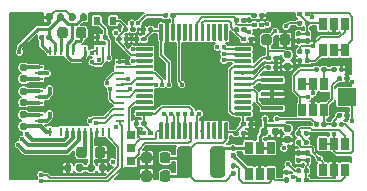
<source format=gbr>
%TF.GenerationSoftware,KiCad,Pcbnew,(5.1.6)-1*%
%TF.CreationDate,2020-12-28T23:38:12-08:00*%
%TF.ProjectId,SinESC-Multi,53696e45-5343-42d4-9d75-6c74692e6b69,2.3C*%
%TF.SameCoordinates,Original*%
%TF.FileFunction,Copper,L1,Top*%
%TF.FilePolarity,Positive*%
%FSLAX46Y46*%
G04 Gerber Fmt 4.6, Leading zero omitted, Abs format (unit mm)*
G04 Created by KiCad (PCBNEW (5.1.6)-1) date 2020-12-28 23:38:12*
%MOMM*%
%LPD*%
G01*
G04 APERTURE LIST*
%TA.AperFunction,SMDPad,CuDef*%
%ADD10R,0.800000X0.800000*%
%TD*%
%TA.AperFunction,SMDPad,CuDef*%
%ADD11R,1.500000X1.500000*%
%TD*%
%TA.AperFunction,SMDPad,CuDef*%
%ADD12R,0.600000X0.700000*%
%TD*%
%TA.AperFunction,SMDPad,CuDef*%
%ADD13R,0.650000X1.060000*%
%TD*%
%TA.AperFunction,SMDPad,CuDef*%
%ADD14R,4.089400X4.089400*%
%TD*%
%TA.AperFunction,SMDPad,CuDef*%
%ADD15R,0.762000X0.254000*%
%TD*%
%TA.AperFunction,SMDPad,CuDef*%
%ADD16R,0.254000X0.762000*%
%TD*%
%TA.AperFunction,SMDPad,CuDef*%
%ADD17R,1.900000X0.400000*%
%TD*%
%TA.AperFunction,ViaPad*%
%ADD18C,0.400000*%
%TD*%
%TA.AperFunction,Conductor*%
%ADD19C,0.130000*%
%TD*%
%TA.AperFunction,Conductor*%
%ADD20C,0.200000*%
%TD*%
%TA.AperFunction,Conductor*%
%ADD21C,0.250000*%
%TD*%
%TA.AperFunction,Conductor*%
%ADD22C,0.300000*%
%TD*%
G04 APERTURE END LIST*
%TO.P,R24,2*%
%TO.N,Earth*%
%TA.AperFunction,SMDPad,CuDef*%
G36*
G01*
X39150000Y-29110000D02*
X38950000Y-29110000D01*
G75*
G02*
X38850000Y-29010000I0J100000D01*
G01*
X38850000Y-28750000D01*
G75*
G02*
X38950000Y-28650000I100000J0D01*
G01*
X39150000Y-28650000D01*
G75*
G02*
X39250000Y-28750000I0J-100000D01*
G01*
X39250000Y-29010000D01*
G75*
G02*
X39150000Y-29110000I-100000J0D01*
G01*
G37*
%TD.AperFunction*%
%TO.P,R24,1*%
%TO.N,Net-(R24-Pad1)*%
%TA.AperFunction,SMDPad,CuDef*%
G36*
G01*
X39150000Y-29750000D02*
X38950000Y-29750000D01*
G75*
G02*
X38850000Y-29650000I0J100000D01*
G01*
X38850000Y-29390000D01*
G75*
G02*
X38950000Y-29290000I100000J0D01*
G01*
X39150000Y-29290000D01*
G75*
G02*
X39250000Y-29390000I0J-100000D01*
G01*
X39250000Y-29650000D01*
G75*
G02*
X39150000Y-29750000I-100000J0D01*
G01*
G37*
%TD.AperFunction*%
%TD*%
%TO.P,L1,2*%
%TO.N,+3V3*%
%TA.AperFunction,SMDPad,CuDef*%
G36*
G01*
X31075000Y-26925000D02*
X31075000Y-29075000D01*
G75*
G02*
X30825000Y-29325000I-250000J0D01*
G01*
X30075000Y-29325000D01*
G75*
G02*
X29825000Y-29075000I0J250000D01*
G01*
X29825000Y-26925000D01*
G75*
G02*
X30075000Y-26675000I250000J0D01*
G01*
X30825000Y-26675000D01*
G75*
G02*
X31075000Y-26925000I0J-250000D01*
G01*
G37*
%TD.AperFunction*%
%TO.P,L1,1*%
%TO.N,Net-(C30-Pad1)*%
%TA.AperFunction,SMDPad,CuDef*%
G36*
G01*
X33875000Y-26925000D02*
X33875000Y-29075000D01*
G75*
G02*
X33625000Y-29325000I-250000J0D01*
G01*
X32875000Y-29325000D01*
G75*
G02*
X32625000Y-29075000I0J250000D01*
G01*
X32625000Y-26925000D01*
G75*
G02*
X32875000Y-26675000I250000J0D01*
G01*
X33625000Y-26675000D01*
G75*
G02*
X33875000Y-26925000I0J-250000D01*
G01*
G37*
%TD.AperFunction*%
%TD*%
%TO.P,U1,48*%
%TO.N,+3V3*%
%TA.AperFunction,SMDPad,CuDef*%
G36*
G01*
X34100000Y-24687500D02*
X34100000Y-26012500D01*
G75*
G02*
X34025000Y-26087500I-75000J0D01*
G01*
X33875000Y-26087500D01*
G75*
G02*
X33800000Y-26012500I0J75000D01*
G01*
X33800000Y-24687500D01*
G75*
G02*
X33875000Y-24612500I75000J0D01*
G01*
X34025000Y-24612500D01*
G75*
G02*
X34100000Y-24687500I0J-75000D01*
G01*
G37*
%TD.AperFunction*%
%TO.P,U1,47*%
%TO.N,Earth*%
%TA.AperFunction,SMDPad,CuDef*%
G36*
G01*
X33600000Y-24687500D02*
X33600000Y-26012500D01*
G75*
G02*
X33525000Y-26087500I-75000J0D01*
G01*
X33375000Y-26087500D01*
G75*
G02*
X33300000Y-26012500I0J75000D01*
G01*
X33300000Y-24687500D01*
G75*
G02*
X33375000Y-24612500I75000J0D01*
G01*
X33525000Y-24612500D01*
G75*
G02*
X33600000Y-24687500I0J-75000D01*
G01*
G37*
%TD.AperFunction*%
%TO.P,U1,46*%
%TO.N,Net-(U1-Pad46)*%
%TA.AperFunction,SMDPad,CuDef*%
G36*
G01*
X33100000Y-24687500D02*
X33100000Y-26012500D01*
G75*
G02*
X33025000Y-26087500I-75000J0D01*
G01*
X32875000Y-26087500D01*
G75*
G02*
X32800000Y-26012500I0J75000D01*
G01*
X32800000Y-24687500D01*
G75*
G02*
X32875000Y-24612500I75000J0D01*
G01*
X33025000Y-24612500D01*
G75*
G02*
X33100000Y-24687500I0J-75000D01*
G01*
G37*
%TD.AperFunction*%
%TO.P,U1,45*%
%TO.N,Net-(U1-Pad45)*%
%TA.AperFunction,SMDPad,CuDef*%
G36*
G01*
X32600000Y-24687500D02*
X32600000Y-26012500D01*
G75*
G02*
X32525000Y-26087500I-75000J0D01*
G01*
X32375000Y-26087500D01*
G75*
G02*
X32300000Y-26012500I0J75000D01*
G01*
X32300000Y-24687500D01*
G75*
G02*
X32375000Y-24612500I75000J0D01*
G01*
X32525000Y-24612500D01*
G75*
G02*
X32600000Y-24687500I0J-75000D01*
G01*
G37*
%TD.AperFunction*%
%TO.P,U1,44*%
%TO.N,Earth*%
%TA.AperFunction,SMDPad,CuDef*%
G36*
G01*
X32100000Y-24687500D02*
X32100000Y-26012500D01*
G75*
G02*
X32025000Y-26087500I-75000J0D01*
G01*
X31875000Y-26087500D01*
G75*
G02*
X31800000Y-26012500I0J75000D01*
G01*
X31800000Y-24687500D01*
G75*
G02*
X31875000Y-24612500I75000J0D01*
G01*
X32025000Y-24612500D01*
G75*
G02*
X32100000Y-24687500I0J-75000D01*
G01*
G37*
%TD.AperFunction*%
%TO.P,U1,43*%
%TO.N,SINWIRE*%
%TA.AperFunction,SMDPad,CuDef*%
G36*
G01*
X31600000Y-24687500D02*
X31600000Y-26012500D01*
G75*
G02*
X31525000Y-26087500I-75000J0D01*
G01*
X31375000Y-26087500D01*
G75*
G02*
X31300000Y-26012500I0J75000D01*
G01*
X31300000Y-24687500D01*
G75*
G02*
X31375000Y-24612500I75000J0D01*
G01*
X31525000Y-24612500D01*
G75*
G02*
X31600000Y-24687500I0J-75000D01*
G01*
G37*
%TD.AperFunction*%
%TO.P,U1,42*%
%TO.N,UART_TX*%
%TA.AperFunction,SMDPad,CuDef*%
G36*
G01*
X31100000Y-24687500D02*
X31100000Y-26012500D01*
G75*
G02*
X31025000Y-26087500I-75000J0D01*
G01*
X30875000Y-26087500D01*
G75*
G02*
X30800000Y-26012500I0J75000D01*
G01*
X30800000Y-24687500D01*
G75*
G02*
X30875000Y-24612500I75000J0D01*
G01*
X31025000Y-24612500D01*
G75*
G02*
X31100000Y-24687500I0J-75000D01*
G01*
G37*
%TD.AperFunction*%
%TO.P,U1,41*%
%TO.N,SPI_SDI*%
%TA.AperFunction,SMDPad,CuDef*%
G36*
G01*
X30600000Y-24687500D02*
X30600000Y-26012500D01*
G75*
G02*
X30525000Y-26087500I-75000J0D01*
G01*
X30375000Y-26087500D01*
G75*
G02*
X30300000Y-26012500I0J75000D01*
G01*
X30300000Y-24687500D01*
G75*
G02*
X30375000Y-24612500I75000J0D01*
G01*
X30525000Y-24612500D01*
G75*
G02*
X30600000Y-24687500I0J-75000D01*
G01*
G37*
%TD.AperFunction*%
%TO.P,U1,40*%
%TO.N,SPI_SDO*%
%TA.AperFunction,SMDPad,CuDef*%
G36*
G01*
X30100000Y-24687500D02*
X30100000Y-26012500D01*
G75*
G02*
X30025000Y-26087500I-75000J0D01*
G01*
X29875000Y-26087500D01*
G75*
G02*
X29800000Y-26012500I0J75000D01*
G01*
X29800000Y-24687500D01*
G75*
G02*
X29875000Y-24612500I75000J0D01*
G01*
X30025000Y-24612500D01*
G75*
G02*
X30100000Y-24687500I0J-75000D01*
G01*
G37*
%TD.AperFunction*%
%TO.P,U1,39*%
%TO.N,SPI_SCK*%
%TA.AperFunction,SMDPad,CuDef*%
G36*
G01*
X29600000Y-24687500D02*
X29600000Y-26012500D01*
G75*
G02*
X29525000Y-26087500I-75000J0D01*
G01*
X29375000Y-26087500D01*
G75*
G02*
X29300000Y-26012500I0J75000D01*
G01*
X29300000Y-24687500D01*
G75*
G02*
X29375000Y-24612500I75000J0D01*
G01*
X29525000Y-24612500D01*
G75*
G02*
X29600000Y-24687500I0J-75000D01*
G01*
G37*
%TD.AperFunction*%
%TO.P,U1,38*%
%TO.N,SPI_CSN*%
%TA.AperFunction,SMDPad,CuDef*%
G36*
G01*
X29100000Y-24687500D02*
X29100000Y-26012500D01*
G75*
G02*
X29025000Y-26087500I-75000J0D01*
G01*
X28875000Y-26087500D01*
G75*
G02*
X28800000Y-26012500I0J75000D01*
G01*
X28800000Y-24687500D01*
G75*
G02*
X28875000Y-24612500I75000J0D01*
G01*
X29025000Y-24612500D01*
G75*
G02*
X29100000Y-24687500I0J-75000D01*
G01*
G37*
%TD.AperFunction*%
%TO.P,U1,37*%
%TO.N,SWCLK*%
%TA.AperFunction,SMDPad,CuDef*%
G36*
G01*
X28600000Y-24687500D02*
X28600000Y-26012500D01*
G75*
G02*
X28525000Y-26087500I-75000J0D01*
G01*
X28375000Y-26087500D01*
G75*
G02*
X28300000Y-26012500I0J75000D01*
G01*
X28300000Y-24687500D01*
G75*
G02*
X28375000Y-24612500I75000J0D01*
G01*
X28525000Y-24612500D01*
G75*
G02*
X28600000Y-24687500I0J-75000D01*
G01*
G37*
%TD.AperFunction*%
%TO.P,U1,36*%
%TO.N,+3V3*%
%TA.AperFunction,SMDPad,CuDef*%
G36*
G01*
X27775000Y-23862500D02*
X27775000Y-24012500D01*
G75*
G02*
X27700000Y-24087500I-75000J0D01*
G01*
X26375000Y-24087500D01*
G75*
G02*
X26300000Y-24012500I0J75000D01*
G01*
X26300000Y-23862500D01*
G75*
G02*
X26375000Y-23787500I75000J0D01*
G01*
X27700000Y-23787500D01*
G75*
G02*
X27775000Y-23862500I0J-75000D01*
G01*
G37*
%TD.AperFunction*%
%TO.P,U1,35*%
%TO.N,Earth*%
%TA.AperFunction,SMDPad,CuDef*%
G36*
G01*
X27775000Y-23362500D02*
X27775000Y-23512500D01*
G75*
G02*
X27700000Y-23587500I-75000J0D01*
G01*
X26375000Y-23587500D01*
G75*
G02*
X26300000Y-23512500I0J75000D01*
G01*
X26300000Y-23362500D01*
G75*
G02*
X26375000Y-23287500I75000J0D01*
G01*
X27700000Y-23287500D01*
G75*
G02*
X27775000Y-23362500I0J-75000D01*
G01*
G37*
%TD.AperFunction*%
%TO.P,U1,34*%
%TO.N,SWDIO*%
%TA.AperFunction,SMDPad,CuDef*%
G36*
G01*
X27775000Y-22862500D02*
X27775000Y-23012500D01*
G75*
G02*
X27700000Y-23087500I-75000J0D01*
G01*
X26375000Y-23087500D01*
G75*
G02*
X26300000Y-23012500I0J75000D01*
G01*
X26300000Y-22862500D01*
G75*
G02*
X26375000Y-22787500I75000J0D01*
G01*
X27700000Y-22787500D01*
G75*
G02*
X27775000Y-22862500I0J-75000D01*
G01*
G37*
%TD.AperFunction*%
%TO.P,U1,33*%
%TO.N,Net-(U1-Pad33)*%
%TA.AperFunction,SMDPad,CuDef*%
G36*
G01*
X27775000Y-22362500D02*
X27775000Y-22512500D01*
G75*
G02*
X27700000Y-22587500I-75000J0D01*
G01*
X26375000Y-22587500D01*
G75*
G02*
X26300000Y-22512500I0J75000D01*
G01*
X26300000Y-22362500D01*
G75*
G02*
X26375000Y-22287500I75000J0D01*
G01*
X27700000Y-22287500D01*
G75*
G02*
X27775000Y-22362500I0J-75000D01*
G01*
G37*
%TD.AperFunction*%
%TO.P,U1,32*%
%TO.N,PWM_U_L*%
%TA.AperFunction,SMDPad,CuDef*%
G36*
G01*
X27775000Y-21862500D02*
X27775000Y-22012500D01*
G75*
G02*
X27700000Y-22087500I-75000J0D01*
G01*
X26375000Y-22087500D01*
G75*
G02*
X26300000Y-22012500I0J75000D01*
G01*
X26300000Y-21862500D01*
G75*
G02*
X26375000Y-21787500I75000J0D01*
G01*
X27700000Y-21787500D01*
G75*
G02*
X27775000Y-21862500I0J-75000D01*
G01*
G37*
%TD.AperFunction*%
%TO.P,U1,31*%
%TO.N,PWM_W_H*%
%TA.AperFunction,SMDPad,CuDef*%
G36*
G01*
X27775000Y-21362500D02*
X27775000Y-21512500D01*
G75*
G02*
X27700000Y-21587500I-75000J0D01*
G01*
X26375000Y-21587500D01*
G75*
G02*
X26300000Y-21512500I0J75000D01*
G01*
X26300000Y-21362500D01*
G75*
G02*
X26375000Y-21287500I75000J0D01*
G01*
X27700000Y-21287500D01*
G75*
G02*
X27775000Y-21362500I0J-75000D01*
G01*
G37*
%TD.AperFunction*%
%TO.P,U1,30*%
%TO.N,PWM_V_H*%
%TA.AperFunction,SMDPad,CuDef*%
G36*
G01*
X27775000Y-20862500D02*
X27775000Y-21012500D01*
G75*
G02*
X27700000Y-21087500I-75000J0D01*
G01*
X26375000Y-21087500D01*
G75*
G02*
X26300000Y-21012500I0J75000D01*
G01*
X26300000Y-20862500D01*
G75*
G02*
X26375000Y-20787500I75000J0D01*
G01*
X27700000Y-20787500D01*
G75*
G02*
X27775000Y-20862500I0J-75000D01*
G01*
G37*
%TD.AperFunction*%
%TO.P,U1,29*%
%TO.N,PWM_U_H*%
%TA.AperFunction,SMDPad,CuDef*%
G36*
G01*
X27775000Y-20362500D02*
X27775000Y-20512500D01*
G75*
G02*
X27700000Y-20587500I-75000J0D01*
G01*
X26375000Y-20587500D01*
G75*
G02*
X26300000Y-20512500I0J75000D01*
G01*
X26300000Y-20362500D01*
G75*
G02*
X26375000Y-20287500I75000J0D01*
G01*
X27700000Y-20287500D01*
G75*
G02*
X27775000Y-20362500I0J-75000D01*
G01*
G37*
%TD.AperFunction*%
%TO.P,U1,28*%
%TO.N,PWM_W_L*%
%TA.AperFunction,SMDPad,CuDef*%
G36*
G01*
X27775000Y-19862500D02*
X27775000Y-20012500D01*
G75*
G02*
X27700000Y-20087500I-75000J0D01*
G01*
X26375000Y-20087500D01*
G75*
G02*
X26300000Y-20012500I0J75000D01*
G01*
X26300000Y-19862500D01*
G75*
G02*
X26375000Y-19787500I75000J0D01*
G01*
X27700000Y-19787500D01*
G75*
G02*
X27775000Y-19862500I0J-75000D01*
G01*
G37*
%TD.AperFunction*%
%TO.P,U1,27*%
%TO.N,PWM_V_L*%
%TA.AperFunction,SMDPad,CuDef*%
G36*
G01*
X27775000Y-19362500D02*
X27775000Y-19512500D01*
G75*
G02*
X27700000Y-19587500I-75000J0D01*
G01*
X26375000Y-19587500D01*
G75*
G02*
X26300000Y-19512500I0J75000D01*
G01*
X26300000Y-19362500D01*
G75*
G02*
X26375000Y-19287500I75000J0D01*
G01*
X27700000Y-19287500D01*
G75*
G02*
X27775000Y-19362500I0J-75000D01*
G01*
G37*
%TD.AperFunction*%
%TO.P,U1,26*%
%TO.N,VBUS_SENSE*%
%TA.AperFunction,SMDPad,CuDef*%
G36*
G01*
X27775000Y-18862500D02*
X27775000Y-19012500D01*
G75*
G02*
X27700000Y-19087500I-75000J0D01*
G01*
X26375000Y-19087500D01*
G75*
G02*
X26300000Y-19012500I0J75000D01*
G01*
X26300000Y-18862500D01*
G75*
G02*
X26375000Y-18787500I75000J0D01*
G01*
X27700000Y-18787500D01*
G75*
G02*
X27775000Y-18862500I0J-75000D01*
G01*
G37*
%TD.AperFunction*%
%TO.P,U1,25*%
%TO.N,DRV_FAULT*%
%TA.AperFunction,SMDPad,CuDef*%
G36*
G01*
X27775000Y-18362500D02*
X27775000Y-18512500D01*
G75*
G02*
X27700000Y-18587500I-75000J0D01*
G01*
X26375000Y-18587500D01*
G75*
G02*
X26300000Y-18512500I0J75000D01*
G01*
X26300000Y-18362500D01*
G75*
G02*
X26375000Y-18287500I75000J0D01*
G01*
X27700000Y-18287500D01*
G75*
G02*
X27775000Y-18362500I0J-75000D01*
G01*
G37*
%TD.AperFunction*%
%TO.P,U1,24*%
%TO.N,+3V3*%
%TA.AperFunction,SMDPad,CuDef*%
G36*
G01*
X28600000Y-16362500D02*
X28600000Y-17687500D01*
G75*
G02*
X28525000Y-17762500I-75000J0D01*
G01*
X28375000Y-17762500D01*
G75*
G02*
X28300000Y-17687500I0J75000D01*
G01*
X28300000Y-16362500D01*
G75*
G02*
X28375000Y-16287500I75000J0D01*
G01*
X28525000Y-16287500D01*
G75*
G02*
X28600000Y-16362500I0J-75000D01*
G01*
G37*
%TD.AperFunction*%
%TO.P,U1,23*%
%TO.N,Earth*%
%TA.AperFunction,SMDPad,CuDef*%
G36*
G01*
X29100000Y-16362500D02*
X29100000Y-17687500D01*
G75*
G02*
X29025000Y-17762500I-75000J0D01*
G01*
X28875000Y-17762500D01*
G75*
G02*
X28800000Y-17687500I0J75000D01*
G01*
X28800000Y-16362500D01*
G75*
G02*
X28875000Y-16287500I75000J0D01*
G01*
X29025000Y-16287500D01*
G75*
G02*
X29100000Y-16362500I0J-75000D01*
G01*
G37*
%TD.AperFunction*%
%TO.P,U1,22*%
%TO.N,OCP_COMP_W*%
%TA.AperFunction,SMDPad,CuDef*%
G36*
G01*
X29600000Y-16362500D02*
X29600000Y-17687500D01*
G75*
G02*
X29525000Y-17762500I-75000J0D01*
G01*
X29375000Y-17762500D01*
G75*
G02*
X29300000Y-17687500I0J75000D01*
G01*
X29300000Y-16362500D01*
G75*
G02*
X29375000Y-16287500I75000J0D01*
G01*
X29525000Y-16287500D01*
G75*
G02*
X29600000Y-16362500I0J-75000D01*
G01*
G37*
%TD.AperFunction*%
%TO.P,U1,21*%
%TO.N,DRV_EN*%
%TA.AperFunction,SMDPad,CuDef*%
G36*
G01*
X30100000Y-16362500D02*
X30100000Y-17687500D01*
G75*
G02*
X30025000Y-17762500I-75000J0D01*
G01*
X29875000Y-17762500D01*
G75*
G02*
X29800000Y-17687500I0J75000D01*
G01*
X29800000Y-16362500D01*
G75*
G02*
X29875000Y-16287500I75000J0D01*
G01*
X30025000Y-16287500D01*
G75*
G02*
X30100000Y-16362500I0J-75000D01*
G01*
G37*
%TD.AperFunction*%
%TO.P,U1,20*%
%TO.N,Net-(U1-Pad20)*%
%TA.AperFunction,SMDPad,CuDef*%
G36*
G01*
X30600000Y-16362500D02*
X30600000Y-17687500D01*
G75*
G02*
X30525000Y-17762500I-75000J0D01*
G01*
X30375000Y-17762500D01*
G75*
G02*
X30300000Y-17687500I0J75000D01*
G01*
X30300000Y-16362500D01*
G75*
G02*
X30375000Y-16287500I75000J0D01*
G01*
X30525000Y-16287500D01*
G75*
G02*
X30600000Y-16362500I0J-75000D01*
G01*
G37*
%TD.AperFunction*%
%TO.P,U1,19*%
%TO.N,Net-(U1-Pad19)*%
%TA.AperFunction,SMDPad,CuDef*%
G36*
G01*
X31100000Y-16362500D02*
X31100000Y-17687500D01*
G75*
G02*
X31025000Y-17762500I-75000J0D01*
G01*
X30875000Y-17762500D01*
G75*
G02*
X30800000Y-17687500I0J75000D01*
G01*
X30800000Y-16362500D01*
G75*
G02*
X30875000Y-16287500I75000J0D01*
G01*
X31025000Y-16287500D01*
G75*
G02*
X31100000Y-16362500I0J-75000D01*
G01*
G37*
%TD.AperFunction*%
%TO.P,U1,18*%
%TO.N,OCP_COMP_V*%
%TA.AperFunction,SMDPad,CuDef*%
G36*
G01*
X31600000Y-16362500D02*
X31600000Y-17687500D01*
G75*
G02*
X31525000Y-17762500I-75000J0D01*
G01*
X31375000Y-17762500D01*
G75*
G02*
X31300000Y-17687500I0J75000D01*
G01*
X31300000Y-16362500D01*
G75*
G02*
X31375000Y-16287500I75000J0D01*
G01*
X31525000Y-16287500D01*
G75*
G02*
X31600000Y-16362500I0J-75000D01*
G01*
G37*
%TD.AperFunction*%
%TO.P,U1,17*%
%TO.N,OCP_COMP_U*%
%TA.AperFunction,SMDPad,CuDef*%
G36*
G01*
X32100000Y-16362500D02*
X32100000Y-17687500D01*
G75*
G02*
X32025000Y-17762500I-75000J0D01*
G01*
X31875000Y-17762500D01*
G75*
G02*
X31800000Y-17687500I0J75000D01*
G01*
X31800000Y-16362500D01*
G75*
G02*
X31875000Y-16287500I75000J0D01*
G01*
X32025000Y-16287500D01*
G75*
G02*
X32100000Y-16362500I0J-75000D01*
G01*
G37*
%TD.AperFunction*%
%TO.P,U1,16*%
%TO.N,Net-(U1-Pad16)*%
%TA.AperFunction,SMDPad,CuDef*%
G36*
G01*
X32600000Y-16362500D02*
X32600000Y-17687500D01*
G75*
G02*
X32525000Y-17762500I-75000J0D01*
G01*
X32375000Y-17762500D01*
G75*
G02*
X32300000Y-17687500I0J75000D01*
G01*
X32300000Y-16362500D01*
G75*
G02*
X32375000Y-16287500I75000J0D01*
G01*
X32525000Y-16287500D01*
G75*
G02*
X32600000Y-16362500I0J-75000D01*
G01*
G37*
%TD.AperFunction*%
%TO.P,U1,15*%
%TO.N,Net-(U1-Pad15)*%
%TA.AperFunction,SMDPad,CuDef*%
G36*
G01*
X33100000Y-16362500D02*
X33100000Y-17687500D01*
G75*
G02*
X33025000Y-17762500I-75000J0D01*
G01*
X32875000Y-17762500D01*
G75*
G02*
X32800000Y-17687500I0J75000D01*
G01*
X32800000Y-16362500D01*
G75*
G02*
X32875000Y-16287500I75000J0D01*
G01*
X33025000Y-16287500D01*
G75*
G02*
X33100000Y-16362500I0J-75000D01*
G01*
G37*
%TD.AperFunction*%
%TO.P,U1,14*%
%TO.N,Net-(U1-Pad14)*%
%TA.AperFunction,SMDPad,CuDef*%
G36*
G01*
X33600000Y-16362500D02*
X33600000Y-17687500D01*
G75*
G02*
X33525000Y-17762500I-75000J0D01*
G01*
X33375000Y-17762500D01*
G75*
G02*
X33300000Y-17687500I0J75000D01*
G01*
X33300000Y-16362500D01*
G75*
G02*
X33375000Y-16287500I75000J0D01*
G01*
X33525000Y-16287500D01*
G75*
G02*
X33600000Y-16362500I0J-75000D01*
G01*
G37*
%TD.AperFunction*%
%TO.P,U1,13*%
%TO.N,Net-(U1-Pad13)*%
%TA.AperFunction,SMDPad,CuDef*%
G36*
G01*
X34100000Y-16362500D02*
X34100000Y-17687500D01*
G75*
G02*
X34025000Y-17762500I-75000J0D01*
G01*
X33875000Y-17762500D01*
G75*
G02*
X33800000Y-17687500I0J75000D01*
G01*
X33800000Y-16362500D01*
G75*
G02*
X33875000Y-16287500I75000J0D01*
G01*
X34025000Y-16287500D01*
G75*
G02*
X34100000Y-16362500I0J-75000D01*
G01*
G37*
%TD.AperFunction*%
%TO.P,U1,12*%
%TO.N,CUR_W*%
%TA.AperFunction,SMDPad,CuDef*%
G36*
G01*
X36100000Y-18362500D02*
X36100000Y-18512500D01*
G75*
G02*
X36025000Y-18587500I-75000J0D01*
G01*
X34700000Y-18587500D01*
G75*
G02*
X34625000Y-18512500I0J75000D01*
G01*
X34625000Y-18362500D01*
G75*
G02*
X34700000Y-18287500I75000J0D01*
G01*
X36025000Y-18287500D01*
G75*
G02*
X36100000Y-18362500I0J-75000D01*
G01*
G37*
%TD.AperFunction*%
%TO.P,U1,11*%
%TO.N,CUR_V*%
%TA.AperFunction,SMDPad,CuDef*%
G36*
G01*
X36100000Y-18862500D02*
X36100000Y-19012500D01*
G75*
G02*
X36025000Y-19087500I-75000J0D01*
G01*
X34700000Y-19087500D01*
G75*
G02*
X34625000Y-19012500I0J75000D01*
G01*
X34625000Y-18862500D01*
G75*
G02*
X34700000Y-18787500I75000J0D01*
G01*
X36025000Y-18787500D01*
G75*
G02*
X36100000Y-18862500I0J-75000D01*
G01*
G37*
%TD.AperFunction*%
%TO.P,U1,10*%
%TO.N,CUR_U*%
%TA.AperFunction,SMDPad,CuDef*%
G36*
G01*
X36100000Y-19362500D02*
X36100000Y-19512500D01*
G75*
G02*
X36025000Y-19587500I-75000J0D01*
G01*
X34700000Y-19587500D01*
G75*
G02*
X34625000Y-19512500I0J75000D01*
G01*
X34625000Y-19362500D01*
G75*
G02*
X34700000Y-19287500I75000J0D01*
G01*
X36025000Y-19287500D01*
G75*
G02*
X36100000Y-19362500I0J-75000D01*
G01*
G37*
%TD.AperFunction*%
%TO.P,U1,9*%
%TO.N,+3V3*%
%TA.AperFunction,SMDPad,CuDef*%
G36*
G01*
X36100000Y-19862500D02*
X36100000Y-20012500D01*
G75*
G02*
X36025000Y-20087500I-75000J0D01*
G01*
X34700000Y-20087500D01*
G75*
G02*
X34625000Y-20012500I0J75000D01*
G01*
X34625000Y-19862500D01*
G75*
G02*
X34700000Y-19787500I75000J0D01*
G01*
X36025000Y-19787500D01*
G75*
G02*
X36100000Y-19862500I0J-75000D01*
G01*
G37*
%TD.AperFunction*%
%TO.P,U1,8*%
%TO.N,Earth*%
%TA.AperFunction,SMDPad,CuDef*%
G36*
G01*
X36100000Y-20362500D02*
X36100000Y-20512500D01*
G75*
G02*
X36025000Y-20587500I-75000J0D01*
G01*
X34700000Y-20587500D01*
G75*
G02*
X34625000Y-20512500I0J75000D01*
G01*
X34625000Y-20362500D01*
G75*
G02*
X34700000Y-20287500I75000J0D01*
G01*
X36025000Y-20287500D01*
G75*
G02*
X36100000Y-20362500I0J-75000D01*
G01*
G37*
%TD.AperFunction*%
%TO.P,U1,7*%
%TO.N,Net-(C2-Pad1)*%
%TA.AperFunction,SMDPad,CuDef*%
G36*
G01*
X36100000Y-20862500D02*
X36100000Y-21012500D01*
G75*
G02*
X36025000Y-21087500I-75000J0D01*
G01*
X34700000Y-21087500D01*
G75*
G02*
X34625000Y-21012500I0J75000D01*
G01*
X34625000Y-20862500D01*
G75*
G02*
X34700000Y-20787500I75000J0D01*
G01*
X36025000Y-20787500D01*
G75*
G02*
X36100000Y-20862500I0J-75000D01*
G01*
G37*
%TD.AperFunction*%
%TO.P,U1,6*%
%TO.N,Net-(U1-Pad6)*%
%TA.AperFunction,SMDPad,CuDef*%
G36*
G01*
X36100000Y-21362500D02*
X36100000Y-21512500D01*
G75*
G02*
X36025000Y-21587500I-75000J0D01*
G01*
X34700000Y-21587500D01*
G75*
G02*
X34625000Y-21512500I0J75000D01*
G01*
X34625000Y-21362500D01*
G75*
G02*
X34700000Y-21287500I75000J0D01*
G01*
X36025000Y-21287500D01*
G75*
G02*
X36100000Y-21362500I0J-75000D01*
G01*
G37*
%TD.AperFunction*%
%TO.P,U1,5*%
%TO.N,Net-(U1-Pad5)*%
%TA.AperFunction,SMDPad,CuDef*%
G36*
G01*
X36100000Y-21862500D02*
X36100000Y-22012500D01*
G75*
G02*
X36025000Y-22087500I-75000J0D01*
G01*
X34700000Y-22087500D01*
G75*
G02*
X34625000Y-22012500I0J75000D01*
G01*
X34625000Y-21862500D01*
G75*
G02*
X34700000Y-21787500I75000J0D01*
G01*
X36025000Y-21787500D01*
G75*
G02*
X36100000Y-21862500I0J-75000D01*
G01*
G37*
%TD.AperFunction*%
%TO.P,U1,4*%
%TO.N,Net-(U1-Pad4)*%
%TA.AperFunction,SMDPad,CuDef*%
G36*
G01*
X36100000Y-22362500D02*
X36100000Y-22512500D01*
G75*
G02*
X36025000Y-22587500I-75000J0D01*
G01*
X34700000Y-22587500D01*
G75*
G02*
X34625000Y-22512500I0J75000D01*
G01*
X34625000Y-22362500D01*
G75*
G02*
X34700000Y-22287500I75000J0D01*
G01*
X36025000Y-22287500D01*
G75*
G02*
X36100000Y-22362500I0J-75000D01*
G01*
G37*
%TD.AperFunction*%
%TO.P,U1,3*%
%TO.N,Net-(U1-Pad3)*%
%TA.AperFunction,SMDPad,CuDef*%
G36*
G01*
X36100000Y-22862500D02*
X36100000Y-23012500D01*
G75*
G02*
X36025000Y-23087500I-75000J0D01*
G01*
X34700000Y-23087500D01*
G75*
G02*
X34625000Y-23012500I0J75000D01*
G01*
X34625000Y-22862500D01*
G75*
G02*
X34700000Y-22787500I75000J0D01*
G01*
X36025000Y-22787500D01*
G75*
G02*
X36100000Y-22862500I0J-75000D01*
G01*
G37*
%TD.AperFunction*%
%TO.P,U1,2*%
%TO.N,Net-(U1-Pad2)*%
%TA.AperFunction,SMDPad,CuDef*%
G36*
G01*
X36100000Y-23362500D02*
X36100000Y-23512500D01*
G75*
G02*
X36025000Y-23587500I-75000J0D01*
G01*
X34700000Y-23587500D01*
G75*
G02*
X34625000Y-23512500I0J75000D01*
G01*
X34625000Y-23362500D01*
G75*
G02*
X34700000Y-23287500I75000J0D01*
G01*
X36025000Y-23287500D01*
G75*
G02*
X36100000Y-23362500I0J-75000D01*
G01*
G37*
%TD.AperFunction*%
%TO.P,U1,1*%
%TO.N,+3V3*%
%TA.AperFunction,SMDPad,CuDef*%
G36*
G01*
X36100000Y-23862500D02*
X36100000Y-24012500D01*
G75*
G02*
X36025000Y-24087500I-75000J0D01*
G01*
X34700000Y-24087500D01*
G75*
G02*
X34625000Y-24012500I0J75000D01*
G01*
X34625000Y-23862500D01*
G75*
G02*
X34700000Y-23787500I75000J0D01*
G01*
X36025000Y-23787500D01*
G75*
G02*
X36100000Y-23862500I0J-75000D01*
G01*
G37*
%TD.AperFunction*%
%TD*%
%TO.P,R10,2*%
%TO.N,SHUNT_V*%
%TA.AperFunction,SMDPad,CuDef*%
G36*
G01*
X41840000Y-24725000D02*
X41840000Y-24925000D01*
G75*
G02*
X41740000Y-25025000I-100000J0D01*
G01*
X41480000Y-25025000D01*
G75*
G02*
X41380000Y-24925000I0J100000D01*
G01*
X41380000Y-24725000D01*
G75*
G02*
X41480000Y-24625000I100000J0D01*
G01*
X41740000Y-24625000D01*
G75*
G02*
X41840000Y-24725000I0J-100000D01*
G01*
G37*
%TD.AperFunction*%
%TO.P,R10,1*%
%TO.N,Net-(C14-Pad1)*%
%TA.AperFunction,SMDPad,CuDef*%
G36*
G01*
X42480000Y-24725000D02*
X42480000Y-24925000D01*
G75*
G02*
X42380000Y-25025000I-100000J0D01*
G01*
X42120000Y-25025000D01*
G75*
G02*
X42020000Y-24925000I0J100000D01*
G01*
X42020000Y-24725000D01*
G75*
G02*
X42120000Y-24625000I100000J0D01*
G01*
X42380000Y-24625000D01*
G75*
G02*
X42480000Y-24725000I0J-100000D01*
G01*
G37*
%TD.AperFunction*%
%TD*%
%TO.P,C6,2*%
%TO.N,OCP_COMP_U*%
%TA.AperFunction,SMDPad,CuDef*%
G36*
G01*
X35660000Y-17500000D02*
X35660000Y-17700000D01*
G75*
G02*
X35560000Y-17800000I-100000J0D01*
G01*
X35300000Y-17800000D01*
G75*
G02*
X35200000Y-17700000I0J100000D01*
G01*
X35200000Y-17500000D01*
G75*
G02*
X35300000Y-17400000I100000J0D01*
G01*
X35560000Y-17400000D01*
G75*
G02*
X35660000Y-17500000I0J-100000D01*
G01*
G37*
%TD.AperFunction*%
%TO.P,C6,1*%
%TO.N,Earth*%
%TA.AperFunction,SMDPad,CuDef*%
G36*
G01*
X36300000Y-17500000D02*
X36300000Y-17700000D01*
G75*
G02*
X36200000Y-17800000I-100000J0D01*
G01*
X35940000Y-17800000D01*
G75*
G02*
X35840000Y-17700000I0J100000D01*
G01*
X35840000Y-17500000D01*
G75*
G02*
X35940000Y-17400000I100000J0D01*
G01*
X36200000Y-17400000D01*
G75*
G02*
X36300000Y-17500000I0J-100000D01*
G01*
G37*
%TD.AperFunction*%
%TD*%
%TO.P,C21,2*%
%TO.N,Net-(C21-Pad2)*%
%TA.AperFunction,SMDPad,CuDef*%
G36*
G01*
X20550000Y-16793750D02*
X20550000Y-17306250D01*
G75*
G02*
X20331250Y-17525000I-218750J0D01*
G01*
X19893750Y-17525000D01*
G75*
G02*
X19675000Y-17306250I0J218750D01*
G01*
X19675000Y-16793750D01*
G75*
G02*
X19893750Y-16575000I218750J0D01*
G01*
X20331250Y-16575000D01*
G75*
G02*
X20550000Y-16793750I0J-218750D01*
G01*
G37*
%TD.AperFunction*%
%TO.P,C21,1*%
%TO.N,Net-(C21-Pad1)*%
%TA.AperFunction,SMDPad,CuDef*%
G36*
G01*
X22125000Y-16793750D02*
X22125000Y-17306250D01*
G75*
G02*
X21906250Y-17525000I-218750J0D01*
G01*
X21468750Y-17525000D01*
G75*
G02*
X21250000Y-17306250I0J218750D01*
G01*
X21250000Y-16793750D01*
G75*
G02*
X21468750Y-16575000I218750J0D01*
G01*
X21906250Y-16575000D01*
G75*
G02*
X22125000Y-16793750I0J-218750D01*
G01*
G37*
%TD.AperFunction*%
%TD*%
%TO.P,C20,2*%
%TO.N,Net-(C20-Pad2)*%
%TA.AperFunction,SMDPad,CuDef*%
G36*
G01*
X18560000Y-17350000D02*
X18560000Y-17550000D01*
G75*
G02*
X18460000Y-17650000I-100000J0D01*
G01*
X18200000Y-17650000D01*
G75*
G02*
X18100000Y-17550000I0J100000D01*
G01*
X18100000Y-17350000D01*
G75*
G02*
X18200000Y-17250000I100000J0D01*
G01*
X18460000Y-17250000D01*
G75*
G02*
X18560000Y-17350000I0J-100000D01*
G01*
G37*
%TD.AperFunction*%
%TO.P,C20,1*%
%TO.N,VBUS*%
%TA.AperFunction,SMDPad,CuDef*%
G36*
G01*
X19200000Y-17350000D02*
X19200000Y-17550000D01*
G75*
G02*
X19100000Y-17650000I-100000J0D01*
G01*
X18840000Y-17650000D01*
G75*
G02*
X18740000Y-17550000I0J100000D01*
G01*
X18740000Y-17350000D01*
G75*
G02*
X18840000Y-17250000I100000J0D01*
G01*
X19100000Y-17250000D01*
G75*
G02*
X19200000Y-17350000I0J-100000D01*
G01*
G37*
%TD.AperFunction*%
%TD*%
%TO.P,C22,2*%
%TO.N,Earth*%
%TA.AperFunction,SMDPad,CuDef*%
G36*
G01*
X22850000Y-27456250D02*
X22850000Y-26943750D01*
G75*
G02*
X23068750Y-26725000I218750J0D01*
G01*
X23506250Y-26725000D01*
G75*
G02*
X23725000Y-26943750I0J-218750D01*
G01*
X23725000Y-27456250D01*
G75*
G02*
X23506250Y-27675000I-218750J0D01*
G01*
X23068750Y-27675000D01*
G75*
G02*
X22850000Y-27456250I0J218750D01*
G01*
G37*
%TD.AperFunction*%
%TO.P,C22,1*%
%TO.N,+12V*%
%TA.AperFunction,SMDPad,CuDef*%
G36*
G01*
X21275000Y-27456250D02*
X21275000Y-26943750D01*
G75*
G02*
X21493750Y-26725000I218750J0D01*
G01*
X21931250Y-26725000D01*
G75*
G02*
X22150000Y-26943750I0J-218750D01*
G01*
X22150000Y-27456250D01*
G75*
G02*
X21931250Y-27675000I-218750J0D01*
G01*
X21493750Y-27675000D01*
G75*
G02*
X21275000Y-27456250I0J218750D01*
G01*
G37*
%TD.AperFunction*%
%TD*%
%TO.P,C19,2*%
%TO.N,Earth*%
%TA.AperFunction,SMDPad,CuDef*%
G36*
G01*
X20860000Y-28327500D02*
X20860000Y-28672500D01*
G75*
G02*
X20712500Y-28820000I-147500J0D01*
G01*
X20417500Y-28820000D01*
G75*
G02*
X20270000Y-28672500I0J147500D01*
G01*
X20270000Y-28327500D01*
G75*
G02*
X20417500Y-28180000I147500J0D01*
G01*
X20712500Y-28180000D01*
G75*
G02*
X20860000Y-28327500I0J-147500D01*
G01*
G37*
%TD.AperFunction*%
%TO.P,C19,1*%
%TO.N,+5V*%
%TA.AperFunction,SMDPad,CuDef*%
G36*
G01*
X21830000Y-28327500D02*
X21830000Y-28672500D01*
G75*
G02*
X21682500Y-28820000I-147500J0D01*
G01*
X21387500Y-28820000D01*
G75*
G02*
X21240000Y-28672500I0J147500D01*
G01*
X21240000Y-28327500D01*
G75*
G02*
X21387500Y-28180000I147500J0D01*
G01*
X21682500Y-28180000D01*
G75*
G02*
X21830000Y-28327500I0J-147500D01*
G01*
G37*
%TD.AperFunction*%
%TD*%
%TO.P,C17,2*%
%TO.N,Earth*%
%TA.AperFunction,SMDPad,CuDef*%
G36*
G01*
X23310000Y-17350000D02*
X23310000Y-17550000D01*
G75*
G02*
X23210000Y-17650000I-100000J0D01*
G01*
X22950000Y-17650000D01*
G75*
G02*
X22850000Y-17550000I0J100000D01*
G01*
X22850000Y-17350000D01*
G75*
G02*
X22950000Y-17250000I100000J0D01*
G01*
X23210000Y-17250000D01*
G75*
G02*
X23310000Y-17350000I0J-100000D01*
G01*
G37*
%TD.AperFunction*%
%TO.P,C17,1*%
%TO.N,+3V3*%
%TA.AperFunction,SMDPad,CuDef*%
G36*
G01*
X23950000Y-17350000D02*
X23950000Y-17550000D01*
G75*
G02*
X23850000Y-17650000I-100000J0D01*
G01*
X23590000Y-17650000D01*
G75*
G02*
X23490000Y-17550000I0J100000D01*
G01*
X23490000Y-17350000D01*
G75*
G02*
X23590000Y-17250000I100000J0D01*
G01*
X23850000Y-17250000D01*
G75*
G02*
X23950000Y-17350000I0J-100000D01*
G01*
G37*
%TD.AperFunction*%
%TD*%
D10*
%TO.P,TP3,1*%
%TO.N,UART_TX*%
X25900000Y-27900000D03*
%TD*%
%TO.P,TP2,1*%
%TO.N,SWCLK*%
X25900000Y-26800000D03*
%TD*%
%TO.P,TP1,1*%
%TO.N,SWDIO*%
X25900000Y-25700000D03*
%TD*%
D11*
%TO.P,J6,1*%
%TO.N,SINWIRE*%
X44150000Y-22500000D03*
%TD*%
%TO.P,C1,2*%
%TO.N,Earth*%
%TA.AperFunction,SMDPad,CuDef*%
G36*
G01*
X35820000Y-24900000D02*
X35820000Y-24700000D01*
G75*
G02*
X35920000Y-24600000I100000J0D01*
G01*
X36180000Y-24600000D01*
G75*
G02*
X36280000Y-24700000I0J-100000D01*
G01*
X36280000Y-24900000D01*
G75*
G02*
X36180000Y-25000000I-100000J0D01*
G01*
X35920000Y-25000000D01*
G75*
G02*
X35820000Y-24900000I0J100000D01*
G01*
G37*
%TD.AperFunction*%
%TO.P,C1,1*%
%TO.N,+3V3*%
%TA.AperFunction,SMDPad,CuDef*%
G36*
G01*
X35180000Y-24900000D02*
X35180000Y-24700000D01*
G75*
G02*
X35280000Y-24600000I100000J0D01*
G01*
X35540000Y-24600000D01*
G75*
G02*
X35640000Y-24700000I0J-100000D01*
G01*
X35640000Y-24900000D01*
G75*
G02*
X35540000Y-25000000I-100000J0D01*
G01*
X35280000Y-25000000D01*
G75*
G02*
X35180000Y-24900000I0J100000D01*
G01*
G37*
%TD.AperFunction*%
%TD*%
%TO.P,C2,2*%
%TO.N,Earth*%
%TA.AperFunction,SMDPad,CuDef*%
G36*
G01*
X37940000Y-20100000D02*
X37940000Y-19900000D01*
G75*
G02*
X38040000Y-19800000I100000J0D01*
G01*
X38300000Y-19800000D01*
G75*
G02*
X38400000Y-19900000I0J-100000D01*
G01*
X38400000Y-20100000D01*
G75*
G02*
X38300000Y-20200000I-100000J0D01*
G01*
X38040000Y-20200000D01*
G75*
G02*
X37940000Y-20100000I0J100000D01*
G01*
G37*
%TD.AperFunction*%
%TO.P,C2,1*%
%TO.N,Net-(C2-Pad1)*%
%TA.AperFunction,SMDPad,CuDef*%
G36*
G01*
X37300000Y-20100000D02*
X37300000Y-19900000D01*
G75*
G02*
X37400000Y-19800000I100000J0D01*
G01*
X37660000Y-19800000D01*
G75*
G02*
X37760000Y-19900000I0J-100000D01*
G01*
X37760000Y-20100000D01*
G75*
G02*
X37660000Y-20200000I-100000J0D01*
G01*
X37400000Y-20200000D01*
G75*
G02*
X37300000Y-20100000I0J100000D01*
G01*
G37*
%TD.AperFunction*%
%TD*%
%TO.P,C3,2*%
%TO.N,Earth*%
%TA.AperFunction,SMDPad,CuDef*%
G36*
G01*
X35210000Y-25675000D02*
X35210000Y-25475000D01*
G75*
G02*
X35310000Y-25375000I100000J0D01*
G01*
X35570000Y-25375000D01*
G75*
G02*
X35670000Y-25475000I0J-100000D01*
G01*
X35670000Y-25675000D01*
G75*
G02*
X35570000Y-25775000I-100000J0D01*
G01*
X35310000Y-25775000D01*
G75*
G02*
X35210000Y-25675000I0J100000D01*
G01*
G37*
%TD.AperFunction*%
%TO.P,C3,1*%
%TO.N,+3V3*%
%TA.AperFunction,SMDPad,CuDef*%
G36*
G01*
X34570000Y-25675000D02*
X34570000Y-25475000D01*
G75*
G02*
X34670000Y-25375000I100000J0D01*
G01*
X34930000Y-25375000D01*
G75*
G02*
X35030000Y-25475000I0J-100000D01*
G01*
X35030000Y-25675000D01*
G75*
G02*
X34930000Y-25775000I-100000J0D01*
G01*
X34670000Y-25775000D01*
G75*
G02*
X34570000Y-25675000I0J100000D01*
G01*
G37*
%TD.AperFunction*%
%TD*%
%TO.P,C4,2*%
%TO.N,Earth*%
%TA.AperFunction,SMDPad,CuDef*%
G36*
G01*
X27160000Y-16700000D02*
X27160000Y-16900000D01*
G75*
G02*
X27060000Y-17000000I-100000J0D01*
G01*
X26800000Y-17000000D01*
G75*
G02*
X26700000Y-16900000I0J100000D01*
G01*
X26700000Y-16700000D01*
G75*
G02*
X26800000Y-16600000I100000J0D01*
G01*
X27060000Y-16600000D01*
G75*
G02*
X27160000Y-16700000I0J-100000D01*
G01*
G37*
%TD.AperFunction*%
%TO.P,C4,1*%
%TO.N,+3V3*%
%TA.AperFunction,SMDPad,CuDef*%
G36*
G01*
X27800000Y-16700000D02*
X27800000Y-16900000D01*
G75*
G02*
X27700000Y-17000000I-100000J0D01*
G01*
X27440000Y-17000000D01*
G75*
G02*
X27340000Y-16900000I0J100000D01*
G01*
X27340000Y-16700000D01*
G75*
G02*
X27440000Y-16600000I100000J0D01*
G01*
X27700000Y-16600000D01*
G75*
G02*
X27800000Y-16700000I0J-100000D01*
G01*
G37*
%TD.AperFunction*%
%TD*%
%TO.P,C5,2*%
%TO.N,Earth*%
%TA.AperFunction,SMDPad,CuDef*%
G36*
G01*
X26590000Y-17500000D02*
X26590000Y-17700000D01*
G75*
G02*
X26490000Y-17800000I-100000J0D01*
G01*
X26230000Y-17800000D01*
G75*
G02*
X26130000Y-17700000I0J100000D01*
G01*
X26130000Y-17500000D01*
G75*
G02*
X26230000Y-17400000I100000J0D01*
G01*
X26490000Y-17400000D01*
G75*
G02*
X26590000Y-17500000I0J-100000D01*
G01*
G37*
%TD.AperFunction*%
%TO.P,C5,1*%
%TO.N,+3V3*%
%TA.AperFunction,SMDPad,CuDef*%
G36*
G01*
X27230000Y-17500000D02*
X27230000Y-17700000D01*
G75*
G02*
X27130000Y-17800000I-100000J0D01*
G01*
X26870000Y-17800000D01*
G75*
G02*
X26770000Y-17700000I0J100000D01*
G01*
X26770000Y-17500000D01*
G75*
G02*
X26870000Y-17400000I100000J0D01*
G01*
X27130000Y-17400000D01*
G75*
G02*
X27230000Y-17500000I0J-100000D01*
G01*
G37*
%TD.AperFunction*%
%TD*%
%TO.P,C7,2*%
%TO.N,Earth*%
%TA.AperFunction,SMDPad,CuDef*%
G36*
G01*
X39975000Y-17540000D02*
X40175000Y-17540000D01*
G75*
G02*
X40275000Y-17640000I0J-100000D01*
G01*
X40275000Y-17900000D01*
G75*
G02*
X40175000Y-18000000I-100000J0D01*
G01*
X39975000Y-18000000D01*
G75*
G02*
X39875000Y-17900000I0J100000D01*
G01*
X39875000Y-17640000D01*
G75*
G02*
X39975000Y-17540000I100000J0D01*
G01*
G37*
%TD.AperFunction*%
%TO.P,C7,1*%
%TO.N,Net-(C7-Pad1)*%
%TA.AperFunction,SMDPad,CuDef*%
G36*
G01*
X39975000Y-16900000D02*
X40175000Y-16900000D01*
G75*
G02*
X40275000Y-17000000I0J-100000D01*
G01*
X40275000Y-17260000D01*
G75*
G02*
X40175000Y-17360000I-100000J0D01*
G01*
X39975000Y-17360000D01*
G75*
G02*
X39875000Y-17260000I0J100000D01*
G01*
X39875000Y-17000000D01*
G75*
G02*
X39975000Y-16900000I100000J0D01*
G01*
G37*
%TD.AperFunction*%
%TD*%
%TO.P,C8,2*%
%TO.N,Earth*%
%TA.AperFunction,SMDPad,CuDef*%
G36*
G01*
X26590000Y-24650000D02*
X26590000Y-24850000D01*
G75*
G02*
X26490000Y-24950000I-100000J0D01*
G01*
X26230000Y-24950000D01*
G75*
G02*
X26130000Y-24850000I0J100000D01*
G01*
X26130000Y-24650000D01*
G75*
G02*
X26230000Y-24550000I100000J0D01*
G01*
X26490000Y-24550000D01*
G75*
G02*
X26590000Y-24650000I0J-100000D01*
G01*
G37*
%TD.AperFunction*%
%TO.P,C8,1*%
%TO.N,+3V3*%
%TA.AperFunction,SMDPad,CuDef*%
G36*
G01*
X27230000Y-24650000D02*
X27230000Y-24850000D01*
G75*
G02*
X27130000Y-24950000I-100000J0D01*
G01*
X26870000Y-24950000D01*
G75*
G02*
X26770000Y-24850000I0J100000D01*
G01*
X26770000Y-24650000D01*
G75*
G02*
X26870000Y-24550000I100000J0D01*
G01*
X27130000Y-24550000D01*
G75*
G02*
X27230000Y-24650000I0J-100000D01*
G01*
G37*
%TD.AperFunction*%
%TD*%
%TO.P,C9,2*%
%TO.N,Earth*%
%TA.AperFunction,SMDPad,CuDef*%
G36*
G01*
X27160000Y-25450000D02*
X27160000Y-25650000D01*
G75*
G02*
X27060000Y-25750000I-100000J0D01*
G01*
X26800000Y-25750000D01*
G75*
G02*
X26700000Y-25650000I0J100000D01*
G01*
X26700000Y-25450000D01*
G75*
G02*
X26800000Y-25350000I100000J0D01*
G01*
X27060000Y-25350000D01*
G75*
G02*
X27160000Y-25450000I0J-100000D01*
G01*
G37*
%TD.AperFunction*%
%TO.P,C9,1*%
%TO.N,+3V3*%
%TA.AperFunction,SMDPad,CuDef*%
G36*
G01*
X27800000Y-25450000D02*
X27800000Y-25650000D01*
G75*
G02*
X27700000Y-25750000I-100000J0D01*
G01*
X27440000Y-25750000D01*
G75*
G02*
X27340000Y-25650000I0J100000D01*
G01*
X27340000Y-25450000D01*
G75*
G02*
X27440000Y-25350000I100000J0D01*
G01*
X27700000Y-25350000D01*
G75*
G02*
X27800000Y-25450000I0J-100000D01*
G01*
G37*
%TD.AperFunction*%
%TD*%
%TO.P,C10,2*%
%TO.N,Earth*%
%TA.AperFunction,SMDPad,CuDef*%
G36*
G01*
X37940000Y-19300000D02*
X37940000Y-19100000D01*
G75*
G02*
X38040000Y-19000000I100000J0D01*
G01*
X38300000Y-19000000D01*
G75*
G02*
X38400000Y-19100000I0J-100000D01*
G01*
X38400000Y-19300000D01*
G75*
G02*
X38300000Y-19400000I-100000J0D01*
G01*
X38040000Y-19400000D01*
G75*
G02*
X37940000Y-19300000I0J100000D01*
G01*
G37*
%TD.AperFunction*%
%TO.P,C10,1*%
%TO.N,+3V3*%
%TA.AperFunction,SMDPad,CuDef*%
G36*
G01*
X37300000Y-19300000D02*
X37300000Y-19100000D01*
G75*
G02*
X37400000Y-19000000I100000J0D01*
G01*
X37660000Y-19000000D01*
G75*
G02*
X37760000Y-19100000I0J-100000D01*
G01*
X37760000Y-19300000D01*
G75*
G02*
X37660000Y-19400000I-100000J0D01*
G01*
X37400000Y-19400000D01*
G75*
G02*
X37300000Y-19300000I0J100000D01*
G01*
G37*
%TD.AperFunction*%
%TD*%
%TO.P,C11,2*%
%TO.N,Earth*%
%TA.AperFunction,SMDPad,CuDef*%
G36*
G01*
X38977500Y-19605000D02*
X39322500Y-19605000D01*
G75*
G02*
X39470000Y-19752500I0J-147500D01*
G01*
X39470000Y-20047500D01*
G75*
G02*
X39322500Y-20195000I-147500J0D01*
G01*
X38977500Y-20195000D01*
G75*
G02*
X38830000Y-20047500I0J147500D01*
G01*
X38830000Y-19752500D01*
G75*
G02*
X38977500Y-19605000I147500J0D01*
G01*
G37*
%TD.AperFunction*%
%TO.P,C11,1*%
%TO.N,+3V3*%
%TA.AperFunction,SMDPad,CuDef*%
G36*
G01*
X38977500Y-18635000D02*
X39322500Y-18635000D01*
G75*
G02*
X39470000Y-18782500I0J-147500D01*
G01*
X39470000Y-19077500D01*
G75*
G02*
X39322500Y-19225000I-147500J0D01*
G01*
X38977500Y-19225000D01*
G75*
G02*
X38830000Y-19077500I0J147500D01*
G01*
X38830000Y-18782500D01*
G75*
G02*
X38977500Y-18635000I147500J0D01*
G01*
G37*
%TD.AperFunction*%
%TD*%
%TO.P,C12,2*%
%TO.N,OCP_COMP_V*%
%TA.AperFunction,SMDPad,CuDef*%
G36*
G01*
X35060000Y-15900000D02*
X35060000Y-16100000D01*
G75*
G02*
X34960000Y-16200000I-100000J0D01*
G01*
X34700000Y-16200000D01*
G75*
G02*
X34600000Y-16100000I0J100000D01*
G01*
X34600000Y-15900000D01*
G75*
G02*
X34700000Y-15800000I100000J0D01*
G01*
X34960000Y-15800000D01*
G75*
G02*
X35060000Y-15900000I0J-100000D01*
G01*
G37*
%TD.AperFunction*%
%TO.P,C12,1*%
%TO.N,Earth*%
%TA.AperFunction,SMDPad,CuDef*%
G36*
G01*
X35700000Y-15900000D02*
X35700000Y-16100000D01*
G75*
G02*
X35600000Y-16200000I-100000J0D01*
G01*
X35340000Y-16200000D01*
G75*
G02*
X35240000Y-16100000I0J100000D01*
G01*
X35240000Y-15900000D01*
G75*
G02*
X35340000Y-15800000I100000J0D01*
G01*
X35600000Y-15800000D01*
G75*
G02*
X35700000Y-15900000I0J-100000D01*
G01*
G37*
%TD.AperFunction*%
%TD*%
%TO.P,C13,2*%
%TO.N,Earth*%
%TA.AperFunction,SMDPad,CuDef*%
G36*
G01*
X38500000Y-17906250D02*
X38500000Y-17393750D01*
G75*
G02*
X38718750Y-17175000I218750J0D01*
G01*
X39156250Y-17175000D01*
G75*
G02*
X39375000Y-17393750I0J-218750D01*
G01*
X39375000Y-17906250D01*
G75*
G02*
X39156250Y-18125000I-218750J0D01*
G01*
X38718750Y-18125000D01*
G75*
G02*
X38500000Y-17906250I0J218750D01*
G01*
G37*
%TD.AperFunction*%
%TO.P,C13,1*%
%TO.N,+3V3*%
%TA.AperFunction,SMDPad,CuDef*%
G36*
G01*
X36925000Y-17906250D02*
X36925000Y-17393750D01*
G75*
G02*
X37143750Y-17175000I218750J0D01*
G01*
X37581250Y-17175000D01*
G75*
G02*
X37800000Y-17393750I0J-218750D01*
G01*
X37800000Y-17906250D01*
G75*
G02*
X37581250Y-18125000I-218750J0D01*
G01*
X37143750Y-18125000D01*
G75*
G02*
X36925000Y-17906250I0J218750D01*
G01*
G37*
%TD.AperFunction*%
%TD*%
%TO.P,C14,2*%
%TO.N,Earth*%
%TA.AperFunction,SMDPad,CuDef*%
G36*
G01*
X43965000Y-24150000D02*
X43965000Y-23950000D01*
G75*
G02*
X44065000Y-23850000I100000J0D01*
G01*
X44325000Y-23850000D01*
G75*
G02*
X44425000Y-23950000I0J-100000D01*
G01*
X44425000Y-24150000D01*
G75*
G02*
X44325000Y-24250000I-100000J0D01*
G01*
X44065000Y-24250000D01*
G75*
G02*
X43965000Y-24150000I0J100000D01*
G01*
G37*
%TD.AperFunction*%
%TO.P,C14,1*%
%TO.N,Net-(C14-Pad1)*%
%TA.AperFunction,SMDPad,CuDef*%
G36*
G01*
X43325000Y-24150000D02*
X43325000Y-23950000D01*
G75*
G02*
X43425000Y-23850000I100000J0D01*
G01*
X43685000Y-23850000D01*
G75*
G02*
X43785000Y-23950000I0J-100000D01*
G01*
X43785000Y-24150000D01*
G75*
G02*
X43685000Y-24250000I-100000J0D01*
G01*
X43425000Y-24250000D01*
G75*
G02*
X43325000Y-24150000I0J100000D01*
G01*
G37*
%TD.AperFunction*%
%TD*%
%TO.P,C15,2*%
%TO.N,OCP_COMP_W*%
%TA.AperFunction,SMDPad,CuDef*%
G36*
G01*
X36560000Y-15500000D02*
X36560000Y-15700000D01*
G75*
G02*
X36460000Y-15800000I-100000J0D01*
G01*
X36200000Y-15800000D01*
G75*
G02*
X36100000Y-15700000I0J100000D01*
G01*
X36100000Y-15500000D01*
G75*
G02*
X36200000Y-15400000I100000J0D01*
G01*
X36460000Y-15400000D01*
G75*
G02*
X36560000Y-15500000I0J-100000D01*
G01*
G37*
%TD.AperFunction*%
%TO.P,C15,1*%
%TO.N,Earth*%
%TA.AperFunction,SMDPad,CuDef*%
G36*
G01*
X37200000Y-15500000D02*
X37200000Y-15700000D01*
G75*
G02*
X37100000Y-15800000I-100000J0D01*
G01*
X36840000Y-15800000D01*
G75*
G02*
X36740000Y-15700000I0J100000D01*
G01*
X36740000Y-15500000D01*
G75*
G02*
X36840000Y-15400000I100000J0D01*
G01*
X37100000Y-15400000D01*
G75*
G02*
X37200000Y-15500000I0J-100000D01*
G01*
G37*
%TD.AperFunction*%
%TD*%
%TO.P,C16,2*%
%TO.N,Earth*%
%TA.AperFunction,SMDPad,CuDef*%
G36*
G01*
X40950000Y-27460000D02*
X40750000Y-27460000D01*
G75*
G02*
X40650000Y-27360000I0J100000D01*
G01*
X40650000Y-27100000D01*
G75*
G02*
X40750000Y-27000000I100000J0D01*
G01*
X40950000Y-27000000D01*
G75*
G02*
X41050000Y-27100000I0J-100000D01*
G01*
X41050000Y-27360000D01*
G75*
G02*
X40950000Y-27460000I-100000J0D01*
G01*
G37*
%TD.AperFunction*%
%TO.P,C16,1*%
%TO.N,Net-(C16-Pad1)*%
%TA.AperFunction,SMDPad,CuDef*%
G36*
G01*
X40950000Y-28100000D02*
X40750000Y-28100000D01*
G75*
G02*
X40650000Y-28000000I0J100000D01*
G01*
X40650000Y-27740000D01*
G75*
G02*
X40750000Y-27640000I100000J0D01*
G01*
X40950000Y-27640000D01*
G75*
G02*
X41050000Y-27740000I0J-100000D01*
G01*
X41050000Y-28000000D01*
G75*
G02*
X40950000Y-28100000I-100000J0D01*
G01*
G37*
%TD.AperFunction*%
%TD*%
%TO.P,C18,2*%
%TO.N,Earth*%
%TA.AperFunction,SMDPad,CuDef*%
G36*
G01*
X23190000Y-28672500D02*
X23190000Y-28327500D01*
G75*
G02*
X23337500Y-28180000I147500J0D01*
G01*
X23632500Y-28180000D01*
G75*
G02*
X23780000Y-28327500I0J-147500D01*
G01*
X23780000Y-28672500D01*
G75*
G02*
X23632500Y-28820000I-147500J0D01*
G01*
X23337500Y-28820000D01*
G75*
G02*
X23190000Y-28672500I0J147500D01*
G01*
G37*
%TD.AperFunction*%
%TO.P,C18,1*%
%TO.N,+5V*%
%TA.AperFunction,SMDPad,CuDef*%
G36*
G01*
X22220000Y-28672500D02*
X22220000Y-28327500D01*
G75*
G02*
X22367500Y-28180000I147500J0D01*
G01*
X22662500Y-28180000D01*
G75*
G02*
X22810000Y-28327500I0J-147500D01*
G01*
X22810000Y-28672500D01*
G75*
G02*
X22662500Y-28820000I-147500J0D01*
G01*
X22367500Y-28820000D01*
G75*
G02*
X22220000Y-28672500I0J147500D01*
G01*
G37*
%TD.AperFunction*%
%TD*%
%TO.P,C23,2*%
%TO.N,CU*%
%TA.AperFunction,SMDPad,CuDef*%
G36*
G01*
X16627500Y-24690000D02*
X16972500Y-24690000D01*
G75*
G02*
X17120000Y-24837500I0J-147500D01*
G01*
X17120000Y-25132500D01*
G75*
G02*
X16972500Y-25280000I-147500J0D01*
G01*
X16627500Y-25280000D01*
G75*
G02*
X16480000Y-25132500I0J147500D01*
G01*
X16480000Y-24837500D01*
G75*
G02*
X16627500Y-24690000I147500J0D01*
G01*
G37*
%TD.AperFunction*%
%TO.P,C23,1*%
%TO.N,Net-(C23-Pad1)*%
%TA.AperFunction,SMDPad,CuDef*%
G36*
G01*
X16627500Y-23720000D02*
X16972500Y-23720000D01*
G75*
G02*
X17120000Y-23867500I0J-147500D01*
G01*
X17120000Y-24162500D01*
G75*
G02*
X16972500Y-24310000I-147500J0D01*
G01*
X16627500Y-24310000D01*
G75*
G02*
X16480000Y-24162500I0J147500D01*
G01*
X16480000Y-23867500D01*
G75*
G02*
X16627500Y-23720000I147500J0D01*
G01*
G37*
%TD.AperFunction*%
%TD*%
%TO.P,C24,2*%
%TO.N,CV*%
%TA.AperFunction,SMDPad,CuDef*%
G36*
G01*
X16627500Y-22690000D02*
X16972500Y-22690000D01*
G75*
G02*
X17120000Y-22837500I0J-147500D01*
G01*
X17120000Y-23132500D01*
G75*
G02*
X16972500Y-23280000I-147500J0D01*
G01*
X16627500Y-23280000D01*
G75*
G02*
X16480000Y-23132500I0J147500D01*
G01*
X16480000Y-22837500D01*
G75*
G02*
X16627500Y-22690000I147500J0D01*
G01*
G37*
%TD.AperFunction*%
%TO.P,C24,1*%
%TO.N,Net-(C24-Pad1)*%
%TA.AperFunction,SMDPad,CuDef*%
G36*
G01*
X16627500Y-21720000D02*
X16972500Y-21720000D01*
G75*
G02*
X17120000Y-21867500I0J-147500D01*
G01*
X17120000Y-22162500D01*
G75*
G02*
X16972500Y-22310000I-147500J0D01*
G01*
X16627500Y-22310000D01*
G75*
G02*
X16480000Y-22162500I0J147500D01*
G01*
X16480000Y-21867500D01*
G75*
G02*
X16627500Y-21720000I147500J0D01*
G01*
G37*
%TD.AperFunction*%
%TD*%
%TO.P,C25,2*%
%TO.N,CW*%
%TA.AperFunction,SMDPad,CuDef*%
G36*
G01*
X16972500Y-20295000D02*
X16627500Y-20295000D01*
G75*
G02*
X16480000Y-20147500I0J147500D01*
G01*
X16480000Y-19852500D01*
G75*
G02*
X16627500Y-19705000I147500J0D01*
G01*
X16972500Y-19705000D01*
G75*
G02*
X17120000Y-19852500I0J-147500D01*
G01*
X17120000Y-20147500D01*
G75*
G02*
X16972500Y-20295000I-147500J0D01*
G01*
G37*
%TD.AperFunction*%
%TO.P,C25,1*%
%TO.N,Net-(C25-Pad1)*%
%TA.AperFunction,SMDPad,CuDef*%
G36*
G01*
X16972500Y-21265000D02*
X16627500Y-21265000D01*
G75*
G02*
X16480000Y-21117500I0J147500D01*
G01*
X16480000Y-20822500D01*
G75*
G02*
X16627500Y-20675000I147500J0D01*
G01*
X16972500Y-20675000D01*
G75*
G02*
X17120000Y-20822500I0J-147500D01*
G01*
X17120000Y-21117500D01*
G75*
G02*
X16972500Y-21265000I-147500J0D01*
G01*
G37*
%TD.AperFunction*%
%TD*%
%TO.P,C26,2*%
%TO.N,Earth*%
%TA.AperFunction,SMDPad,CuDef*%
G36*
G01*
X19260000Y-15577500D02*
X19260000Y-15922500D01*
G75*
G02*
X19112500Y-16070000I-147500J0D01*
G01*
X18817500Y-16070000D01*
G75*
G02*
X18670000Y-15922500I0J147500D01*
G01*
X18670000Y-15577500D01*
G75*
G02*
X18817500Y-15430000I147500J0D01*
G01*
X19112500Y-15430000D01*
G75*
G02*
X19260000Y-15577500I0J-147500D01*
G01*
G37*
%TD.AperFunction*%
%TO.P,C26,1*%
%TO.N,VBUS*%
%TA.AperFunction,SMDPad,CuDef*%
G36*
G01*
X20230000Y-15577500D02*
X20230000Y-15922500D01*
G75*
G02*
X20082500Y-16070000I-147500J0D01*
G01*
X19787500Y-16070000D01*
G75*
G02*
X19640000Y-15922500I0J147500D01*
G01*
X19640000Y-15577500D01*
G75*
G02*
X19787500Y-15430000I147500J0D01*
G01*
X20082500Y-15430000D01*
G75*
G02*
X20230000Y-15577500I0J-147500D01*
G01*
G37*
%TD.AperFunction*%
%TD*%
%TO.P,C27,2*%
%TO.N,Earth*%
%TA.AperFunction,SMDPad,CuDef*%
G36*
G01*
X21210000Y-15577500D02*
X21210000Y-15922500D01*
G75*
G02*
X21062500Y-16070000I-147500J0D01*
G01*
X20767500Y-16070000D01*
G75*
G02*
X20620000Y-15922500I0J147500D01*
G01*
X20620000Y-15577500D01*
G75*
G02*
X20767500Y-15430000I147500J0D01*
G01*
X21062500Y-15430000D01*
G75*
G02*
X21210000Y-15577500I0J-147500D01*
G01*
G37*
%TD.AperFunction*%
%TO.P,C27,1*%
%TO.N,VBUS*%
%TA.AperFunction,SMDPad,CuDef*%
G36*
G01*
X22180000Y-15577500D02*
X22180000Y-15922500D01*
G75*
G02*
X22032500Y-16070000I-147500J0D01*
G01*
X21737500Y-16070000D01*
G75*
G02*
X21590000Y-15922500I0J147500D01*
G01*
X21590000Y-15577500D01*
G75*
G02*
X21737500Y-15430000I147500J0D01*
G01*
X22032500Y-15430000D01*
G75*
G02*
X22180000Y-15577500I0J-147500D01*
G01*
G37*
%TD.AperFunction*%
%TD*%
D12*
%TO.P,D1,1*%
%TO.N,+3V3*%
X23000000Y-16050000D03*
%TO.P,D1,2*%
%TO.N,VBUS_SENSE*%
X24400000Y-16050000D03*
%TD*%
%TO.P,R1,2*%
%TO.N,SHUNT_U*%
%TA.AperFunction,SMDPad,CuDef*%
G36*
G01*
X40410000Y-16150000D02*
X40410000Y-16350000D01*
G75*
G02*
X40310000Y-16450000I-100000J0D01*
G01*
X40050000Y-16450000D01*
G75*
G02*
X39950000Y-16350000I0J100000D01*
G01*
X39950000Y-16150000D01*
G75*
G02*
X40050000Y-16050000I100000J0D01*
G01*
X40310000Y-16050000D01*
G75*
G02*
X40410000Y-16150000I0J-100000D01*
G01*
G37*
%TD.AperFunction*%
%TO.P,R1,1*%
%TO.N,Net-(C7-Pad1)*%
%TA.AperFunction,SMDPad,CuDef*%
G36*
G01*
X41050000Y-16150000D02*
X41050000Y-16350000D01*
G75*
G02*
X40950000Y-16450000I-100000J0D01*
G01*
X40690000Y-16450000D01*
G75*
G02*
X40590000Y-16350000I0J100000D01*
G01*
X40590000Y-16150000D01*
G75*
G02*
X40690000Y-16050000I100000J0D01*
G01*
X40950000Y-16050000D01*
G75*
G02*
X41050000Y-16150000I0J-100000D01*
G01*
G37*
%TD.AperFunction*%
%TD*%
%TO.P,R2,2*%
%TO.N,SHUNT_U*%
%TA.AperFunction,SMDPad,CuDef*%
G36*
G01*
X35240000Y-16900000D02*
X35240000Y-16700000D01*
G75*
G02*
X35340000Y-16600000I100000J0D01*
G01*
X35600000Y-16600000D01*
G75*
G02*
X35700000Y-16700000I0J-100000D01*
G01*
X35700000Y-16900000D01*
G75*
G02*
X35600000Y-17000000I-100000J0D01*
G01*
X35340000Y-17000000D01*
G75*
G02*
X35240000Y-16900000I0J100000D01*
G01*
G37*
%TD.AperFunction*%
%TO.P,R2,1*%
%TO.N,OCP_COMP_U*%
%TA.AperFunction,SMDPad,CuDef*%
G36*
G01*
X34600000Y-16900000D02*
X34600000Y-16700000D01*
G75*
G02*
X34700000Y-16600000I100000J0D01*
G01*
X34960000Y-16600000D01*
G75*
G02*
X35060000Y-16700000I0J-100000D01*
G01*
X35060000Y-16900000D01*
G75*
G02*
X34960000Y-17000000I-100000J0D01*
G01*
X34700000Y-17000000D01*
G75*
G02*
X34600000Y-16900000I0J100000D01*
G01*
G37*
%TD.AperFunction*%
%TD*%
%TO.P,R4,2*%
%TO.N,Net-(C7-Pad1)*%
%TA.AperFunction,SMDPad,CuDef*%
G36*
G01*
X40410000Y-15375000D02*
X40410000Y-15575000D01*
G75*
G02*
X40310000Y-15675000I-100000J0D01*
G01*
X40050000Y-15675000D01*
G75*
G02*
X39950000Y-15575000I0J100000D01*
G01*
X39950000Y-15375000D01*
G75*
G02*
X40050000Y-15275000I100000J0D01*
G01*
X40310000Y-15275000D01*
G75*
G02*
X40410000Y-15375000I0J-100000D01*
G01*
G37*
%TD.AperFunction*%
%TO.P,R4,1*%
%TO.N,+3V3*%
%TA.AperFunction,SMDPad,CuDef*%
G36*
G01*
X41050000Y-15375000D02*
X41050000Y-15575000D01*
G75*
G02*
X40950000Y-15675000I-100000J0D01*
G01*
X40690000Y-15675000D01*
G75*
G02*
X40590000Y-15575000I0J100000D01*
G01*
X40590000Y-15375000D01*
G75*
G02*
X40690000Y-15275000I100000J0D01*
G01*
X40950000Y-15275000D01*
G75*
G02*
X41050000Y-15375000I0J-100000D01*
G01*
G37*
%TD.AperFunction*%
%TD*%
%TO.P,R5,2*%
%TO.N,Earth*%
%TA.AperFunction,SMDPad,CuDef*%
G36*
G01*
X40750000Y-17540000D02*
X40950000Y-17540000D01*
G75*
G02*
X41050000Y-17640000I0J-100000D01*
G01*
X41050000Y-17900000D01*
G75*
G02*
X40950000Y-18000000I-100000J0D01*
G01*
X40750000Y-18000000D01*
G75*
G02*
X40650000Y-17900000I0J100000D01*
G01*
X40650000Y-17640000D01*
G75*
G02*
X40750000Y-17540000I100000J0D01*
G01*
G37*
%TD.AperFunction*%
%TO.P,R5,1*%
%TO.N,Net-(C7-Pad1)*%
%TA.AperFunction,SMDPad,CuDef*%
G36*
G01*
X40750000Y-16900000D02*
X40950000Y-16900000D01*
G75*
G02*
X41050000Y-17000000I0J-100000D01*
G01*
X41050000Y-17260000D01*
G75*
G02*
X40950000Y-17360000I-100000J0D01*
G01*
X40750000Y-17360000D01*
G75*
G02*
X40650000Y-17260000I0J100000D01*
G01*
X40650000Y-17000000D01*
G75*
G02*
X40750000Y-16900000I100000J0D01*
G01*
G37*
%TD.AperFunction*%
%TD*%
%TO.P,R6,2*%
%TO.N,SHUNT_V*%
%TA.AperFunction,SMDPad,CuDef*%
G36*
G01*
X36740000Y-16500000D02*
X36740000Y-16300000D01*
G75*
G02*
X36840000Y-16200000I100000J0D01*
G01*
X37100000Y-16200000D01*
G75*
G02*
X37200000Y-16300000I0J-100000D01*
G01*
X37200000Y-16500000D01*
G75*
G02*
X37100000Y-16600000I-100000J0D01*
G01*
X36840000Y-16600000D01*
G75*
G02*
X36740000Y-16500000I0J100000D01*
G01*
G37*
%TD.AperFunction*%
%TO.P,R6,1*%
%TO.N,OCP_COMP_V*%
%TA.AperFunction,SMDPad,CuDef*%
G36*
G01*
X36100000Y-16500000D02*
X36100000Y-16300000D01*
G75*
G02*
X36200000Y-16200000I100000J0D01*
G01*
X36460000Y-16200000D01*
G75*
G02*
X36560000Y-16300000I0J-100000D01*
G01*
X36560000Y-16500000D01*
G75*
G02*
X36460000Y-16600000I-100000J0D01*
G01*
X36200000Y-16600000D01*
G75*
G02*
X36100000Y-16500000I0J100000D01*
G01*
G37*
%TD.AperFunction*%
%TD*%
%TO.P,R8,2*%
%TO.N,Net-(R8-Pad2)*%
%TA.AperFunction,SMDPad,CuDef*%
G36*
G01*
X40590000Y-18750000D02*
X40590000Y-18550000D01*
G75*
G02*
X40690000Y-18450000I100000J0D01*
G01*
X40950000Y-18450000D01*
G75*
G02*
X41050000Y-18550000I0J-100000D01*
G01*
X41050000Y-18750000D01*
G75*
G02*
X40950000Y-18850000I-100000J0D01*
G01*
X40690000Y-18850000D01*
G75*
G02*
X40590000Y-18750000I0J100000D01*
G01*
G37*
%TD.AperFunction*%
%TO.P,R8,1*%
%TO.N,CUR_U*%
%TA.AperFunction,SMDPad,CuDef*%
G36*
G01*
X39950000Y-18750000D02*
X39950000Y-18550000D01*
G75*
G02*
X40050000Y-18450000I100000J0D01*
G01*
X40310000Y-18450000D01*
G75*
G02*
X40410000Y-18550000I0J-100000D01*
G01*
X40410000Y-18750000D01*
G75*
G02*
X40310000Y-18850000I-100000J0D01*
G01*
X40050000Y-18850000D01*
G75*
G02*
X39950000Y-18750000I0J100000D01*
G01*
G37*
%TD.AperFunction*%
%TD*%
%TO.P,R9,2*%
%TO.N,Earth*%
%TA.AperFunction,SMDPad,CuDef*%
G36*
G01*
X40410000Y-19325000D02*
X40410000Y-19525000D01*
G75*
G02*
X40310000Y-19625000I-100000J0D01*
G01*
X40050000Y-19625000D01*
G75*
G02*
X39950000Y-19525000I0J100000D01*
G01*
X39950000Y-19325000D01*
G75*
G02*
X40050000Y-19225000I100000J0D01*
G01*
X40310000Y-19225000D01*
G75*
G02*
X40410000Y-19325000I0J-100000D01*
G01*
G37*
%TD.AperFunction*%
%TO.P,R9,1*%
%TO.N,Net-(R8-Pad2)*%
%TA.AperFunction,SMDPad,CuDef*%
G36*
G01*
X41050000Y-19325000D02*
X41050000Y-19525000D01*
G75*
G02*
X40950000Y-19625000I-100000J0D01*
G01*
X40690000Y-19625000D01*
G75*
G02*
X40590000Y-19525000I0J100000D01*
G01*
X40590000Y-19325000D01*
G75*
G02*
X40690000Y-19225000I100000J0D01*
G01*
X40950000Y-19225000D01*
G75*
G02*
X41050000Y-19325000I0J-100000D01*
G01*
G37*
%TD.AperFunction*%
%TD*%
%TO.P,R11,2*%
%TO.N,SHUNT_W*%
%TA.AperFunction,SMDPad,CuDef*%
G36*
G01*
X29060000Y-15500000D02*
X29060000Y-15700000D01*
G75*
G02*
X28960000Y-15800000I-100000J0D01*
G01*
X28700000Y-15800000D01*
G75*
G02*
X28600000Y-15700000I0J100000D01*
G01*
X28600000Y-15500000D01*
G75*
G02*
X28700000Y-15400000I100000J0D01*
G01*
X28960000Y-15400000D01*
G75*
G02*
X29060000Y-15500000I0J-100000D01*
G01*
G37*
%TD.AperFunction*%
%TO.P,R11,1*%
%TO.N,OCP_COMP_W*%
%TA.AperFunction,SMDPad,CuDef*%
G36*
G01*
X29700000Y-15500000D02*
X29700000Y-15700000D01*
G75*
G02*
X29600000Y-15800000I-100000J0D01*
G01*
X29340000Y-15800000D01*
G75*
G02*
X29240000Y-15700000I0J100000D01*
G01*
X29240000Y-15500000D01*
G75*
G02*
X29340000Y-15400000I100000J0D01*
G01*
X29600000Y-15400000D01*
G75*
G02*
X29700000Y-15500000I0J-100000D01*
G01*
G37*
%TD.AperFunction*%
%TD*%
%TO.P,R13,2*%
%TO.N,Net-(C14-Pad1)*%
%TA.AperFunction,SMDPad,CuDef*%
G36*
G01*
X43310000Y-24725000D02*
X43310000Y-24925000D01*
G75*
G02*
X43210000Y-25025000I-100000J0D01*
G01*
X42950000Y-25025000D01*
G75*
G02*
X42850000Y-24925000I0J100000D01*
G01*
X42850000Y-24725000D01*
G75*
G02*
X42950000Y-24625000I100000J0D01*
G01*
X43210000Y-24625000D01*
G75*
G02*
X43310000Y-24725000I0J-100000D01*
G01*
G37*
%TD.AperFunction*%
%TO.P,R13,1*%
%TO.N,+3V3*%
%TA.AperFunction,SMDPad,CuDef*%
G36*
G01*
X43950000Y-24725000D02*
X43950000Y-24925000D01*
G75*
G02*
X43850000Y-25025000I-100000J0D01*
G01*
X43590000Y-25025000D01*
G75*
G02*
X43490000Y-24925000I0J100000D01*
G01*
X43490000Y-24725000D01*
G75*
G02*
X43590000Y-24625000I100000J0D01*
G01*
X43850000Y-24625000D01*
G75*
G02*
X43950000Y-24725000I0J-100000D01*
G01*
G37*
%TD.AperFunction*%
%TD*%
%TO.P,R14,2*%
%TO.N,Earth*%
%TA.AperFunction,SMDPad,CuDef*%
G36*
G01*
X43965000Y-21050000D02*
X43965000Y-20850000D01*
G75*
G02*
X44065000Y-20750000I100000J0D01*
G01*
X44325000Y-20750000D01*
G75*
G02*
X44425000Y-20850000I0J-100000D01*
G01*
X44425000Y-21050000D01*
G75*
G02*
X44325000Y-21150000I-100000J0D01*
G01*
X44065000Y-21150000D01*
G75*
G02*
X43965000Y-21050000I0J100000D01*
G01*
G37*
%TD.AperFunction*%
%TO.P,R14,1*%
%TO.N,Net-(C14-Pad1)*%
%TA.AperFunction,SMDPad,CuDef*%
G36*
G01*
X43325000Y-21050000D02*
X43325000Y-20850000D01*
G75*
G02*
X43425000Y-20750000I100000J0D01*
G01*
X43685000Y-20750000D01*
G75*
G02*
X43785000Y-20850000I0J-100000D01*
G01*
X43785000Y-21050000D01*
G75*
G02*
X43685000Y-21150000I-100000J0D01*
G01*
X43425000Y-21150000D01*
G75*
G02*
X43325000Y-21050000I0J100000D01*
G01*
G37*
%TD.AperFunction*%
%TD*%
%TO.P,R17,2*%
%TO.N,Net-(R17-Pad2)*%
%TA.AperFunction,SMDPad,CuDef*%
G36*
G01*
X42015000Y-20275000D02*
X42015000Y-20075000D01*
G75*
G02*
X42115000Y-19975000I100000J0D01*
G01*
X42375000Y-19975000D01*
G75*
G02*
X42475000Y-20075000I0J-100000D01*
G01*
X42475000Y-20275000D01*
G75*
G02*
X42375000Y-20375000I-100000J0D01*
G01*
X42115000Y-20375000D01*
G75*
G02*
X42015000Y-20275000I0J100000D01*
G01*
G37*
%TD.AperFunction*%
%TO.P,R17,1*%
%TO.N,CUR_V*%
%TA.AperFunction,SMDPad,CuDef*%
G36*
G01*
X41375000Y-20275000D02*
X41375000Y-20075000D01*
G75*
G02*
X41475000Y-19975000I100000J0D01*
G01*
X41735000Y-19975000D01*
G75*
G02*
X41835000Y-20075000I0J-100000D01*
G01*
X41835000Y-20275000D01*
G75*
G02*
X41735000Y-20375000I-100000J0D01*
G01*
X41475000Y-20375000D01*
G75*
G02*
X41375000Y-20275000I0J100000D01*
G01*
G37*
%TD.AperFunction*%
%TD*%
%TO.P,R18,2*%
%TO.N,Earth*%
%TA.AperFunction,SMDPad,CuDef*%
G36*
G01*
X43490000Y-20275000D02*
X43490000Y-20075000D01*
G75*
G02*
X43590000Y-19975000I100000J0D01*
G01*
X43850000Y-19975000D01*
G75*
G02*
X43950000Y-20075000I0J-100000D01*
G01*
X43950000Y-20275000D01*
G75*
G02*
X43850000Y-20375000I-100000J0D01*
G01*
X43590000Y-20375000D01*
G75*
G02*
X43490000Y-20275000I0J100000D01*
G01*
G37*
%TD.AperFunction*%
%TO.P,R18,1*%
%TO.N,Net-(R17-Pad2)*%
%TA.AperFunction,SMDPad,CuDef*%
G36*
G01*
X42850000Y-20275000D02*
X42850000Y-20075000D01*
G75*
G02*
X42950000Y-19975000I100000J0D01*
G01*
X43210000Y-19975000D01*
G75*
G02*
X43310000Y-20075000I0J-100000D01*
G01*
X43310000Y-20275000D01*
G75*
G02*
X43210000Y-20375000I-100000J0D01*
G01*
X42950000Y-20375000D01*
G75*
G02*
X42850000Y-20275000I0J100000D01*
G01*
G37*
%TD.AperFunction*%
%TD*%
%TO.P,R15,2*%
%TO.N,VBUS_SENSE*%
%TA.AperFunction,SMDPad,CuDef*%
G36*
G01*
X25660000Y-16700000D02*
X25660000Y-16900000D01*
G75*
G02*
X25560000Y-17000000I-100000J0D01*
G01*
X25300000Y-17000000D01*
G75*
G02*
X25200000Y-16900000I0J100000D01*
G01*
X25200000Y-16700000D01*
G75*
G02*
X25300000Y-16600000I100000J0D01*
G01*
X25560000Y-16600000D01*
G75*
G02*
X25660000Y-16700000I0J-100000D01*
G01*
G37*
%TD.AperFunction*%
%TO.P,R15,1*%
%TO.N,VBUS*%
%TA.AperFunction,SMDPad,CuDef*%
G36*
G01*
X26300000Y-16700000D02*
X26300000Y-16900000D01*
G75*
G02*
X26200000Y-17000000I-100000J0D01*
G01*
X25940000Y-17000000D01*
G75*
G02*
X25840000Y-16900000I0J100000D01*
G01*
X25840000Y-16700000D01*
G75*
G02*
X25940000Y-16600000I100000J0D01*
G01*
X26200000Y-16600000D01*
G75*
G02*
X26300000Y-16700000I0J-100000D01*
G01*
G37*
%TD.AperFunction*%
%TD*%
%TO.P,R16,2*%
%TO.N,Earth*%
%TA.AperFunction,SMDPad,CuDef*%
G36*
G01*
X25290000Y-17700000D02*
X25290000Y-17500000D01*
G75*
G02*
X25390000Y-17400000I100000J0D01*
G01*
X25650000Y-17400000D01*
G75*
G02*
X25750000Y-17500000I0J-100000D01*
G01*
X25750000Y-17700000D01*
G75*
G02*
X25650000Y-17800000I-100000J0D01*
G01*
X25390000Y-17800000D01*
G75*
G02*
X25290000Y-17700000I0J100000D01*
G01*
G37*
%TD.AperFunction*%
%TO.P,R16,1*%
%TO.N,VBUS_SENSE*%
%TA.AperFunction,SMDPad,CuDef*%
G36*
G01*
X24650000Y-17700000D02*
X24650000Y-17500000D01*
G75*
G02*
X24750000Y-17400000I100000J0D01*
G01*
X25010000Y-17400000D01*
G75*
G02*
X25110000Y-17500000I0J-100000D01*
G01*
X25110000Y-17700000D01*
G75*
G02*
X25010000Y-17800000I-100000J0D01*
G01*
X24750000Y-17800000D01*
G75*
G02*
X24650000Y-17700000I0J100000D01*
G01*
G37*
%TD.AperFunction*%
%TD*%
%TO.P,R19,2*%
%TO.N,SHUNT_W*%
%TA.AperFunction,SMDPad,CuDef*%
G36*
G01*
X40335000Y-28650000D02*
X40335000Y-28850000D01*
G75*
G02*
X40235000Y-28950000I-100000J0D01*
G01*
X39975000Y-28950000D01*
G75*
G02*
X39875000Y-28850000I0J100000D01*
G01*
X39875000Y-28650000D01*
G75*
G02*
X39975000Y-28550000I100000J0D01*
G01*
X40235000Y-28550000D01*
G75*
G02*
X40335000Y-28650000I0J-100000D01*
G01*
G37*
%TD.AperFunction*%
%TO.P,R19,1*%
%TO.N,Net-(C16-Pad1)*%
%TA.AperFunction,SMDPad,CuDef*%
G36*
G01*
X40975000Y-28650000D02*
X40975000Y-28850000D01*
G75*
G02*
X40875000Y-28950000I-100000J0D01*
G01*
X40615000Y-28950000D01*
G75*
G02*
X40515000Y-28850000I0J100000D01*
G01*
X40515000Y-28650000D01*
G75*
G02*
X40615000Y-28550000I100000J0D01*
G01*
X40875000Y-28550000D01*
G75*
G02*
X40975000Y-28650000I0J-100000D01*
G01*
G37*
%TD.AperFunction*%
%TD*%
%TO.P,R20,2*%
%TO.N,Net-(C16-Pad1)*%
%TA.AperFunction,SMDPad,CuDef*%
G36*
G01*
X40515000Y-29625000D02*
X40515000Y-29425000D01*
G75*
G02*
X40615000Y-29325000I100000J0D01*
G01*
X40875000Y-29325000D01*
G75*
G02*
X40975000Y-29425000I0J-100000D01*
G01*
X40975000Y-29625000D01*
G75*
G02*
X40875000Y-29725000I-100000J0D01*
G01*
X40615000Y-29725000D01*
G75*
G02*
X40515000Y-29625000I0J100000D01*
G01*
G37*
%TD.AperFunction*%
%TO.P,R20,1*%
%TO.N,+3V3*%
%TA.AperFunction,SMDPad,CuDef*%
G36*
G01*
X39875000Y-29625000D02*
X39875000Y-29425000D01*
G75*
G02*
X39975000Y-29325000I100000J0D01*
G01*
X40235000Y-29325000D01*
G75*
G02*
X40335000Y-29425000I0J-100000D01*
G01*
X40335000Y-29625000D01*
G75*
G02*
X40235000Y-29725000I-100000J0D01*
G01*
X39975000Y-29725000D01*
G75*
G02*
X39875000Y-29625000I0J100000D01*
G01*
G37*
%TD.AperFunction*%
%TD*%
%TO.P,R21,2*%
%TO.N,Earth*%
%TA.AperFunction,SMDPad,CuDef*%
G36*
G01*
X40175000Y-27460000D02*
X39975000Y-27460000D01*
G75*
G02*
X39875000Y-27360000I0J100000D01*
G01*
X39875000Y-27100000D01*
G75*
G02*
X39975000Y-27000000I100000J0D01*
G01*
X40175000Y-27000000D01*
G75*
G02*
X40275000Y-27100000I0J-100000D01*
G01*
X40275000Y-27360000D01*
G75*
G02*
X40175000Y-27460000I-100000J0D01*
G01*
G37*
%TD.AperFunction*%
%TO.P,R21,1*%
%TO.N,Net-(C16-Pad1)*%
%TA.AperFunction,SMDPad,CuDef*%
G36*
G01*
X40175000Y-28100000D02*
X39975000Y-28100000D01*
G75*
G02*
X39875000Y-28000000I0J100000D01*
G01*
X39875000Y-27740000D01*
G75*
G02*
X39975000Y-27640000I100000J0D01*
G01*
X40175000Y-27640000D01*
G75*
G02*
X40275000Y-27740000I0J-100000D01*
G01*
X40275000Y-28000000D01*
G75*
G02*
X40175000Y-28100000I-100000J0D01*
G01*
G37*
%TD.AperFunction*%
%TD*%
%TO.P,R22,2*%
%TO.N,Net-(R22-Pad2)*%
%TA.AperFunction,SMDPad,CuDef*%
G36*
G01*
X40515000Y-26450000D02*
X40515000Y-26250000D01*
G75*
G02*
X40615000Y-26150000I100000J0D01*
G01*
X40875000Y-26150000D01*
G75*
G02*
X40975000Y-26250000I0J-100000D01*
G01*
X40975000Y-26450000D01*
G75*
G02*
X40875000Y-26550000I-100000J0D01*
G01*
X40615000Y-26550000D01*
G75*
G02*
X40515000Y-26450000I0J100000D01*
G01*
G37*
%TD.AperFunction*%
%TO.P,R22,1*%
%TO.N,CUR_W*%
%TA.AperFunction,SMDPad,CuDef*%
G36*
G01*
X39875000Y-26450000D02*
X39875000Y-26250000D01*
G75*
G02*
X39975000Y-26150000I100000J0D01*
G01*
X40235000Y-26150000D01*
G75*
G02*
X40335000Y-26250000I0J-100000D01*
G01*
X40335000Y-26450000D01*
G75*
G02*
X40235000Y-26550000I-100000J0D01*
G01*
X39975000Y-26550000D01*
G75*
G02*
X39875000Y-26450000I0J100000D01*
G01*
G37*
%TD.AperFunction*%
%TD*%
%TO.P,R23,2*%
%TO.N,Earth*%
%TA.AperFunction,SMDPad,CuDef*%
G36*
G01*
X40515000Y-25675000D02*
X40515000Y-25475000D01*
G75*
G02*
X40615000Y-25375000I100000J0D01*
G01*
X40875000Y-25375000D01*
G75*
G02*
X40975000Y-25475000I0J-100000D01*
G01*
X40975000Y-25675000D01*
G75*
G02*
X40875000Y-25775000I-100000J0D01*
G01*
X40615000Y-25775000D01*
G75*
G02*
X40515000Y-25675000I0J100000D01*
G01*
G37*
%TD.AperFunction*%
%TO.P,R23,1*%
%TO.N,Net-(R22-Pad2)*%
%TA.AperFunction,SMDPad,CuDef*%
G36*
G01*
X39875000Y-25675000D02*
X39875000Y-25475000D01*
G75*
G02*
X39975000Y-25375000I100000J0D01*
G01*
X40235000Y-25375000D01*
G75*
G02*
X40335000Y-25475000I0J-100000D01*
G01*
X40335000Y-25675000D01*
G75*
G02*
X40235000Y-25775000I-100000J0D01*
G01*
X39975000Y-25775000D01*
G75*
G02*
X39875000Y-25675000I0J100000D01*
G01*
G37*
%TD.AperFunction*%
%TD*%
D13*
%TO.P,U2,5*%
%TO.N,+3V3*%
X43075000Y-18550000D03*
%TO.P,U2,6*%
X44025000Y-18550000D03*
%TO.P,U2,4*%
%TO.N,Net-(R8-Pad2)*%
X42125000Y-18550000D03*
%TO.P,U2,3*%
%TO.N,Net-(C7-Pad1)*%
X42125000Y-16350000D03*
%TO.P,U2,2*%
%TO.N,Earth*%
X43075000Y-16350000D03*
%TO.P,U2,1*%
%TO.N,CUR_U*%
X44025000Y-16350000D03*
%TD*%
%TO.P,U3,5*%
%TO.N,+3V3*%
X41300000Y-21400000D03*
%TO.P,U3,6*%
X40350000Y-21400000D03*
%TO.P,U3,4*%
%TO.N,Net-(R17-Pad2)*%
X42250000Y-21400000D03*
%TO.P,U3,3*%
%TO.N,Net-(C14-Pad1)*%
X42250000Y-23600000D03*
%TO.P,U3,2*%
%TO.N,Earth*%
X41300000Y-23600000D03*
%TO.P,U3,1*%
%TO.N,CUR_V*%
X40350000Y-23600000D03*
%TD*%
D14*
%TO.P,U4,38*%
%TO.N,Earth*%
X21500000Y-22000000D03*
D15*
%TO.P,U4,37*%
%TO.N,HSU*%
X18073400Y-24500000D03*
%TO.P,U4,36*%
%TO.N,Net-(C23-Pad1)*%
X18073400Y-24000001D03*
%TO.P,U4,35*%
%TO.N,CV*%
X18073400Y-23000001D03*
%TO.P,U4,34*%
%TO.N,HSV*%
X18073400Y-22499999D03*
%TO.P,U4,33*%
%TO.N,Net-(C24-Pad1)*%
X18073400Y-22000000D03*
%TO.P,U4,32*%
%TO.N,Net-(C25-Pad1)*%
X18073400Y-20999999D03*
%TO.P,U4,31*%
%TO.N,HSW*%
X18073400Y-20500000D03*
%TO.P,U4,30*%
%TO.N,CW*%
X18073400Y-19999999D03*
D16*
%TO.P,U4,29*%
%TO.N,Net-(C20-Pad2)*%
X19000000Y-18573400D03*
%TO.P,U4,28*%
%TO.N,VBUS*%
X19499999Y-18573400D03*
%TO.P,U4,27*%
%TO.N,Net-(C21-Pad2)*%
X20000000Y-18573400D03*
%TO.P,U4,26*%
%TO.N,Net-(C21-Pad1)*%
X21000001Y-18573400D03*
%TO.P,U4,25*%
%TO.N,VBUS*%
X21999999Y-18573400D03*
%TO.P,U4,24*%
%TO.N,DRV_EN*%
X23000000Y-18573400D03*
%TO.P,U4,23*%
%TO.N,DRV_FAULT*%
X23500001Y-18573400D03*
%TO.P,U4,22*%
%TO.N,+3V3*%
X24000000Y-18573400D03*
D15*
%TO.P,U4,21*%
%TO.N,Earth*%
X24926600Y-19500000D03*
%TO.P,U4,20*%
%TO.N,PWM_W_L*%
X24926600Y-19999999D03*
%TO.P,U4,19*%
%TO.N,PWM_W_H*%
X24926600Y-20500000D03*
%TO.P,U4,18*%
%TO.N,PWM_V_L*%
X24926600Y-20999999D03*
%TO.P,U4,17*%
%TO.N,PWM_V_H*%
X24926600Y-21500001D03*
%TO.P,U4,16*%
%TO.N,+3V3*%
X24926600Y-22000000D03*
%TO.P,U4,15*%
%TO.N,PWM_U_L*%
X24926600Y-22499999D03*
%TO.P,U4,14*%
%TO.N,PWM_U_H*%
X24926600Y-23000001D03*
%TO.P,U4,13*%
%TO.N,SPI_SDO*%
X24926600Y-23500000D03*
%TO.P,U4,12*%
%TO.N,SPI_SDI*%
X24926600Y-24000001D03*
%TO.P,U4,11*%
%TO.N,SPI_SCK*%
X24926600Y-24500000D03*
D16*
%TO.P,U4,10*%
%TO.N,SPI_CSN*%
X24000000Y-25426600D03*
%TO.P,U4,9*%
%TO.N,Net-(U4-Pad9)*%
X23500001Y-25426600D03*
%TO.P,U4,8*%
%TO.N,Earth*%
X23000000Y-25426600D03*
%TO.P,U4,7*%
%TO.N,+5V*%
X22500001Y-25426600D03*
%TO.P,U4,6*%
%TO.N,+12V*%
X21999999Y-25426600D03*
%TO.P,U4,5*%
%TO.N,LSU*%
X21500000Y-25426600D03*
%TO.P,U4,4*%
%TO.N,LSV*%
X21000001Y-25426600D03*
%TO.P,U4,3*%
%TO.N,LSW*%
X20499999Y-25426600D03*
%TO.P,U4,2*%
%TO.N,Net-(U4-Pad2)*%
X20000000Y-25426600D03*
%TO.P,U4,1*%
%TO.N,CU*%
X19000000Y-25426600D03*
%TD*%
D13*
%TO.P,U5,5*%
%TO.N,+3V3*%
X43075000Y-26450000D03*
%TO.P,U5,6*%
X42125000Y-26450000D03*
%TO.P,U5,4*%
%TO.N,Net-(R22-Pad2)*%
X44025000Y-26450000D03*
%TO.P,U5,3*%
%TO.N,Net-(C16-Pad1)*%
X44025000Y-28650000D03*
%TO.P,U5,2*%
%TO.N,Earth*%
X43075000Y-28650000D03*
%TO.P,U5,1*%
%TO.N,CUR_W*%
X42125000Y-28650000D03*
%TD*%
D17*
%TO.P,Y1,3*%
%TO.N,Net-(U1-Pad6)*%
X37850000Y-21050000D03*
%TO.P,Y1,2*%
%TO.N,Earth*%
X37850000Y-22250000D03*
%TO.P,Y1,1*%
%TO.N,Net-(U1-Pad5)*%
X37850000Y-23450000D03*
%TD*%
%TO.P,C28,2*%
%TO.N,Earth*%
%TA.AperFunction,SMDPad,CuDef*%
G36*
G01*
X38977500Y-25840000D02*
X39322500Y-25840000D01*
G75*
G02*
X39470000Y-25987500I0J-147500D01*
G01*
X39470000Y-26282500D01*
G75*
G02*
X39322500Y-26430000I-147500J0D01*
G01*
X38977500Y-26430000D01*
G75*
G02*
X38830000Y-26282500I0J147500D01*
G01*
X38830000Y-25987500D01*
G75*
G02*
X38977500Y-25840000I147500J0D01*
G01*
G37*
%TD.AperFunction*%
%TO.P,C28,1*%
%TO.N,VBUS*%
%TA.AperFunction,SMDPad,CuDef*%
G36*
G01*
X38977500Y-24870000D02*
X39322500Y-24870000D01*
G75*
G02*
X39470000Y-25017500I0J-147500D01*
G01*
X39470000Y-25312500D01*
G75*
G02*
X39322500Y-25460000I-147500J0D01*
G01*
X38977500Y-25460000D01*
G75*
G02*
X38830000Y-25312500I0J147500D01*
G01*
X38830000Y-25017500D01*
G75*
G02*
X38977500Y-24870000I147500J0D01*
G01*
G37*
%TD.AperFunction*%
%TD*%
%TO.P,C29,2*%
%TO.N,Earth*%
%TA.AperFunction,SMDPad,CuDef*%
G36*
G01*
X37840000Y-25622500D02*
X37840000Y-25277500D01*
G75*
G02*
X37987500Y-25130000I147500J0D01*
G01*
X38282500Y-25130000D01*
G75*
G02*
X38430000Y-25277500I0J-147500D01*
G01*
X38430000Y-25622500D01*
G75*
G02*
X38282500Y-25770000I-147500J0D01*
G01*
X37987500Y-25770000D01*
G75*
G02*
X37840000Y-25622500I0J147500D01*
G01*
G37*
%TD.AperFunction*%
%TO.P,C29,1*%
%TO.N,VBUS*%
%TA.AperFunction,SMDPad,CuDef*%
G36*
G01*
X36870000Y-25622500D02*
X36870000Y-25277500D01*
G75*
G02*
X37017500Y-25130000I147500J0D01*
G01*
X37312500Y-25130000D01*
G75*
G02*
X37460000Y-25277500I0J-147500D01*
G01*
X37460000Y-25622500D01*
G75*
G02*
X37312500Y-25770000I-147500J0D01*
G01*
X37017500Y-25770000D01*
G75*
G02*
X36870000Y-25622500I0J147500D01*
G01*
G37*
%TD.AperFunction*%
%TD*%
%TO.P,C30,2*%
%TO.N,Net-(C30-Pad2)*%
%TA.AperFunction,SMDPad,CuDef*%
G36*
G01*
X34450000Y-27240000D02*
X34650000Y-27240000D01*
G75*
G02*
X34750000Y-27340000I0J-100000D01*
G01*
X34750000Y-27600000D01*
G75*
G02*
X34650000Y-27700000I-100000J0D01*
G01*
X34450000Y-27700000D01*
G75*
G02*
X34350000Y-27600000I0J100000D01*
G01*
X34350000Y-27340000D01*
G75*
G02*
X34450000Y-27240000I100000J0D01*
G01*
G37*
%TD.AperFunction*%
%TO.P,C30,1*%
%TO.N,Net-(C30-Pad1)*%
%TA.AperFunction,SMDPad,CuDef*%
G36*
G01*
X34450000Y-26600000D02*
X34650000Y-26600000D01*
G75*
G02*
X34750000Y-26700000I0J-100000D01*
G01*
X34750000Y-26960000D01*
G75*
G02*
X34650000Y-27060000I-100000J0D01*
G01*
X34450000Y-27060000D01*
G75*
G02*
X34350000Y-26960000I0J100000D01*
G01*
X34350000Y-26700000D01*
G75*
G02*
X34450000Y-26600000I100000J0D01*
G01*
G37*
%TD.AperFunction*%
%TD*%
%TO.P,C34,2*%
%TO.N,+3V3*%
%TA.AperFunction,SMDPad,CuDef*%
G36*
G01*
X28350000Y-29456250D02*
X28350000Y-28943750D01*
G75*
G02*
X28568750Y-28725000I218750J0D01*
G01*
X29006250Y-28725000D01*
G75*
G02*
X29225000Y-28943750I0J-218750D01*
G01*
X29225000Y-29456250D01*
G75*
G02*
X29006250Y-29675000I-218750J0D01*
G01*
X28568750Y-29675000D01*
G75*
G02*
X28350000Y-29456250I0J218750D01*
G01*
G37*
%TD.AperFunction*%
%TO.P,C34,1*%
%TO.N,Earth*%
%TA.AperFunction,SMDPad,CuDef*%
G36*
G01*
X26775000Y-29456250D02*
X26775000Y-28943750D01*
G75*
G02*
X26993750Y-28725000I218750J0D01*
G01*
X27431250Y-28725000D01*
G75*
G02*
X27650000Y-28943750I0J-218750D01*
G01*
X27650000Y-29456250D01*
G75*
G02*
X27431250Y-29675000I-218750J0D01*
G01*
X26993750Y-29675000D01*
G75*
G02*
X26775000Y-29456250I0J218750D01*
G01*
G37*
%TD.AperFunction*%
%TD*%
%TO.P,C35,2*%
%TO.N,+3V3*%
%TA.AperFunction,SMDPad,CuDef*%
G36*
G01*
X28350000Y-27906250D02*
X28350000Y-27393750D01*
G75*
G02*
X28568750Y-27175000I218750J0D01*
G01*
X29006250Y-27175000D01*
G75*
G02*
X29225000Y-27393750I0J-218750D01*
G01*
X29225000Y-27906250D01*
G75*
G02*
X29006250Y-28125000I-218750J0D01*
G01*
X28568750Y-28125000D01*
G75*
G02*
X28350000Y-27906250I0J218750D01*
G01*
G37*
%TD.AperFunction*%
%TO.P,C35,1*%
%TO.N,Earth*%
%TA.AperFunction,SMDPad,CuDef*%
G36*
G01*
X26775000Y-27906250D02*
X26775000Y-27393750D01*
G75*
G02*
X26993750Y-27175000I218750J0D01*
G01*
X27431250Y-27175000D01*
G75*
G02*
X27650000Y-27393750I0J-218750D01*
G01*
X27650000Y-27906250D01*
G75*
G02*
X27431250Y-28125000I-218750J0D01*
G01*
X26993750Y-28125000D01*
G75*
G02*
X26775000Y-27906250I0J218750D01*
G01*
G37*
%TD.AperFunction*%
%TD*%
%TO.P,R25,2*%
%TO.N,+3V3*%
%TA.AperFunction,SMDPad,CuDef*%
G36*
G01*
X34450000Y-28740000D02*
X34650000Y-28740000D01*
G75*
G02*
X34750000Y-28840000I0J-100000D01*
G01*
X34750000Y-29100000D01*
G75*
G02*
X34650000Y-29200000I-100000J0D01*
G01*
X34450000Y-29200000D01*
G75*
G02*
X34350000Y-29100000I0J100000D01*
G01*
X34350000Y-28840000D01*
G75*
G02*
X34450000Y-28740000I100000J0D01*
G01*
G37*
%TD.AperFunction*%
%TO.P,R25,1*%
%TO.N,Net-(R24-Pad1)*%
%TA.AperFunction,SMDPad,CuDef*%
G36*
G01*
X34450000Y-28100000D02*
X34650000Y-28100000D01*
G75*
G02*
X34750000Y-28200000I0J-100000D01*
G01*
X34750000Y-28460000D01*
G75*
G02*
X34650000Y-28560000I-100000J0D01*
G01*
X34450000Y-28560000D01*
G75*
G02*
X34350000Y-28460000I0J100000D01*
G01*
X34350000Y-28200000D01*
G75*
G02*
X34450000Y-28100000I100000J0D01*
G01*
G37*
%TD.AperFunction*%
%TD*%
D13*
%TO.P,U6,5*%
%TO.N,VBUS*%
X36800000Y-26800000D03*
%TO.P,U6,6*%
%TO.N,Net-(C30-Pad1)*%
X35850000Y-26800000D03*
%TO.P,U6,4*%
%TO.N,VBUS*%
X37750000Y-26800000D03*
%TO.P,U6,3*%
%TO.N,Net-(R24-Pad1)*%
X37750000Y-29000000D03*
%TO.P,U6,2*%
%TO.N,Earth*%
X36800000Y-29000000D03*
%TO.P,U6,1*%
%TO.N,Net-(C30-Pad2)*%
X35850000Y-29000000D03*
%TD*%
D18*
%TO.N,Earth*%
X26500000Y-28600000D03*
X44000000Y-23625000D03*
X41325000Y-22850000D03*
X41475000Y-17050000D03*
X42592500Y-27507500D03*
X17100000Y-18500000D03*
X33800000Y-22600000D03*
X22500000Y-18240055D03*
X44600000Y-21250000D03*
%TO.N,+3V3*%
X31100000Y-23900000D03*
X38100000Y-16950000D03*
X39600000Y-29300000D03*
X43050000Y-25650000D03*
X41325000Y-22150000D03*
X41250000Y-15750000D03*
X25800000Y-21850000D03*
X24000000Y-19200000D03*
X29100000Y-21450000D03*
%TO.N,VBUS*%
X16450000Y-18700000D03*
X25950000Y-16250000D03*
X37250000Y-24350000D03*
%TO.N,SHUNT_U*%
X35900000Y-17000000D03*
X39025000Y-16525000D03*
%TO.N,SHUNT_V*%
X37450000Y-16350000D03*
X38250000Y-24350000D03*
%TO.N,SHUNT_W*%
X26500000Y-16250000D03*
X39200000Y-28200000D03*
%TO.N,CUR_U*%
X41350000Y-18150000D03*
X33750000Y-19400000D03*
%TO.N,CUR_V*%
X33750000Y-18850000D03*
X40900000Y-22500000D03*
%TO.N,CUR_W*%
X33750000Y-18300000D03*
X41825000Y-27725000D03*
%TO.N,HSU*%
X24600000Y-17050000D03*
X19000000Y-23900000D03*
%TO.N,LSU*%
X16348094Y-26551102D03*
X23152673Y-19352673D03*
%TO.N,HSV*%
X33200000Y-18300000D03*
X19000000Y-21800000D03*
%TO.N,LSV*%
X38850000Y-26850000D03*
X16700000Y-26100008D03*
%TO.N,HSW*%
X18800000Y-20500000D03*
X24600000Y-25050000D03*
%TO.N,LSW*%
X24350000Y-28000000D03*
X17055217Y-25644815D03*
%TO.N,DRV_EN*%
X30200000Y-21450000D03*
X22601986Y-18760162D03*
%TO.N,DRV_FAULT*%
X26050000Y-18450000D03*
X22600000Y-19550000D03*
%TO.N,PWM_V_L*%
X25650000Y-21000000D03*
X26050000Y-19450000D03*
%TO.N,PWM_U_H*%
X24150000Y-21850000D03*
X28550000Y-21450000D03*
%TO.N,PWM_W_H*%
X23900000Y-21350000D03*
X27995685Y-21445685D03*
%TO.N,SPI_CSN*%
X18250000Y-29100000D03*
X28700000Y-23900000D03*
%TO.N,SPI_SCK*%
X18250000Y-29644988D03*
X29300000Y-23900000D03*
%TO.N,SPI_SDO*%
X29900000Y-23900000D03*
X22450000Y-24500000D03*
%TO.N,SPI_SDI*%
X30500000Y-23900000D03*
X22950000Y-24700000D03*
%TO.N,SINWIRE*%
X44600000Y-24525000D03*
X31694970Y-23900000D03*
%TD*%
D19*
%TO.N,Earth*%
X43075000Y-27990000D02*
X43075000Y-28650000D01*
X42335000Y-27250000D02*
X42592500Y-27507500D01*
X41125000Y-25575000D02*
X41604999Y-26054999D01*
X41604999Y-26054999D02*
X41604999Y-27136001D01*
X41604999Y-27136001D02*
X41718998Y-27250000D01*
X40745000Y-25575000D02*
X41125000Y-25575000D01*
X41718998Y-27250000D02*
X42335000Y-27250000D01*
X41325000Y-23575000D02*
X41300000Y-23600000D01*
X41325000Y-22850000D02*
X41325000Y-23575000D01*
X42592500Y-27507500D02*
X43075000Y-27990000D01*
X26930000Y-16520000D02*
X26930000Y-16800000D01*
X27400000Y-16050000D02*
X26930000Y-16520000D01*
X28800000Y-16050000D02*
X27400000Y-16050000D01*
X28950000Y-17025000D02*
X28950000Y-16200000D01*
X28950000Y-16200000D02*
X28800000Y-16050000D01*
X21500000Y-22000000D02*
X21450000Y-22000000D01*
X21450000Y-22000000D02*
X17950000Y-18500000D01*
X17950000Y-18500000D02*
X17100000Y-18500000D01*
X26360000Y-24750000D02*
X26360000Y-25010000D01*
X26360000Y-25010000D02*
X26900000Y-25550000D01*
X26900000Y-25550000D02*
X26930000Y-25550000D01*
X23080000Y-17450000D02*
X23080000Y-17660055D01*
X23080000Y-17660055D02*
X22500000Y-18240055D01*
X44600000Y-21250000D02*
X44495000Y-21250000D01*
X20399990Y-15234990D02*
X20915000Y-15750000D01*
X19480010Y-15234990D02*
X20399990Y-15234990D01*
X18965000Y-15750000D02*
X19480010Y-15234990D01*
X43075000Y-29310000D02*
X43075000Y-28650000D01*
X41250000Y-28981002D02*
X41643999Y-29375001D01*
X41643999Y-29375001D02*
X43009999Y-29375001D01*
X41250000Y-27600000D02*
X41250000Y-28981002D01*
X40850000Y-27230000D02*
X40880000Y-27230000D01*
X40880000Y-27230000D02*
X41250000Y-27600000D01*
X43009999Y-29375001D02*
X43075000Y-29310000D01*
X41475000Y-17425000D02*
X41475000Y-17050000D01*
X40850000Y-17770000D02*
X41130000Y-17770000D01*
X41130000Y-17770000D02*
X41475000Y-17425000D01*
D20*
%TO.N,+3V3*%
X43050000Y-26425000D02*
X43075000Y-26450000D01*
X43050000Y-25650000D02*
X43050000Y-26425000D01*
X43075000Y-18550000D02*
X44025000Y-18550000D01*
X40895000Y-15400000D02*
X40820000Y-15475000D01*
X44025000Y-18325000D02*
X44650000Y-17700000D01*
X44025000Y-18550000D02*
X44025000Y-18325000D01*
X44650000Y-17700000D02*
X44650000Y-15705998D01*
X44650000Y-15705998D02*
X44344002Y-15400000D01*
X43075000Y-27050000D02*
X43075000Y-26450000D01*
X43275000Y-27250000D02*
X43075000Y-27050000D01*
X43720000Y-24825000D02*
X44050000Y-24825000D01*
X44700000Y-25475000D02*
X44700000Y-27044002D01*
X44700000Y-27044002D02*
X44494002Y-27250000D01*
X44050000Y-24825000D02*
X44700000Y-25475000D01*
X44494002Y-27250000D02*
X43275000Y-27250000D01*
X41300000Y-21400000D02*
X40350000Y-21400000D01*
X42125000Y-26450000D02*
X43075000Y-26450000D01*
X41325000Y-21425000D02*
X41300000Y-21400000D01*
X41325000Y-22150000D02*
X41325000Y-21425000D01*
X41250000Y-15450000D02*
X41200000Y-15400000D01*
X41250000Y-15750000D02*
X41250000Y-15450000D01*
X41350000Y-15400000D02*
X41200000Y-15400000D01*
X41200000Y-15400000D02*
X40895000Y-15400000D01*
X39880000Y-29300000D02*
X40105000Y-29525000D01*
X39600000Y-29300000D02*
X39880000Y-29300000D01*
X35410000Y-23985000D02*
X35362500Y-23937500D01*
X35410000Y-24800000D02*
X35410000Y-23985000D01*
X34800000Y-25505000D02*
X34800000Y-25575000D01*
X35410000Y-24800000D02*
X35410000Y-24895000D01*
X35410000Y-24895000D02*
X34800000Y-25505000D01*
X34100000Y-25500000D02*
X34725000Y-25500000D01*
X33950000Y-25350000D02*
X34100000Y-25500000D01*
X34725000Y-25500000D02*
X34800000Y-25575000D01*
X37530000Y-17817500D02*
X37362500Y-17650000D01*
X38840000Y-18620000D02*
X37530000Y-18620000D01*
X39150000Y-18930000D02*
X38840000Y-18620000D01*
X37530000Y-19200000D02*
X37530000Y-18620000D01*
X37530000Y-18620000D02*
X37530000Y-17817500D01*
X34537500Y-23937500D02*
X35362500Y-23937500D01*
X34300000Y-23700000D02*
X34537500Y-23937500D01*
X34300000Y-20200000D02*
X34300000Y-23700000D01*
X35362500Y-19937500D02*
X34562500Y-19937500D01*
X34562500Y-19937500D02*
X34300000Y-20200000D01*
X27570000Y-16800000D02*
X27670000Y-16900000D01*
X28325000Y-16900000D02*
X28450000Y-17025000D01*
X27670000Y-16900000D02*
X28325000Y-16900000D01*
X27037500Y-24712500D02*
X27000000Y-24750000D01*
X27037500Y-23937500D02*
X27037500Y-24712500D01*
X37400000Y-17650000D02*
X38100000Y-16950000D01*
X37362500Y-17650000D02*
X37400000Y-17650000D01*
X27570000Y-25470000D02*
X27570000Y-25550000D01*
X27000000Y-24750000D02*
X27000000Y-24900000D01*
X27000000Y-24900000D02*
X27570000Y-25470000D01*
X27000000Y-17550000D02*
X27000000Y-17600000D01*
X27570000Y-16800000D02*
X27570000Y-16980000D01*
X27570000Y-16980000D02*
X27000000Y-17550000D01*
X25650000Y-22000000D02*
X25800000Y-21850000D01*
X24926600Y-22000000D02*
X25650000Y-22000000D01*
X44344002Y-15400000D02*
X41350000Y-15400000D01*
X42450000Y-15400000D02*
X41350000Y-15400000D01*
X24000000Y-17730000D02*
X24000000Y-18573400D01*
X23720000Y-17450000D02*
X24000000Y-17730000D01*
X23720000Y-16770000D02*
X23720000Y-17450000D01*
X23000000Y-16050000D02*
X23720000Y-16770000D01*
X24000000Y-18573400D02*
X24000000Y-19200000D01*
X28450000Y-18950000D02*
X28450000Y-17025000D01*
X29100000Y-21450000D02*
X29100000Y-19600000D01*
X29100000Y-19600000D02*
X28450000Y-18950000D01*
X35362500Y-19937500D02*
X36337500Y-19937500D01*
X37075000Y-19200000D02*
X37530000Y-19200000D01*
X36337500Y-19937500D02*
X37075000Y-19200000D01*
D21*
X30450000Y-28000000D02*
X30450000Y-28650000D01*
X28787500Y-29200000D02*
X30250000Y-29200000D01*
X30450000Y-29000000D02*
X30450000Y-28000000D01*
X30250000Y-29200000D02*
X30450000Y-29000000D01*
X30100000Y-27650000D02*
X28787500Y-27650000D01*
X30450000Y-28000000D02*
X30100000Y-27650000D01*
D20*
X30450000Y-28700000D02*
X30450000Y-28000000D01*
X31350000Y-29600000D02*
X30450000Y-28700000D01*
X34550000Y-28970000D02*
X33920000Y-29600000D01*
X33920000Y-29600000D02*
X31350000Y-29600000D01*
X33950000Y-26150000D02*
X33950000Y-25350000D01*
X33700000Y-26400000D02*
X33950000Y-26150000D01*
X31400000Y-26400000D02*
X33700000Y-26400000D01*
X30450000Y-28000000D02*
X30450000Y-27350000D01*
X30450000Y-27350000D02*
X31400000Y-26400000D01*
X27962500Y-23937500D02*
X27037500Y-23937500D01*
X28550000Y-23350000D02*
X27962500Y-23937500D01*
X30832842Y-23350000D02*
X28550000Y-23350000D01*
X31100000Y-23900000D02*
X31100000Y-23617158D01*
X31100000Y-23617158D02*
X30832842Y-23350000D01*
D19*
%TO.N,Net-(C2-Pad1)*%
X37200000Y-20000000D02*
X37530000Y-20000000D01*
X35362500Y-20937500D02*
X36262500Y-20937500D01*
X36262500Y-20937500D02*
X37200000Y-20000000D01*
%TO.N,OCP_COMP_U*%
X34830000Y-17080000D02*
X34830000Y-16800000D01*
X35430000Y-17600000D02*
X35350000Y-17600000D01*
X35350000Y-17600000D02*
X34830000Y-17080000D01*
X31950000Y-16200000D02*
X31950000Y-17025000D01*
X32100000Y-16050000D02*
X31950000Y-16200000D01*
X34830000Y-16800000D02*
X34550000Y-16800000D01*
X34350000Y-16600000D02*
X34350000Y-16200000D01*
X34200000Y-16050000D02*
X32100000Y-16050000D01*
X34550000Y-16800000D02*
X34350000Y-16600000D01*
X34350000Y-16200000D02*
X34200000Y-16050000D01*
%TO.N,Net-(C7-Pad1)*%
X40075000Y-17130000D02*
X40850000Y-17130000D01*
X42025000Y-16250000D02*
X42125000Y-16350000D01*
X40820000Y-16250000D02*
X42025000Y-16250000D01*
X40820000Y-17100000D02*
X40850000Y-17130000D01*
X40820000Y-16250000D02*
X40820000Y-17100000D01*
X40820000Y-16250000D02*
X40820000Y-16171105D01*
X40180000Y-15531105D02*
X40180000Y-15475000D01*
X40820000Y-16171105D02*
X40180000Y-15531105D01*
%TO.N,OCP_COMP_V*%
X34580000Y-15750000D02*
X34830000Y-16000000D01*
X31450000Y-17025000D02*
X31450000Y-16200000D01*
X31900000Y-15750000D02*
X34580000Y-15750000D01*
X31450000Y-16200000D02*
X31900000Y-15750000D01*
X34830000Y-16280000D02*
X34830000Y-16000000D01*
X36330000Y-16400000D02*
X34950000Y-16400000D01*
X34950000Y-16400000D02*
X34830000Y-16280000D01*
%TO.N,Net-(C14-Pad1)*%
X42250000Y-24825000D02*
X42250000Y-23600000D01*
X42250000Y-24825000D02*
X43080000Y-24825000D01*
X43555000Y-24050000D02*
X43525000Y-24050000D01*
X43080000Y-24495000D02*
X43080000Y-24825000D01*
X43525000Y-24050000D02*
X43080000Y-24495000D01*
X42250000Y-23400000D02*
X42250000Y-23600000D01*
X42950000Y-22700000D02*
X42250000Y-23400000D01*
X42950000Y-21527500D02*
X42950000Y-22700000D01*
X43555000Y-20950000D02*
X43527500Y-20950000D01*
X43527500Y-20950000D02*
X42950000Y-21527500D01*
%TO.N,OCP_COMP_W*%
X29470000Y-17005000D02*
X29450000Y-17025000D01*
X29470000Y-15600000D02*
X29470000Y-17005000D01*
X36219990Y-15489990D02*
X29580010Y-15489990D01*
X29580010Y-15489990D02*
X29470000Y-15600000D01*
X36330000Y-15600000D02*
X36219990Y-15489990D01*
D21*
%TO.N,+5V*%
X22500001Y-28485001D02*
X22515000Y-28500000D01*
X22500001Y-25426600D02*
X22500001Y-28485001D01*
X22515000Y-28500000D02*
X21535000Y-28500000D01*
D22*
%TO.N,+12V*%
X21999999Y-26912501D02*
X21999999Y-25426600D01*
X21712500Y-27200000D02*
X21999999Y-26912501D01*
D19*
%TO.N,VBUS*%
X25950000Y-16680000D02*
X26070000Y-16800000D01*
X25950000Y-16250000D02*
X25950000Y-16680000D01*
D21*
X19499999Y-17979999D02*
X19499999Y-18573400D01*
X18970000Y-17450000D02*
X19499999Y-17979999D01*
X18970000Y-16715000D02*
X19935000Y-15750000D01*
X18970000Y-17450000D02*
X18970000Y-16715000D01*
X20500000Y-18000000D02*
X20900000Y-17600000D01*
X21999999Y-19050001D02*
X21700000Y-19350000D01*
X21999999Y-18573400D02*
X21999999Y-19050001D01*
X21700000Y-19350000D02*
X20809599Y-19350000D01*
X20809599Y-19350000D02*
X20500000Y-19040401D01*
X20900000Y-17600000D02*
X20900000Y-16350000D01*
X20500000Y-19040401D02*
X20500000Y-18000000D01*
X21885000Y-15750000D02*
X21285000Y-16350000D01*
X20535000Y-16350000D02*
X19935000Y-15750000D01*
X21285000Y-16350000D02*
X20900000Y-16350000D01*
X20900000Y-16350000D02*
X20535000Y-16350000D01*
X17985000Y-16715000D02*
X18970000Y-16715000D01*
X16450000Y-18700000D02*
X16450000Y-18250000D01*
X16450000Y-18250000D02*
X17985000Y-16715000D01*
X37250000Y-25365000D02*
X37165000Y-25450000D01*
X37275010Y-24874990D02*
X37250000Y-24900000D01*
X39150000Y-25165000D02*
X38859990Y-24874990D01*
X37250000Y-24350000D02*
X37250000Y-24900000D01*
X38859990Y-24874990D02*
X37275010Y-24874990D01*
X37250000Y-24900000D02*
X37250000Y-25365000D01*
X37750000Y-26800000D02*
X36800000Y-26800000D01*
X36800000Y-25815000D02*
X37165000Y-25450000D01*
X36800000Y-26800000D02*
X36800000Y-25815000D01*
D22*
%TO.N,CU*%
X18726600Y-25426600D02*
X19000000Y-25426600D01*
X16800000Y-24985000D02*
X18285000Y-24985000D01*
X18285000Y-24985000D02*
X18726600Y-25426600D01*
%TO.N,Net-(C24-Pad1)*%
X16815000Y-22000000D02*
X16800000Y-22015000D01*
X18073400Y-22000000D02*
X16815000Y-22000000D01*
%TO.N,Net-(C25-Pad1)*%
X16829999Y-20999999D02*
X16800000Y-20970000D01*
X18073400Y-20999999D02*
X16829999Y-20999999D01*
%TO.N,CV*%
X16815001Y-23000001D02*
X16800000Y-22985000D01*
X18073400Y-23000001D02*
X16815001Y-23000001D01*
%TO.N,CW*%
X16800001Y-19999999D02*
X16800000Y-20000000D01*
X18073400Y-19999999D02*
X16800001Y-19999999D01*
D19*
%TO.N,VBUS_SENSE*%
X24880000Y-17350000D02*
X24880000Y-17600000D01*
X25430000Y-16800000D02*
X24880000Y-17350000D01*
X24880000Y-17880000D02*
X24880000Y-17600000D01*
X27037500Y-18937500D02*
X25937500Y-18937500D01*
X25937500Y-18937500D02*
X24880000Y-17880000D01*
X24400000Y-16050000D02*
X24950000Y-16050000D01*
X25430000Y-16530000D02*
X25430000Y-16800000D01*
X24950000Y-16050000D02*
X25430000Y-16530000D01*
%TO.N,SHUNT_U*%
X39300000Y-16250000D02*
X39025000Y-16525000D01*
X40180000Y-16250000D02*
X39300000Y-16250000D01*
X35670000Y-17000000D02*
X35470000Y-16800000D01*
X35900000Y-17000000D02*
X35670000Y-17000000D01*
%TO.N,SHUNT_V*%
X37020000Y-16350000D02*
X36970000Y-16400000D01*
X37450000Y-16350000D02*
X37020000Y-16350000D01*
X41135000Y-24350000D02*
X38250000Y-24350000D01*
X41610000Y-24825000D02*
X41135000Y-24350000D01*
%TO.N,SHUNT_W*%
X39750000Y-28750000D02*
X39200000Y-28200000D01*
X40105000Y-28750000D02*
X39750000Y-28750000D01*
X27150000Y-15600000D02*
X26500000Y-16250000D01*
X28830000Y-15600000D02*
X27150000Y-15600000D01*
%TO.N,Net-(R8-Pad2)*%
X40820000Y-19425000D02*
X40820000Y-18650000D01*
X42125000Y-18750000D02*
X42125000Y-18550000D01*
X40820000Y-19425000D02*
X41450000Y-19425000D01*
X41450000Y-19425000D02*
X42125000Y-18750000D01*
%TO.N,CUR_U*%
X44025000Y-16975000D02*
X44025000Y-16350000D01*
X40180000Y-18370000D02*
X40325000Y-18225000D01*
X40180000Y-18650000D02*
X40180000Y-18370000D01*
X43550000Y-17450000D02*
X44025000Y-16975000D01*
X41950000Y-17450000D02*
X43550000Y-17450000D01*
X35325000Y-19400000D02*
X35362500Y-19437500D01*
X41350000Y-18050000D02*
X41350000Y-18150000D01*
X41950000Y-17450000D02*
X41350000Y-18050000D01*
X41275000Y-18225000D02*
X41350000Y-18150000D01*
X40325000Y-18225000D02*
X41275000Y-18225000D01*
X33750000Y-19400000D02*
X35325000Y-19400000D01*
%TO.N,CUR_V*%
X40225000Y-20175000D02*
X41605000Y-20175000D01*
X39700000Y-20700000D02*
X40225000Y-20175000D01*
X35325000Y-18900000D02*
X35362500Y-18937500D01*
X33750000Y-18850000D02*
X33800000Y-18900000D01*
X33800000Y-18900000D02*
X35325000Y-18900000D01*
X40243998Y-22500000D02*
X40900000Y-22500000D01*
X39700000Y-21956002D02*
X40243998Y-22500000D01*
X39700000Y-20700000D02*
X39700000Y-21956002D01*
X40243998Y-23493998D02*
X40350000Y-23600000D01*
X40243998Y-22500000D02*
X40243998Y-23493998D01*
%TO.N,CUR_W*%
X42125000Y-28025000D02*
X42125000Y-28650000D01*
X41300000Y-27200000D02*
X41825000Y-27725000D01*
X40105000Y-26350000D02*
X40105000Y-26550000D01*
X40105000Y-26550000D02*
X40305000Y-26750000D01*
X41200000Y-26750000D02*
X41300000Y-26850000D01*
X40305000Y-26750000D02*
X41200000Y-26750000D01*
X41300000Y-26850000D02*
X41300000Y-27200000D01*
X35825000Y-18437500D02*
X35837500Y-18450000D01*
X33850000Y-18400000D02*
X33750000Y-18300000D01*
X35362500Y-18437500D02*
X35325000Y-18400000D01*
X35325000Y-18400000D02*
X33850000Y-18400000D01*
X41825000Y-27725000D02*
X42125000Y-28025000D01*
%TO.N,Net-(R22-Pad2)*%
X40745000Y-26295000D02*
X40745000Y-26350000D01*
X40105000Y-25575000D02*
X40105000Y-25655000D01*
X40105000Y-25655000D02*
X40745000Y-26295000D01*
X44025000Y-25790000D02*
X44025000Y-26450000D01*
X43489999Y-25254999D02*
X44025000Y-25790000D01*
X40105000Y-25295000D02*
X40250000Y-25150000D01*
X40105000Y-25575000D02*
X40105000Y-25295000D01*
X40250000Y-25150000D02*
X41100000Y-25150000D01*
X41100000Y-25150000D02*
X41204999Y-25254999D01*
X41204999Y-25254999D02*
X43489999Y-25254999D01*
D22*
%TO.N,HSU*%
X19000000Y-24250000D02*
X19000000Y-23900000D01*
X18073400Y-24500000D02*
X18750000Y-24500000D01*
X18750000Y-24500000D02*
X19000000Y-24250000D01*
%TO.N,LSU*%
X20500000Y-27150000D02*
X16946992Y-27150000D01*
X16946992Y-27150000D02*
X16348094Y-26551102D01*
X21500000Y-26150000D02*
X20500000Y-27150000D01*
X21500000Y-25426600D02*
X21500000Y-26150000D01*
%TO.N,HSV*%
X19000000Y-22254399D02*
X19000000Y-21800000D01*
X18073400Y-22499999D02*
X18754400Y-22499999D01*
X18754400Y-22499999D02*
X19000000Y-22254399D01*
%TO.N,LSV*%
X17199992Y-26600000D02*
X16700000Y-26100008D01*
X20400000Y-26600000D02*
X17199992Y-26600000D01*
X21000001Y-25426600D02*
X21000001Y-25999999D01*
X21000001Y-25999999D02*
X20400000Y-26600000D01*
%TO.N,HSW*%
X18800000Y-20500000D02*
X18073400Y-20500000D01*
%TO.N,LSW*%
X20216874Y-26150000D02*
X17560402Y-26150000D01*
X17560402Y-26150000D02*
X17055217Y-25644815D01*
X20499999Y-25426600D02*
X20499999Y-25866875D01*
X20499999Y-25866875D02*
X20216874Y-26150000D01*
D19*
%TO.N,Net-(U1-Pad5)*%
X37100000Y-23450000D02*
X37850000Y-23450000D01*
X36550000Y-22900000D02*
X37100000Y-23450000D01*
X36550000Y-22200000D02*
X36550000Y-22900000D01*
X35362500Y-21937500D02*
X36287500Y-21937500D01*
X36287500Y-21937500D02*
X36550000Y-22200000D01*
%TO.N,Net-(U1-Pad6)*%
X37800000Y-21100000D02*
X36600000Y-21100000D01*
X37850000Y-21050000D02*
X37800000Y-21100000D01*
X36600000Y-21100000D02*
X36262500Y-21437500D01*
X36262500Y-21437500D02*
X35362500Y-21437500D01*
%TO.N,DRV_EN*%
X29950000Y-21150000D02*
X29950000Y-17025000D01*
X30200000Y-21450000D02*
X30200000Y-21400000D01*
X30200000Y-21400000D02*
X29950000Y-21150000D01*
X23000000Y-18573400D02*
X22743000Y-18573400D01*
X22743000Y-18573400D02*
X22601986Y-18714414D01*
X22601986Y-18714414D02*
X22601986Y-18760162D01*
%TO.N,DRV_FAULT*%
X26062500Y-18437500D02*
X26050000Y-18450000D01*
X27037500Y-18437500D02*
X26062500Y-18437500D01*
X23339949Y-19749999D02*
X23547674Y-19542274D01*
X22799999Y-19749999D02*
X23339949Y-19749999D01*
X22600000Y-19550000D02*
X22799999Y-19749999D01*
X23547674Y-19542274D02*
X23547674Y-18621073D01*
X23547674Y-18621073D02*
X23500001Y-18573400D01*
%TO.N,PWM_V_L*%
X24926601Y-21000000D02*
X24926600Y-20999999D01*
X27025000Y-19450000D02*
X27037500Y-19437500D01*
X26050000Y-19450000D02*
X27025000Y-19450000D01*
X25650000Y-21000000D02*
X24926601Y-21000000D01*
%TO.N,PWM_W_L*%
X26975001Y-19999999D02*
X27037500Y-19937500D01*
X24926600Y-19999999D02*
X26975001Y-19999999D01*
%TO.N,PWM_U_H*%
X24926600Y-23000001D02*
X24458800Y-23000001D01*
X24458800Y-23000001D02*
X24150000Y-22691201D01*
X24150000Y-22691201D02*
X24150000Y-21850000D01*
X27937500Y-20437500D02*
X27037500Y-20437500D01*
X28550000Y-21450000D02*
X28550000Y-21050000D01*
X28550000Y-21050000D02*
X27937500Y-20437500D01*
%TO.N,PWM_V_H*%
X25026601Y-21400000D02*
X24926600Y-21500001D01*
X25900000Y-21400000D02*
X25026601Y-21400000D01*
X27037500Y-20937500D02*
X26362500Y-20937500D01*
X26362500Y-20937500D02*
X25900000Y-21400000D01*
%TO.N,PWM_W_H*%
X24926600Y-20500000D02*
X24500000Y-20500000D01*
X24500000Y-20500000D02*
X23900000Y-21100000D01*
X23900000Y-21100000D02*
X23900000Y-21350000D01*
X27987500Y-21437500D02*
X27995685Y-21445685D01*
X27037500Y-21437500D02*
X27987500Y-21437500D01*
%TO.N,PWM_U_L*%
X24926600Y-22499999D02*
X25800001Y-22499999D01*
X26362500Y-21937500D02*
X27037500Y-21937500D01*
X25800001Y-22499999D02*
X26362500Y-21937500D01*
%TO.N,SWDIO*%
X25700000Y-25500000D02*
X25900000Y-25700000D01*
X25700000Y-23450000D02*
X25700000Y-25500000D01*
X27037500Y-22937500D02*
X26212500Y-22937500D01*
X26212500Y-22937500D02*
X25700000Y-23450000D01*
%TO.N,SWCLK*%
X28050000Y-25500000D02*
X28050000Y-25950000D01*
X26650000Y-26100000D02*
X25950000Y-26800000D01*
X25950000Y-26800000D02*
X25900000Y-26800000D01*
X27900000Y-26100000D02*
X26650000Y-26100000D01*
X28050000Y-25950000D02*
X27900000Y-26100000D01*
X28450000Y-25350000D02*
X28200000Y-25350000D01*
X28200000Y-25350000D02*
X28050000Y-25500000D01*
%TO.N,SPI_CSN*%
X24000000Y-25900000D02*
X24000000Y-25426600D01*
X24800000Y-26700000D02*
X24000000Y-25900000D01*
X18750000Y-29100000D02*
X19000000Y-29350000D01*
X19000000Y-29350000D02*
X23800000Y-29350000D01*
X23800000Y-29350000D02*
X24800000Y-28350000D01*
X18250000Y-29100000D02*
X18750000Y-29100000D01*
X24800000Y-28350000D02*
X24800000Y-26700000D01*
X28950000Y-25350000D02*
X28950000Y-24150000D01*
X28950000Y-24150000D02*
X28700000Y-23900000D01*
%TO.N,SPI_SCK*%
X25100000Y-28475000D02*
X23930012Y-29644988D01*
X23930012Y-29644988D02*
X18250000Y-29644988D01*
X29550000Y-25250000D02*
X29550000Y-24150000D01*
X29450000Y-25350000D02*
X29550000Y-25250000D01*
X29550000Y-24150000D02*
X29300000Y-23900000D01*
X25100000Y-24965398D02*
X25100000Y-28475000D01*
X24926600Y-24791998D02*
X25100000Y-24965398D01*
X24926600Y-24500000D02*
X24926600Y-24791998D01*
%TO.N,SPI_SDO*%
X23665600Y-24250000D02*
X22700000Y-24250000D01*
X24926600Y-23500000D02*
X24415600Y-23500000D01*
X22700000Y-24250000D02*
X22450000Y-24500000D01*
X24415600Y-23500000D02*
X23665600Y-24250000D01*
X29900000Y-25300000D02*
X29950000Y-25350000D01*
X29900000Y-23900000D02*
X29900000Y-25300000D01*
%TO.N,SPI_SDI*%
X23662500Y-24700000D02*
X22950000Y-24700000D01*
X24926600Y-24000001D02*
X24362499Y-24000001D01*
X24362499Y-24000001D02*
X23662500Y-24700000D01*
X30500000Y-25300000D02*
X30450000Y-25350000D01*
X30500000Y-23900000D02*
X30500000Y-25300000D01*
%TO.N,UART_TX*%
X27100000Y-26400000D02*
X26550000Y-26950000D01*
X30750000Y-26400000D02*
X27100000Y-26400000D01*
X30950000Y-25350000D02*
X30950000Y-26200000D01*
X26550000Y-26950000D02*
X26550000Y-27300000D01*
X30950000Y-26200000D02*
X30750000Y-26400000D01*
X25950000Y-27900000D02*
X25900000Y-27900000D01*
X26550000Y-27300000D02*
X25950000Y-27900000D01*
D22*
%TO.N,Net-(C23-Pad1)*%
X16814999Y-24000001D02*
X16800000Y-24015000D01*
X18073400Y-24000001D02*
X16814999Y-24000001D01*
D19*
%TO.N,Net-(C16-Pad1)*%
X40745000Y-28750000D02*
X40745000Y-28380000D01*
X40850000Y-28275000D02*
X40850000Y-27870000D01*
X40745000Y-28380000D02*
X40850000Y-28275000D01*
X40075000Y-27870000D02*
X40850000Y-27870000D01*
X40745000Y-29525000D02*
X40745000Y-28750000D01*
X44025000Y-28650000D02*
X44025000Y-29310000D01*
X44025000Y-29310000D02*
X43699989Y-29635011D01*
X40855011Y-29635011D02*
X40745000Y-29525000D01*
X43699989Y-29635011D02*
X40855011Y-29635011D01*
D21*
%TO.N,Net-(C21-Pad2)*%
X20000000Y-17162500D02*
X20112500Y-17050000D01*
X20000000Y-18573400D02*
X20000000Y-17162500D01*
%TO.N,Net-(C30-Pad2)*%
X35850000Y-28800000D02*
X35850000Y-29000000D01*
X34550000Y-27470000D02*
X34550000Y-27500000D01*
X34550000Y-27500000D02*
X35850000Y-28800000D01*
%TO.N,Net-(C20-Pad2)*%
X18823400Y-18573400D02*
X19000000Y-18573400D01*
X18330000Y-17450000D02*
X18330000Y-18080000D01*
X18330000Y-18080000D02*
X18823400Y-18573400D01*
%TO.N,Net-(C21-Pad1)*%
X21000001Y-18573400D02*
X21000000Y-18062399D01*
X21000000Y-18062399D02*
X21262399Y-17800000D01*
X21262399Y-17800000D02*
X21550000Y-17800000D01*
X21687500Y-17662500D02*
X21687500Y-17050000D01*
X21550000Y-17800000D02*
X21687500Y-17662500D01*
%TO.N,Net-(C30-Pad1)*%
X34550000Y-26830000D02*
X33570000Y-26830000D01*
X33250000Y-27150000D02*
X33250000Y-28000000D01*
X33570000Y-26830000D02*
X33250000Y-27150000D01*
X35820000Y-26830000D02*
X35850000Y-26800000D01*
X34550000Y-26830000D02*
X35820000Y-26830000D01*
D19*
%TO.N,Net-(R17-Pad2)*%
X42245000Y-21395000D02*
X42250000Y-21400000D01*
X42245000Y-20175000D02*
X42245000Y-21395000D01*
X42245000Y-20175000D02*
X43080000Y-20175000D01*
%TO.N,Net-(R24-Pad1)*%
X37750000Y-29150000D02*
X37750000Y-29000000D01*
X39050000Y-29520000D02*
X38120000Y-29520000D01*
X38120000Y-29520000D02*
X37750000Y-29150000D01*
X37750000Y-29600000D02*
X37750000Y-29000000D01*
X37600000Y-29750000D02*
X37750000Y-29600000D01*
X34830000Y-28330000D02*
X35050000Y-28550000D01*
X35050000Y-29406002D02*
X35393998Y-29750000D01*
X34550000Y-28330000D02*
X34830000Y-28330000D01*
X35050000Y-28550000D02*
X35050000Y-29406002D01*
X35393998Y-29750000D02*
X37600000Y-29750000D01*
%TO.N,SINWIRE*%
X44620010Y-24504990D02*
X44600000Y-24525000D01*
X44620010Y-22970010D02*
X44620010Y-24504990D01*
X44150000Y-22500000D02*
X44620010Y-22970010D01*
X31450000Y-25350000D02*
X31450000Y-24144970D01*
X31450000Y-24144970D02*
X31694970Y-23900000D01*
%TD*%
%TO.N,Earth*%
G36*
X18474056Y-15430000D02*
G01*
X18475000Y-15639250D01*
X18523750Y-15688000D01*
X18903000Y-15688000D01*
X18903000Y-15668000D01*
X19027000Y-15668000D01*
X19027000Y-15688000D01*
X19047000Y-15688000D01*
X19047000Y-15812000D01*
X19027000Y-15812000D01*
X19027000Y-16205453D01*
X18837453Y-16395000D01*
X18000716Y-16395000D01*
X17985000Y-16393452D01*
X17969284Y-16395000D01*
X17969282Y-16395000D01*
X17922269Y-16399630D01*
X17861949Y-16417928D01*
X17836072Y-16431760D01*
X17806357Y-16447643D01*
X17787338Y-16463252D01*
X17757631Y-16487631D01*
X17747611Y-16499841D01*
X16234843Y-18012610D01*
X16222632Y-18022631D01*
X16212612Y-18034841D01*
X16182643Y-18071358D01*
X16156643Y-18120000D01*
X16152929Y-18126949D01*
X16134631Y-18187269D01*
X16130000Y-18234282D01*
X16128452Y-18250000D01*
X16130000Y-18265713D01*
X16130000Y-18467933D01*
X16099956Y-18512897D01*
X16070180Y-18584783D01*
X16055000Y-18661096D01*
X16055000Y-18738904D01*
X16070180Y-18815217D01*
X16099956Y-18887103D01*
X16143184Y-18951798D01*
X16198202Y-19006816D01*
X16262897Y-19050044D01*
X16334783Y-19079820D01*
X16411096Y-19095000D01*
X16488904Y-19095000D01*
X16565217Y-19079820D01*
X16637103Y-19050044D01*
X16701798Y-19006816D01*
X16756816Y-18951798D01*
X16800044Y-18887103D01*
X16829820Y-18815217D01*
X16845000Y-18738904D01*
X16845000Y-18661096D01*
X16829820Y-18584783D01*
X16800044Y-18512897D01*
X16770000Y-18467933D01*
X16770000Y-18382547D01*
X17938967Y-17213581D01*
X17926584Y-17236748D01*
X17909743Y-17292264D01*
X17904057Y-17350000D01*
X17904057Y-17550000D01*
X17909743Y-17607736D01*
X17926584Y-17663252D01*
X17953932Y-17714417D01*
X17990737Y-17759263D01*
X18010001Y-17775073D01*
X18010001Y-18064277D01*
X18008452Y-18080000D01*
X18010327Y-18099032D01*
X18014631Y-18142731D01*
X18030543Y-18195185D01*
X18032929Y-18203051D01*
X18062643Y-18258642D01*
X18076863Y-18275969D01*
X18102632Y-18307369D01*
X18114843Y-18317390D01*
X18586010Y-18788558D01*
X18596031Y-18800769D01*
X18617455Y-18818351D01*
X18644757Y-18840757D01*
X18669065Y-18853750D01*
X18677057Y-18858022D01*
X18677057Y-18935000D01*
X18500000Y-18935000D01*
X18487319Y-18936249D01*
X18475126Y-18939948D01*
X18463888Y-18945954D01*
X18454038Y-18954038D01*
X18445954Y-18963888D01*
X18439948Y-18975126D01*
X18436249Y-18987319D01*
X18435000Y-19000000D01*
X18435000Y-19677056D01*
X18197286Y-19677056D01*
X18141032Y-19659991D01*
X18090346Y-19654999D01*
X17252568Y-19654999D01*
X17215351Y-19609649D01*
X17163307Y-19566938D01*
X17103930Y-19535200D01*
X17039502Y-19515656D01*
X16972500Y-19509057D01*
X16627500Y-19509057D01*
X16560498Y-19515656D01*
X16496070Y-19535200D01*
X16436693Y-19566938D01*
X16384649Y-19609649D01*
X16341938Y-19661693D01*
X16310200Y-19721070D01*
X16290656Y-19785498D01*
X16284057Y-19852500D01*
X16284057Y-20147500D01*
X16290656Y-20214502D01*
X16310200Y-20278930D01*
X16341938Y-20338307D01*
X16384649Y-20390351D01*
X16436693Y-20433062D01*
X16496070Y-20464800D01*
X16560498Y-20484344D01*
X16567159Y-20485000D01*
X16560498Y-20485656D01*
X16496070Y-20505200D01*
X16436693Y-20536938D01*
X16384649Y-20579649D01*
X16341938Y-20631693D01*
X16310200Y-20691070D01*
X16290656Y-20755498D01*
X16284057Y-20822500D01*
X16284057Y-21117500D01*
X16290656Y-21184502D01*
X16310200Y-21248930D01*
X16341938Y-21308307D01*
X16384649Y-21360351D01*
X16436693Y-21403062D01*
X16496070Y-21434800D01*
X16560498Y-21454344D01*
X16627500Y-21460943D01*
X16972500Y-21460943D01*
X17039502Y-21454344D01*
X17103930Y-21434800D01*
X17163307Y-21403062D01*
X17215351Y-21360351D01*
X17227950Y-21344999D01*
X18090346Y-21344999D01*
X18141032Y-21340007D01*
X18197286Y-21322942D01*
X18435000Y-21322942D01*
X18435000Y-21677057D01*
X18197286Y-21677057D01*
X18141032Y-21659992D01*
X18090346Y-21655000D01*
X17240259Y-21655000D01*
X17215351Y-21624649D01*
X17163307Y-21581938D01*
X17103930Y-21550200D01*
X17039502Y-21530656D01*
X16972500Y-21524057D01*
X16627500Y-21524057D01*
X16560498Y-21530656D01*
X16496070Y-21550200D01*
X16436693Y-21581938D01*
X16384649Y-21624649D01*
X16341938Y-21676693D01*
X16310200Y-21736070D01*
X16290656Y-21800498D01*
X16284057Y-21867500D01*
X16284057Y-22162500D01*
X16290656Y-22229502D01*
X16310200Y-22293930D01*
X16341938Y-22353307D01*
X16384649Y-22405351D01*
X16436693Y-22448062D01*
X16496070Y-22479800D01*
X16560498Y-22499344D01*
X16567159Y-22500000D01*
X16560498Y-22500656D01*
X16496070Y-22520200D01*
X16436693Y-22551938D01*
X16384649Y-22594649D01*
X16341938Y-22646693D01*
X16310200Y-22706070D01*
X16290656Y-22770498D01*
X16284057Y-22837500D01*
X16284057Y-23132500D01*
X16290656Y-23199502D01*
X16310200Y-23263930D01*
X16341938Y-23323307D01*
X16384649Y-23375351D01*
X16436693Y-23418062D01*
X16496070Y-23449800D01*
X16560498Y-23469344D01*
X16627500Y-23475943D01*
X16972500Y-23475943D01*
X17039502Y-23469344D01*
X17103930Y-23449800D01*
X17163307Y-23418062D01*
X17215351Y-23375351D01*
X17240258Y-23345001D01*
X18090346Y-23345001D01*
X18141032Y-23340009D01*
X18197286Y-23322944D01*
X18435000Y-23322944D01*
X18435000Y-23677058D01*
X18197286Y-23677058D01*
X18141032Y-23659993D01*
X18090346Y-23655001D01*
X17240260Y-23655001D01*
X17215351Y-23624649D01*
X17163307Y-23581938D01*
X17103930Y-23550200D01*
X17039502Y-23530656D01*
X16972500Y-23524057D01*
X16627500Y-23524057D01*
X16560498Y-23530656D01*
X16496070Y-23550200D01*
X16436693Y-23581938D01*
X16384649Y-23624649D01*
X16341938Y-23676693D01*
X16310200Y-23736070D01*
X16290656Y-23800498D01*
X16284057Y-23867500D01*
X16284057Y-24162500D01*
X16290656Y-24229502D01*
X16310200Y-24293930D01*
X16341938Y-24353307D01*
X16384649Y-24405351D01*
X16436693Y-24448062D01*
X16496070Y-24479800D01*
X16560498Y-24499344D01*
X16567159Y-24500000D01*
X16560498Y-24500656D01*
X16496070Y-24520200D01*
X16436693Y-24551938D01*
X16384649Y-24594649D01*
X16341938Y-24646693D01*
X16310200Y-24706070D01*
X16290656Y-24770498D01*
X16284057Y-24837500D01*
X16284057Y-25132500D01*
X16290656Y-25199502D01*
X16310200Y-25263930D01*
X16341938Y-25323307D01*
X16384649Y-25375351D01*
X16436693Y-25418062D01*
X16496070Y-25449800D01*
X16560498Y-25469344D01*
X16627500Y-25475943D01*
X16697622Y-25475943D01*
X16675397Y-25529598D01*
X16660217Y-25605911D01*
X16660217Y-25683719D01*
X16664452Y-25705008D01*
X16661096Y-25705008D01*
X16584783Y-25720188D01*
X16512897Y-25749964D01*
X16448202Y-25793192D01*
X16393184Y-25848210D01*
X16349956Y-25912905D01*
X16320180Y-25984791D01*
X16305000Y-26061104D01*
X16305000Y-26138912D01*
X16308449Y-26156249D01*
X16232877Y-26171282D01*
X16160991Y-26201058D01*
X16096296Y-26244286D01*
X16041278Y-26299304D01*
X15998050Y-26363999D01*
X15968274Y-26435885D01*
X15953094Y-26512198D01*
X15953094Y-26590006D01*
X15968274Y-26666319D01*
X15998050Y-26738205D01*
X16041278Y-26802900D01*
X16096296Y-26857918D01*
X16160991Y-26901146D01*
X16232877Y-26930922D01*
X16241782Y-26932693D01*
X16691054Y-27381965D01*
X16701860Y-27395132D01*
X16735369Y-27422632D01*
X16754393Y-27438245D01*
X16814327Y-27470280D01*
X16879360Y-27490008D01*
X16946992Y-27496669D01*
X16963938Y-27495000D01*
X20483062Y-27495000D01*
X20500000Y-27496668D01*
X20516938Y-27495000D01*
X20516946Y-27495000D01*
X20567632Y-27490008D01*
X20632664Y-27470280D01*
X20692599Y-27438245D01*
X20745132Y-27395132D01*
X20755938Y-27381965D01*
X21079057Y-27058846D01*
X21079057Y-27456250D01*
X21087025Y-27537153D01*
X21110624Y-27614946D01*
X21148945Y-27686641D01*
X21200518Y-27749482D01*
X21263359Y-27801055D01*
X21335054Y-27839376D01*
X21412847Y-27862975D01*
X21493750Y-27870943D01*
X21931250Y-27870943D01*
X22012153Y-27862975D01*
X22089946Y-27839376D01*
X22161641Y-27801055D01*
X22180002Y-27785986D01*
X22180002Y-28040169D01*
X22176693Y-28041938D01*
X22124649Y-28084649D01*
X22081938Y-28136693D01*
X22058790Y-28180000D01*
X21991210Y-28180000D01*
X21968062Y-28136693D01*
X21925351Y-28084649D01*
X21873307Y-28041938D01*
X21813930Y-28010200D01*
X21749502Y-27990656D01*
X21682500Y-27984057D01*
X21387500Y-27984057D01*
X21320498Y-27990656D01*
X21256070Y-28010200D01*
X21196693Y-28041938D01*
X21144649Y-28084649D01*
X21101938Y-28136693D01*
X21070200Y-28196070D01*
X21055655Y-28244018D01*
X21055944Y-28180000D01*
X21052179Y-28141773D01*
X21041029Y-28105015D01*
X21022921Y-28071139D01*
X20998553Y-28041447D01*
X20968861Y-28017079D01*
X20934985Y-27998971D01*
X20898227Y-27987821D01*
X20860000Y-27984056D01*
X20675750Y-27985000D01*
X20627000Y-28033750D01*
X20627000Y-28438000D01*
X20647000Y-28438000D01*
X20647000Y-28562000D01*
X20627000Y-28562000D01*
X20627000Y-28966250D01*
X20675750Y-29015000D01*
X20860000Y-29015944D01*
X20898227Y-29012179D01*
X20934985Y-29001029D01*
X20968861Y-28982921D01*
X20998553Y-28958553D01*
X21022921Y-28928861D01*
X21041029Y-28894985D01*
X21052179Y-28858227D01*
X21055944Y-28820000D01*
X21055655Y-28755982D01*
X21070200Y-28803930D01*
X21101938Y-28863307D01*
X21144649Y-28915351D01*
X21196693Y-28958062D01*
X21256070Y-28989800D01*
X21320498Y-29009344D01*
X21387500Y-29015943D01*
X21682500Y-29015943D01*
X21749502Y-29009344D01*
X21813930Y-28989800D01*
X21873307Y-28958062D01*
X21925351Y-28915351D01*
X21968062Y-28863307D01*
X21991210Y-28820000D01*
X22058790Y-28820000D01*
X22081938Y-28863307D01*
X22124649Y-28915351D01*
X22176693Y-28958062D01*
X22236070Y-28989800D01*
X22300498Y-29009344D01*
X22367500Y-29015943D01*
X22662500Y-29015943D01*
X22729502Y-29009344D01*
X22793930Y-28989800D01*
X22853307Y-28958062D01*
X22905351Y-28915351D01*
X22948062Y-28863307D01*
X22979800Y-28803930D01*
X22994345Y-28755982D01*
X22994056Y-28820000D01*
X22997821Y-28858227D01*
X23008971Y-28894985D01*
X23027079Y-28928861D01*
X23051447Y-28958553D01*
X23081139Y-28982921D01*
X23115015Y-29001029D01*
X23151773Y-29012179D01*
X23190000Y-29015944D01*
X23374250Y-29015000D01*
X23423000Y-28966250D01*
X23423000Y-28562000D01*
X23403000Y-28562000D01*
X23403000Y-28438000D01*
X23423000Y-28438000D01*
X23423000Y-28033750D01*
X23547000Y-28033750D01*
X23547000Y-28438000D01*
X23926250Y-28438000D01*
X23975000Y-28389250D01*
X23975944Y-28180000D01*
X23972179Y-28141773D01*
X23961029Y-28105015D01*
X23942921Y-28071139D01*
X23918553Y-28041447D01*
X23888861Y-28017079D01*
X23854985Y-27998971D01*
X23818227Y-27987821D01*
X23780000Y-27984056D01*
X23595750Y-27985000D01*
X23547000Y-28033750D01*
X23423000Y-28033750D01*
X23374250Y-27985000D01*
X23190000Y-27984056D01*
X23151773Y-27987821D01*
X23115015Y-27998971D01*
X23081139Y-28017079D01*
X23051447Y-28041447D01*
X23027079Y-28071139D01*
X23008971Y-28105015D01*
X22997821Y-28141773D01*
X22994056Y-28180000D01*
X22994345Y-28244018D01*
X22979800Y-28196070D01*
X22948062Y-28136693D01*
X22905351Y-28084649D01*
X22853307Y-28041938D01*
X22820001Y-28024135D01*
X22820001Y-27867989D01*
X22850000Y-27870944D01*
X23176750Y-27870000D01*
X23225500Y-27821250D01*
X23225500Y-27262000D01*
X23349500Y-27262000D01*
X23349500Y-27821250D01*
X23398250Y-27870000D01*
X23725000Y-27870944D01*
X23763227Y-27867179D01*
X23799985Y-27856029D01*
X23833861Y-27837921D01*
X23863553Y-27813553D01*
X23887921Y-27783861D01*
X23906029Y-27749985D01*
X23917179Y-27713227D01*
X23920944Y-27675000D01*
X23920000Y-27310750D01*
X23871250Y-27262000D01*
X23349500Y-27262000D01*
X23225500Y-27262000D01*
X23205500Y-27262000D01*
X23205500Y-27138000D01*
X23225500Y-27138000D01*
X23225500Y-26578750D01*
X23349500Y-26578750D01*
X23349500Y-27138000D01*
X23871250Y-27138000D01*
X23920000Y-27089250D01*
X23920944Y-26725000D01*
X23917179Y-26686773D01*
X23906029Y-26650015D01*
X23887921Y-26616139D01*
X23863553Y-26586447D01*
X23833861Y-26562079D01*
X23799985Y-26543971D01*
X23763227Y-26532821D01*
X23725000Y-26529056D01*
X23398250Y-26530000D01*
X23349500Y-26578750D01*
X23225500Y-26578750D01*
X23176750Y-26530000D01*
X22850000Y-26529056D01*
X22820001Y-26532011D01*
X22820001Y-25995298D01*
X22834773Y-25999779D01*
X22873000Y-26003544D01*
X22889250Y-26002600D01*
X22938000Y-25953850D01*
X22938000Y-25488600D01*
X22918000Y-25488600D01*
X22918000Y-25364600D01*
X22938000Y-25364600D01*
X22938000Y-25344600D01*
X23062000Y-25344600D01*
X23062000Y-25364600D01*
X23082000Y-25364600D01*
X23082000Y-25488600D01*
X23062000Y-25488600D01*
X23062000Y-25953850D01*
X23110750Y-26002600D01*
X23127000Y-26003544D01*
X23165227Y-25999779D01*
X23201985Y-25988629D01*
X23235861Y-25970521D01*
X23250001Y-25958917D01*
X23264141Y-25970521D01*
X23298017Y-25988628D01*
X23334774Y-25999778D01*
X23373001Y-26003543D01*
X23627001Y-26003543D01*
X23665228Y-25999778D01*
X23701985Y-25988628D01*
X23735861Y-25970521D01*
X23746936Y-25961432D01*
X23758629Y-25999978D01*
X23782772Y-26045147D01*
X23815263Y-26084737D01*
X23825190Y-26092884D01*
X24540001Y-26807696D01*
X24540000Y-27651892D01*
X24537103Y-27649956D01*
X24465217Y-27620180D01*
X24388904Y-27605000D01*
X24311096Y-27605000D01*
X24234783Y-27620180D01*
X24162897Y-27649956D01*
X24098202Y-27693184D01*
X24043184Y-27748202D01*
X23999956Y-27812897D01*
X23970180Y-27884783D01*
X23955000Y-27961096D01*
X23955000Y-28038904D01*
X23970180Y-28115217D01*
X23999956Y-28187103D01*
X24043184Y-28251798D01*
X24098202Y-28306816D01*
X24162897Y-28350044D01*
X24234783Y-28379820D01*
X24311096Y-28395000D01*
X24387305Y-28395000D01*
X23975883Y-28806423D01*
X23975000Y-28610750D01*
X23926250Y-28562000D01*
X23547000Y-28562000D01*
X23547000Y-28966250D01*
X23595750Y-29015000D01*
X23766431Y-29015874D01*
X23692306Y-29090000D01*
X19107695Y-29090000D01*
X18942883Y-28925189D01*
X18934737Y-28915263D01*
X18895147Y-28882772D01*
X18849979Y-28858629D01*
X18800969Y-28843762D01*
X18762773Y-28840000D01*
X18762762Y-28840000D01*
X18750000Y-28838743D01*
X18737238Y-28840000D01*
X18548614Y-28840000D01*
X18528614Y-28820000D01*
X20074056Y-28820000D01*
X20077821Y-28858227D01*
X20088971Y-28894985D01*
X20107079Y-28928861D01*
X20131447Y-28958553D01*
X20161139Y-28982921D01*
X20195015Y-29001029D01*
X20231773Y-29012179D01*
X20270000Y-29015944D01*
X20454250Y-29015000D01*
X20503000Y-28966250D01*
X20503000Y-28562000D01*
X20123750Y-28562000D01*
X20075000Y-28610750D01*
X20074056Y-28820000D01*
X18528614Y-28820000D01*
X18501798Y-28793184D01*
X18437103Y-28749956D01*
X18365217Y-28720180D01*
X18288904Y-28705000D01*
X18211096Y-28705000D01*
X18134783Y-28720180D01*
X18062897Y-28749956D01*
X17998202Y-28793184D01*
X17943184Y-28848202D01*
X17899956Y-28912897D01*
X17870180Y-28984783D01*
X17855000Y-29061096D01*
X17855000Y-29138904D01*
X17870180Y-29215217D01*
X17899956Y-29287103D01*
X17943184Y-29351798D01*
X17963880Y-29372494D01*
X17943184Y-29393190D01*
X17915247Y-29435000D01*
X15615000Y-29435000D01*
X15615000Y-28180000D01*
X20074056Y-28180000D01*
X20075000Y-28389250D01*
X20123750Y-28438000D01*
X20503000Y-28438000D01*
X20503000Y-28033750D01*
X20454250Y-27985000D01*
X20270000Y-27984056D01*
X20231773Y-27987821D01*
X20195015Y-27998971D01*
X20161139Y-28017079D01*
X20131447Y-28041447D01*
X20107079Y-28071139D01*
X20088971Y-28105015D01*
X20077821Y-28141773D01*
X20074056Y-28180000D01*
X15615000Y-28180000D01*
X15615000Y-16070000D01*
X18474056Y-16070000D01*
X18477821Y-16108227D01*
X18488971Y-16144985D01*
X18507079Y-16178861D01*
X18531447Y-16208553D01*
X18561139Y-16232921D01*
X18595015Y-16251029D01*
X18631773Y-16262179D01*
X18670000Y-16265944D01*
X18854250Y-16265000D01*
X18903000Y-16216250D01*
X18903000Y-15812000D01*
X18523750Y-15812000D01*
X18475000Y-15860750D01*
X18474056Y-16070000D01*
X15615000Y-16070000D01*
X15615000Y-15415000D01*
X18475533Y-15415000D01*
X18474056Y-15430000D01*
G37*
X18474056Y-15430000D02*
X18475000Y-15639250D01*
X18523750Y-15688000D01*
X18903000Y-15688000D01*
X18903000Y-15668000D01*
X19027000Y-15668000D01*
X19027000Y-15688000D01*
X19047000Y-15688000D01*
X19047000Y-15812000D01*
X19027000Y-15812000D01*
X19027000Y-16205453D01*
X18837453Y-16395000D01*
X18000716Y-16395000D01*
X17985000Y-16393452D01*
X17969284Y-16395000D01*
X17969282Y-16395000D01*
X17922269Y-16399630D01*
X17861949Y-16417928D01*
X17836072Y-16431760D01*
X17806357Y-16447643D01*
X17787338Y-16463252D01*
X17757631Y-16487631D01*
X17747611Y-16499841D01*
X16234843Y-18012610D01*
X16222632Y-18022631D01*
X16212612Y-18034841D01*
X16182643Y-18071358D01*
X16156643Y-18120000D01*
X16152929Y-18126949D01*
X16134631Y-18187269D01*
X16130000Y-18234282D01*
X16128452Y-18250000D01*
X16130000Y-18265713D01*
X16130000Y-18467933D01*
X16099956Y-18512897D01*
X16070180Y-18584783D01*
X16055000Y-18661096D01*
X16055000Y-18738904D01*
X16070180Y-18815217D01*
X16099956Y-18887103D01*
X16143184Y-18951798D01*
X16198202Y-19006816D01*
X16262897Y-19050044D01*
X16334783Y-19079820D01*
X16411096Y-19095000D01*
X16488904Y-19095000D01*
X16565217Y-19079820D01*
X16637103Y-19050044D01*
X16701798Y-19006816D01*
X16756816Y-18951798D01*
X16800044Y-18887103D01*
X16829820Y-18815217D01*
X16845000Y-18738904D01*
X16845000Y-18661096D01*
X16829820Y-18584783D01*
X16800044Y-18512897D01*
X16770000Y-18467933D01*
X16770000Y-18382547D01*
X17938967Y-17213581D01*
X17926584Y-17236748D01*
X17909743Y-17292264D01*
X17904057Y-17350000D01*
X17904057Y-17550000D01*
X17909743Y-17607736D01*
X17926584Y-17663252D01*
X17953932Y-17714417D01*
X17990737Y-17759263D01*
X18010001Y-17775073D01*
X18010001Y-18064277D01*
X18008452Y-18080000D01*
X18010327Y-18099032D01*
X18014631Y-18142731D01*
X18030543Y-18195185D01*
X18032929Y-18203051D01*
X18062643Y-18258642D01*
X18076863Y-18275969D01*
X18102632Y-18307369D01*
X18114843Y-18317390D01*
X18586010Y-18788558D01*
X18596031Y-18800769D01*
X18617455Y-18818351D01*
X18644757Y-18840757D01*
X18669065Y-18853750D01*
X18677057Y-18858022D01*
X18677057Y-18935000D01*
X18500000Y-18935000D01*
X18487319Y-18936249D01*
X18475126Y-18939948D01*
X18463888Y-18945954D01*
X18454038Y-18954038D01*
X18445954Y-18963888D01*
X18439948Y-18975126D01*
X18436249Y-18987319D01*
X18435000Y-19000000D01*
X18435000Y-19677056D01*
X18197286Y-19677056D01*
X18141032Y-19659991D01*
X18090346Y-19654999D01*
X17252568Y-19654999D01*
X17215351Y-19609649D01*
X17163307Y-19566938D01*
X17103930Y-19535200D01*
X17039502Y-19515656D01*
X16972500Y-19509057D01*
X16627500Y-19509057D01*
X16560498Y-19515656D01*
X16496070Y-19535200D01*
X16436693Y-19566938D01*
X16384649Y-19609649D01*
X16341938Y-19661693D01*
X16310200Y-19721070D01*
X16290656Y-19785498D01*
X16284057Y-19852500D01*
X16284057Y-20147500D01*
X16290656Y-20214502D01*
X16310200Y-20278930D01*
X16341938Y-20338307D01*
X16384649Y-20390351D01*
X16436693Y-20433062D01*
X16496070Y-20464800D01*
X16560498Y-20484344D01*
X16567159Y-20485000D01*
X16560498Y-20485656D01*
X16496070Y-20505200D01*
X16436693Y-20536938D01*
X16384649Y-20579649D01*
X16341938Y-20631693D01*
X16310200Y-20691070D01*
X16290656Y-20755498D01*
X16284057Y-20822500D01*
X16284057Y-21117500D01*
X16290656Y-21184502D01*
X16310200Y-21248930D01*
X16341938Y-21308307D01*
X16384649Y-21360351D01*
X16436693Y-21403062D01*
X16496070Y-21434800D01*
X16560498Y-21454344D01*
X16627500Y-21460943D01*
X16972500Y-21460943D01*
X17039502Y-21454344D01*
X17103930Y-21434800D01*
X17163307Y-21403062D01*
X17215351Y-21360351D01*
X17227950Y-21344999D01*
X18090346Y-21344999D01*
X18141032Y-21340007D01*
X18197286Y-21322942D01*
X18435000Y-21322942D01*
X18435000Y-21677057D01*
X18197286Y-21677057D01*
X18141032Y-21659992D01*
X18090346Y-21655000D01*
X17240259Y-21655000D01*
X17215351Y-21624649D01*
X17163307Y-21581938D01*
X17103930Y-21550200D01*
X17039502Y-21530656D01*
X16972500Y-21524057D01*
X16627500Y-21524057D01*
X16560498Y-21530656D01*
X16496070Y-21550200D01*
X16436693Y-21581938D01*
X16384649Y-21624649D01*
X16341938Y-21676693D01*
X16310200Y-21736070D01*
X16290656Y-21800498D01*
X16284057Y-21867500D01*
X16284057Y-22162500D01*
X16290656Y-22229502D01*
X16310200Y-22293930D01*
X16341938Y-22353307D01*
X16384649Y-22405351D01*
X16436693Y-22448062D01*
X16496070Y-22479800D01*
X16560498Y-22499344D01*
X16567159Y-22500000D01*
X16560498Y-22500656D01*
X16496070Y-22520200D01*
X16436693Y-22551938D01*
X16384649Y-22594649D01*
X16341938Y-22646693D01*
X16310200Y-22706070D01*
X16290656Y-22770498D01*
X16284057Y-22837500D01*
X16284057Y-23132500D01*
X16290656Y-23199502D01*
X16310200Y-23263930D01*
X16341938Y-23323307D01*
X16384649Y-23375351D01*
X16436693Y-23418062D01*
X16496070Y-23449800D01*
X16560498Y-23469344D01*
X16627500Y-23475943D01*
X16972500Y-23475943D01*
X17039502Y-23469344D01*
X17103930Y-23449800D01*
X17163307Y-23418062D01*
X17215351Y-23375351D01*
X17240258Y-23345001D01*
X18090346Y-23345001D01*
X18141032Y-23340009D01*
X18197286Y-23322944D01*
X18435000Y-23322944D01*
X18435000Y-23677058D01*
X18197286Y-23677058D01*
X18141032Y-23659993D01*
X18090346Y-23655001D01*
X17240260Y-23655001D01*
X17215351Y-23624649D01*
X17163307Y-23581938D01*
X17103930Y-23550200D01*
X17039502Y-23530656D01*
X16972500Y-23524057D01*
X16627500Y-23524057D01*
X16560498Y-23530656D01*
X16496070Y-23550200D01*
X16436693Y-23581938D01*
X16384649Y-23624649D01*
X16341938Y-23676693D01*
X16310200Y-23736070D01*
X16290656Y-23800498D01*
X16284057Y-23867500D01*
X16284057Y-24162500D01*
X16290656Y-24229502D01*
X16310200Y-24293930D01*
X16341938Y-24353307D01*
X16384649Y-24405351D01*
X16436693Y-24448062D01*
X16496070Y-24479800D01*
X16560498Y-24499344D01*
X16567159Y-24500000D01*
X16560498Y-24500656D01*
X16496070Y-24520200D01*
X16436693Y-24551938D01*
X16384649Y-24594649D01*
X16341938Y-24646693D01*
X16310200Y-24706070D01*
X16290656Y-24770498D01*
X16284057Y-24837500D01*
X16284057Y-25132500D01*
X16290656Y-25199502D01*
X16310200Y-25263930D01*
X16341938Y-25323307D01*
X16384649Y-25375351D01*
X16436693Y-25418062D01*
X16496070Y-25449800D01*
X16560498Y-25469344D01*
X16627500Y-25475943D01*
X16697622Y-25475943D01*
X16675397Y-25529598D01*
X16660217Y-25605911D01*
X16660217Y-25683719D01*
X16664452Y-25705008D01*
X16661096Y-25705008D01*
X16584783Y-25720188D01*
X16512897Y-25749964D01*
X16448202Y-25793192D01*
X16393184Y-25848210D01*
X16349956Y-25912905D01*
X16320180Y-25984791D01*
X16305000Y-26061104D01*
X16305000Y-26138912D01*
X16308449Y-26156249D01*
X16232877Y-26171282D01*
X16160991Y-26201058D01*
X16096296Y-26244286D01*
X16041278Y-26299304D01*
X15998050Y-26363999D01*
X15968274Y-26435885D01*
X15953094Y-26512198D01*
X15953094Y-26590006D01*
X15968274Y-26666319D01*
X15998050Y-26738205D01*
X16041278Y-26802900D01*
X16096296Y-26857918D01*
X16160991Y-26901146D01*
X16232877Y-26930922D01*
X16241782Y-26932693D01*
X16691054Y-27381965D01*
X16701860Y-27395132D01*
X16735369Y-27422632D01*
X16754393Y-27438245D01*
X16814327Y-27470280D01*
X16879360Y-27490008D01*
X16946992Y-27496669D01*
X16963938Y-27495000D01*
X20483062Y-27495000D01*
X20500000Y-27496668D01*
X20516938Y-27495000D01*
X20516946Y-27495000D01*
X20567632Y-27490008D01*
X20632664Y-27470280D01*
X20692599Y-27438245D01*
X20745132Y-27395132D01*
X20755938Y-27381965D01*
X21079057Y-27058846D01*
X21079057Y-27456250D01*
X21087025Y-27537153D01*
X21110624Y-27614946D01*
X21148945Y-27686641D01*
X21200518Y-27749482D01*
X21263359Y-27801055D01*
X21335054Y-27839376D01*
X21412847Y-27862975D01*
X21493750Y-27870943D01*
X21931250Y-27870943D01*
X22012153Y-27862975D01*
X22089946Y-27839376D01*
X22161641Y-27801055D01*
X22180002Y-27785986D01*
X22180002Y-28040169D01*
X22176693Y-28041938D01*
X22124649Y-28084649D01*
X22081938Y-28136693D01*
X22058790Y-28180000D01*
X21991210Y-28180000D01*
X21968062Y-28136693D01*
X21925351Y-28084649D01*
X21873307Y-28041938D01*
X21813930Y-28010200D01*
X21749502Y-27990656D01*
X21682500Y-27984057D01*
X21387500Y-27984057D01*
X21320498Y-27990656D01*
X21256070Y-28010200D01*
X21196693Y-28041938D01*
X21144649Y-28084649D01*
X21101938Y-28136693D01*
X21070200Y-28196070D01*
X21055655Y-28244018D01*
X21055944Y-28180000D01*
X21052179Y-28141773D01*
X21041029Y-28105015D01*
X21022921Y-28071139D01*
X20998553Y-28041447D01*
X20968861Y-28017079D01*
X20934985Y-27998971D01*
X20898227Y-27987821D01*
X20860000Y-27984056D01*
X20675750Y-27985000D01*
X20627000Y-28033750D01*
X20627000Y-28438000D01*
X20647000Y-28438000D01*
X20647000Y-28562000D01*
X20627000Y-28562000D01*
X20627000Y-28966250D01*
X20675750Y-29015000D01*
X20860000Y-29015944D01*
X20898227Y-29012179D01*
X20934985Y-29001029D01*
X20968861Y-28982921D01*
X20998553Y-28958553D01*
X21022921Y-28928861D01*
X21041029Y-28894985D01*
X21052179Y-28858227D01*
X21055944Y-28820000D01*
X21055655Y-28755982D01*
X21070200Y-28803930D01*
X21101938Y-28863307D01*
X21144649Y-28915351D01*
X21196693Y-28958062D01*
X21256070Y-28989800D01*
X21320498Y-29009344D01*
X21387500Y-29015943D01*
X21682500Y-29015943D01*
X21749502Y-29009344D01*
X21813930Y-28989800D01*
X21873307Y-28958062D01*
X21925351Y-28915351D01*
X21968062Y-28863307D01*
X21991210Y-28820000D01*
X22058790Y-28820000D01*
X22081938Y-28863307D01*
X22124649Y-28915351D01*
X22176693Y-28958062D01*
X22236070Y-28989800D01*
X22300498Y-29009344D01*
X22367500Y-29015943D01*
X22662500Y-29015943D01*
X22729502Y-29009344D01*
X22793930Y-28989800D01*
X22853307Y-28958062D01*
X22905351Y-28915351D01*
X22948062Y-28863307D01*
X22979800Y-28803930D01*
X22994345Y-28755982D01*
X22994056Y-28820000D01*
X22997821Y-28858227D01*
X23008971Y-28894985D01*
X23027079Y-28928861D01*
X23051447Y-28958553D01*
X23081139Y-28982921D01*
X23115015Y-29001029D01*
X23151773Y-29012179D01*
X23190000Y-29015944D01*
X23374250Y-29015000D01*
X23423000Y-28966250D01*
X23423000Y-28562000D01*
X23403000Y-28562000D01*
X23403000Y-28438000D01*
X23423000Y-28438000D01*
X23423000Y-28033750D01*
X23547000Y-28033750D01*
X23547000Y-28438000D01*
X23926250Y-28438000D01*
X23975000Y-28389250D01*
X23975944Y-28180000D01*
X23972179Y-28141773D01*
X23961029Y-28105015D01*
X23942921Y-28071139D01*
X23918553Y-28041447D01*
X23888861Y-28017079D01*
X23854985Y-27998971D01*
X23818227Y-27987821D01*
X23780000Y-27984056D01*
X23595750Y-27985000D01*
X23547000Y-28033750D01*
X23423000Y-28033750D01*
X23374250Y-27985000D01*
X23190000Y-27984056D01*
X23151773Y-27987821D01*
X23115015Y-27998971D01*
X23081139Y-28017079D01*
X23051447Y-28041447D01*
X23027079Y-28071139D01*
X23008971Y-28105015D01*
X22997821Y-28141773D01*
X22994056Y-28180000D01*
X22994345Y-28244018D01*
X22979800Y-28196070D01*
X22948062Y-28136693D01*
X22905351Y-28084649D01*
X22853307Y-28041938D01*
X22820001Y-28024135D01*
X22820001Y-27867989D01*
X22850000Y-27870944D01*
X23176750Y-27870000D01*
X23225500Y-27821250D01*
X23225500Y-27262000D01*
X23349500Y-27262000D01*
X23349500Y-27821250D01*
X23398250Y-27870000D01*
X23725000Y-27870944D01*
X23763227Y-27867179D01*
X23799985Y-27856029D01*
X23833861Y-27837921D01*
X23863553Y-27813553D01*
X23887921Y-27783861D01*
X23906029Y-27749985D01*
X23917179Y-27713227D01*
X23920944Y-27675000D01*
X23920000Y-27310750D01*
X23871250Y-27262000D01*
X23349500Y-27262000D01*
X23225500Y-27262000D01*
X23205500Y-27262000D01*
X23205500Y-27138000D01*
X23225500Y-27138000D01*
X23225500Y-26578750D01*
X23349500Y-26578750D01*
X23349500Y-27138000D01*
X23871250Y-27138000D01*
X23920000Y-27089250D01*
X23920944Y-26725000D01*
X23917179Y-26686773D01*
X23906029Y-26650015D01*
X23887921Y-26616139D01*
X23863553Y-26586447D01*
X23833861Y-26562079D01*
X23799985Y-26543971D01*
X23763227Y-26532821D01*
X23725000Y-26529056D01*
X23398250Y-26530000D01*
X23349500Y-26578750D01*
X23225500Y-26578750D01*
X23176750Y-26530000D01*
X22850000Y-26529056D01*
X22820001Y-26532011D01*
X22820001Y-25995298D01*
X22834773Y-25999779D01*
X22873000Y-26003544D01*
X22889250Y-26002600D01*
X22938000Y-25953850D01*
X22938000Y-25488600D01*
X22918000Y-25488600D01*
X22918000Y-25364600D01*
X22938000Y-25364600D01*
X22938000Y-25344600D01*
X23062000Y-25344600D01*
X23062000Y-25364600D01*
X23082000Y-25364600D01*
X23082000Y-25488600D01*
X23062000Y-25488600D01*
X23062000Y-25953850D01*
X23110750Y-26002600D01*
X23127000Y-26003544D01*
X23165227Y-25999779D01*
X23201985Y-25988629D01*
X23235861Y-25970521D01*
X23250001Y-25958917D01*
X23264141Y-25970521D01*
X23298017Y-25988628D01*
X23334774Y-25999778D01*
X23373001Y-26003543D01*
X23627001Y-26003543D01*
X23665228Y-25999778D01*
X23701985Y-25988628D01*
X23735861Y-25970521D01*
X23746936Y-25961432D01*
X23758629Y-25999978D01*
X23782772Y-26045147D01*
X23815263Y-26084737D01*
X23825190Y-26092884D01*
X24540001Y-26807696D01*
X24540000Y-27651892D01*
X24537103Y-27649956D01*
X24465217Y-27620180D01*
X24388904Y-27605000D01*
X24311096Y-27605000D01*
X24234783Y-27620180D01*
X24162897Y-27649956D01*
X24098202Y-27693184D01*
X24043184Y-27748202D01*
X23999956Y-27812897D01*
X23970180Y-27884783D01*
X23955000Y-27961096D01*
X23955000Y-28038904D01*
X23970180Y-28115217D01*
X23999956Y-28187103D01*
X24043184Y-28251798D01*
X24098202Y-28306816D01*
X24162897Y-28350044D01*
X24234783Y-28379820D01*
X24311096Y-28395000D01*
X24387305Y-28395000D01*
X23975883Y-28806423D01*
X23975000Y-28610750D01*
X23926250Y-28562000D01*
X23547000Y-28562000D01*
X23547000Y-28966250D01*
X23595750Y-29015000D01*
X23766431Y-29015874D01*
X23692306Y-29090000D01*
X19107695Y-29090000D01*
X18942883Y-28925189D01*
X18934737Y-28915263D01*
X18895147Y-28882772D01*
X18849979Y-28858629D01*
X18800969Y-28843762D01*
X18762773Y-28840000D01*
X18762762Y-28840000D01*
X18750000Y-28838743D01*
X18737238Y-28840000D01*
X18548614Y-28840000D01*
X18528614Y-28820000D01*
X20074056Y-28820000D01*
X20077821Y-28858227D01*
X20088971Y-28894985D01*
X20107079Y-28928861D01*
X20131447Y-28958553D01*
X20161139Y-28982921D01*
X20195015Y-29001029D01*
X20231773Y-29012179D01*
X20270000Y-29015944D01*
X20454250Y-29015000D01*
X20503000Y-28966250D01*
X20503000Y-28562000D01*
X20123750Y-28562000D01*
X20075000Y-28610750D01*
X20074056Y-28820000D01*
X18528614Y-28820000D01*
X18501798Y-28793184D01*
X18437103Y-28749956D01*
X18365217Y-28720180D01*
X18288904Y-28705000D01*
X18211096Y-28705000D01*
X18134783Y-28720180D01*
X18062897Y-28749956D01*
X17998202Y-28793184D01*
X17943184Y-28848202D01*
X17899956Y-28912897D01*
X17870180Y-28984783D01*
X17855000Y-29061096D01*
X17855000Y-29138904D01*
X17870180Y-29215217D01*
X17899956Y-29287103D01*
X17943184Y-29351798D01*
X17963880Y-29372494D01*
X17943184Y-29393190D01*
X17915247Y-29435000D01*
X15615000Y-29435000D01*
X15615000Y-28180000D01*
X20074056Y-28180000D01*
X20075000Y-28389250D01*
X20123750Y-28438000D01*
X20503000Y-28438000D01*
X20503000Y-28033750D01*
X20454250Y-27985000D01*
X20270000Y-27984056D01*
X20231773Y-27987821D01*
X20195015Y-27998971D01*
X20161139Y-28017079D01*
X20131447Y-28041447D01*
X20107079Y-28071139D01*
X20088971Y-28105015D01*
X20077821Y-28141773D01*
X20074056Y-28180000D01*
X15615000Y-28180000D01*
X15615000Y-16070000D01*
X18474056Y-16070000D01*
X18477821Y-16108227D01*
X18488971Y-16144985D01*
X18507079Y-16178861D01*
X18531447Y-16208553D01*
X18561139Y-16232921D01*
X18595015Y-16251029D01*
X18631773Y-16262179D01*
X18670000Y-16265944D01*
X18854250Y-16265000D01*
X18903000Y-16216250D01*
X18903000Y-15812000D01*
X18523750Y-15812000D01*
X18475000Y-15860750D01*
X18474056Y-16070000D01*
X15615000Y-16070000D01*
X15615000Y-15415000D01*
X18475533Y-15415000D01*
X18474056Y-15430000D01*
G36*
X29704212Y-26677247D02*
G01*
X29663002Y-26754345D01*
X29637626Y-26838001D01*
X29629057Y-26925000D01*
X29629057Y-27330000D01*
X29414664Y-27330000D01*
X29412975Y-27312847D01*
X29389376Y-27235054D01*
X29351055Y-27163359D01*
X29299482Y-27100518D01*
X29236641Y-27048945D01*
X29164946Y-27010624D01*
X29087153Y-26987025D01*
X29006250Y-26979057D01*
X28568750Y-26979057D01*
X28487847Y-26987025D01*
X28410054Y-27010624D01*
X28338359Y-27048945D01*
X28275518Y-27100518D01*
X28223945Y-27163359D01*
X28185624Y-27235054D01*
X28162025Y-27312847D01*
X28154057Y-27393750D01*
X28154057Y-27906250D01*
X28162025Y-27987153D01*
X28185624Y-28064946D01*
X28223945Y-28136641D01*
X28275518Y-28199482D01*
X28338359Y-28251055D01*
X28410054Y-28289376D01*
X28487847Y-28312975D01*
X28568750Y-28320943D01*
X29006250Y-28320943D01*
X29087153Y-28312975D01*
X29164946Y-28289376D01*
X29236641Y-28251055D01*
X29299482Y-28199482D01*
X29351055Y-28136641D01*
X29389376Y-28064946D01*
X29412975Y-27987153D01*
X29414664Y-27970000D01*
X29629057Y-27970000D01*
X29629057Y-28880000D01*
X29414664Y-28880000D01*
X29412975Y-28862847D01*
X29389376Y-28785054D01*
X29351055Y-28713359D01*
X29299482Y-28650518D01*
X29236641Y-28598945D01*
X29164946Y-28560624D01*
X29087153Y-28537025D01*
X29006250Y-28529057D01*
X28568750Y-28529057D01*
X28487847Y-28537025D01*
X28410054Y-28560624D01*
X28338359Y-28598945D01*
X28275518Y-28650518D01*
X28223945Y-28713359D01*
X28185624Y-28785054D01*
X28162025Y-28862847D01*
X28154057Y-28943750D01*
X28154057Y-29435000D01*
X27845322Y-29435000D01*
X27845000Y-29310750D01*
X27796250Y-29262000D01*
X27274500Y-29262000D01*
X27274500Y-29282000D01*
X27150500Y-29282000D01*
X27150500Y-29262000D01*
X26628750Y-29262000D01*
X26580000Y-29310750D01*
X26579678Y-29435000D01*
X24507694Y-29435000D01*
X25217694Y-28725000D01*
X26579056Y-28725000D01*
X26580000Y-29089250D01*
X26628750Y-29138000D01*
X27150500Y-29138000D01*
X27150500Y-28578750D01*
X27274500Y-28578750D01*
X27274500Y-29138000D01*
X27796250Y-29138000D01*
X27845000Y-29089250D01*
X27845944Y-28725000D01*
X27842179Y-28686773D01*
X27831029Y-28650015D01*
X27812921Y-28616139D01*
X27788553Y-28586447D01*
X27758861Y-28562079D01*
X27724985Y-28543971D01*
X27688227Y-28532821D01*
X27650000Y-28529056D01*
X27323250Y-28530000D01*
X27274500Y-28578750D01*
X27150500Y-28578750D01*
X27101750Y-28530000D01*
X26775000Y-28529056D01*
X26736773Y-28532821D01*
X26700015Y-28543971D01*
X26666139Y-28562079D01*
X26636447Y-28586447D01*
X26612079Y-28616139D01*
X26593971Y-28650015D01*
X26582821Y-28686773D01*
X26579056Y-28725000D01*
X25217694Y-28725000D01*
X25274816Y-28667879D01*
X25284737Y-28659737D01*
X25299154Y-28642170D01*
X25317228Y-28620148D01*
X25339355Y-28578750D01*
X25341371Y-28574979D01*
X25356238Y-28525969D01*
X25360000Y-28487773D01*
X25360000Y-28487763D01*
X25361257Y-28475000D01*
X25360000Y-28462237D01*
X25360000Y-28436790D01*
X25361447Y-28438553D01*
X25391140Y-28462921D01*
X25425016Y-28481028D01*
X25461773Y-28492178D01*
X25500000Y-28495943D01*
X26300000Y-28495943D01*
X26338227Y-28492178D01*
X26374984Y-28481028D01*
X26408860Y-28462921D01*
X26438553Y-28438553D01*
X26462921Y-28408860D01*
X26481028Y-28374984D01*
X26492178Y-28338227D01*
X26495943Y-28300000D01*
X26495943Y-28125000D01*
X26579056Y-28125000D01*
X26582821Y-28163227D01*
X26593971Y-28199985D01*
X26612079Y-28233861D01*
X26636447Y-28263553D01*
X26666139Y-28287921D01*
X26700015Y-28306029D01*
X26736773Y-28317179D01*
X26775000Y-28320944D01*
X27101750Y-28320000D01*
X27150500Y-28271250D01*
X27150500Y-27712000D01*
X27274500Y-27712000D01*
X27274500Y-28271250D01*
X27323250Y-28320000D01*
X27650000Y-28320944D01*
X27688227Y-28317179D01*
X27724985Y-28306029D01*
X27758861Y-28287921D01*
X27788553Y-28263553D01*
X27812921Y-28233861D01*
X27831029Y-28199985D01*
X27842179Y-28163227D01*
X27845944Y-28125000D01*
X27845000Y-27760750D01*
X27796250Y-27712000D01*
X27274500Y-27712000D01*
X27150500Y-27712000D01*
X26628750Y-27712000D01*
X26580000Y-27760750D01*
X26579056Y-28125000D01*
X26495943Y-28125000D01*
X26495943Y-27721752D01*
X26629695Y-27588000D01*
X27150500Y-27588000D01*
X27150500Y-27028750D01*
X27274500Y-27028750D01*
X27274500Y-27588000D01*
X27796250Y-27588000D01*
X27845000Y-27539250D01*
X27845944Y-27175000D01*
X27842179Y-27136773D01*
X27831029Y-27100015D01*
X27812921Y-27066139D01*
X27788553Y-27036447D01*
X27758861Y-27012079D01*
X27724985Y-26993971D01*
X27688227Y-26982821D01*
X27650000Y-26979056D01*
X27323250Y-26980000D01*
X27274500Y-27028750D01*
X27150500Y-27028750D01*
X27101750Y-26980000D01*
X26888311Y-26979383D01*
X27207696Y-26660000D01*
X29718366Y-26660000D01*
X29704212Y-26677247D01*
G37*
X29704212Y-26677247D02*
X29663002Y-26754345D01*
X29637626Y-26838001D01*
X29629057Y-26925000D01*
X29629057Y-27330000D01*
X29414664Y-27330000D01*
X29412975Y-27312847D01*
X29389376Y-27235054D01*
X29351055Y-27163359D01*
X29299482Y-27100518D01*
X29236641Y-27048945D01*
X29164946Y-27010624D01*
X29087153Y-26987025D01*
X29006250Y-26979057D01*
X28568750Y-26979057D01*
X28487847Y-26987025D01*
X28410054Y-27010624D01*
X28338359Y-27048945D01*
X28275518Y-27100518D01*
X28223945Y-27163359D01*
X28185624Y-27235054D01*
X28162025Y-27312847D01*
X28154057Y-27393750D01*
X28154057Y-27906250D01*
X28162025Y-27987153D01*
X28185624Y-28064946D01*
X28223945Y-28136641D01*
X28275518Y-28199482D01*
X28338359Y-28251055D01*
X28410054Y-28289376D01*
X28487847Y-28312975D01*
X28568750Y-28320943D01*
X29006250Y-28320943D01*
X29087153Y-28312975D01*
X29164946Y-28289376D01*
X29236641Y-28251055D01*
X29299482Y-28199482D01*
X29351055Y-28136641D01*
X29389376Y-28064946D01*
X29412975Y-27987153D01*
X29414664Y-27970000D01*
X29629057Y-27970000D01*
X29629057Y-28880000D01*
X29414664Y-28880000D01*
X29412975Y-28862847D01*
X29389376Y-28785054D01*
X29351055Y-28713359D01*
X29299482Y-28650518D01*
X29236641Y-28598945D01*
X29164946Y-28560624D01*
X29087153Y-28537025D01*
X29006250Y-28529057D01*
X28568750Y-28529057D01*
X28487847Y-28537025D01*
X28410054Y-28560624D01*
X28338359Y-28598945D01*
X28275518Y-28650518D01*
X28223945Y-28713359D01*
X28185624Y-28785054D01*
X28162025Y-28862847D01*
X28154057Y-28943750D01*
X28154057Y-29435000D01*
X27845322Y-29435000D01*
X27845000Y-29310750D01*
X27796250Y-29262000D01*
X27274500Y-29262000D01*
X27274500Y-29282000D01*
X27150500Y-29282000D01*
X27150500Y-29262000D01*
X26628750Y-29262000D01*
X26580000Y-29310750D01*
X26579678Y-29435000D01*
X24507694Y-29435000D01*
X25217694Y-28725000D01*
X26579056Y-28725000D01*
X26580000Y-29089250D01*
X26628750Y-29138000D01*
X27150500Y-29138000D01*
X27150500Y-28578750D01*
X27274500Y-28578750D01*
X27274500Y-29138000D01*
X27796250Y-29138000D01*
X27845000Y-29089250D01*
X27845944Y-28725000D01*
X27842179Y-28686773D01*
X27831029Y-28650015D01*
X27812921Y-28616139D01*
X27788553Y-28586447D01*
X27758861Y-28562079D01*
X27724985Y-28543971D01*
X27688227Y-28532821D01*
X27650000Y-28529056D01*
X27323250Y-28530000D01*
X27274500Y-28578750D01*
X27150500Y-28578750D01*
X27101750Y-28530000D01*
X26775000Y-28529056D01*
X26736773Y-28532821D01*
X26700015Y-28543971D01*
X26666139Y-28562079D01*
X26636447Y-28586447D01*
X26612079Y-28616139D01*
X26593971Y-28650015D01*
X26582821Y-28686773D01*
X26579056Y-28725000D01*
X25217694Y-28725000D01*
X25274816Y-28667879D01*
X25284737Y-28659737D01*
X25299154Y-28642170D01*
X25317228Y-28620148D01*
X25339355Y-28578750D01*
X25341371Y-28574979D01*
X25356238Y-28525969D01*
X25360000Y-28487773D01*
X25360000Y-28487763D01*
X25361257Y-28475000D01*
X25360000Y-28462237D01*
X25360000Y-28436790D01*
X25361447Y-28438553D01*
X25391140Y-28462921D01*
X25425016Y-28481028D01*
X25461773Y-28492178D01*
X25500000Y-28495943D01*
X26300000Y-28495943D01*
X26338227Y-28492178D01*
X26374984Y-28481028D01*
X26408860Y-28462921D01*
X26438553Y-28438553D01*
X26462921Y-28408860D01*
X26481028Y-28374984D01*
X26492178Y-28338227D01*
X26495943Y-28300000D01*
X26495943Y-28125000D01*
X26579056Y-28125000D01*
X26582821Y-28163227D01*
X26593971Y-28199985D01*
X26612079Y-28233861D01*
X26636447Y-28263553D01*
X26666139Y-28287921D01*
X26700015Y-28306029D01*
X26736773Y-28317179D01*
X26775000Y-28320944D01*
X27101750Y-28320000D01*
X27150500Y-28271250D01*
X27150500Y-27712000D01*
X27274500Y-27712000D01*
X27274500Y-28271250D01*
X27323250Y-28320000D01*
X27650000Y-28320944D01*
X27688227Y-28317179D01*
X27724985Y-28306029D01*
X27758861Y-28287921D01*
X27788553Y-28263553D01*
X27812921Y-28233861D01*
X27831029Y-28199985D01*
X27842179Y-28163227D01*
X27845944Y-28125000D01*
X27845000Y-27760750D01*
X27796250Y-27712000D01*
X27274500Y-27712000D01*
X27150500Y-27712000D01*
X26628750Y-27712000D01*
X26580000Y-27760750D01*
X26579056Y-28125000D01*
X26495943Y-28125000D01*
X26495943Y-27721752D01*
X26629695Y-27588000D01*
X27150500Y-27588000D01*
X27150500Y-27028750D01*
X27274500Y-27028750D01*
X27274500Y-27588000D01*
X27796250Y-27588000D01*
X27845000Y-27539250D01*
X27845944Y-27175000D01*
X27842179Y-27136773D01*
X27831029Y-27100015D01*
X27812921Y-27066139D01*
X27788553Y-27036447D01*
X27758861Y-27012079D01*
X27724985Y-26993971D01*
X27688227Y-26982821D01*
X27650000Y-26979056D01*
X27323250Y-26980000D01*
X27274500Y-27028750D01*
X27150500Y-27028750D01*
X27101750Y-26980000D01*
X26888311Y-26979383D01*
X27207696Y-26660000D01*
X29718366Y-26660000D01*
X29704212Y-26677247D01*
G36*
X40807000Y-25513000D02*
G01*
X41121250Y-25513000D01*
X41130232Y-25504018D01*
X41154030Y-25511237D01*
X41192226Y-25514999D01*
X41192236Y-25514999D01*
X41204998Y-25516256D01*
X41217761Y-25514999D01*
X42678375Y-25514999D01*
X42670180Y-25534783D01*
X42655000Y-25611096D01*
X42655000Y-25688904D01*
X42665926Y-25743831D01*
X42641140Y-25757079D01*
X42611447Y-25781447D01*
X42600000Y-25795395D01*
X42588553Y-25781447D01*
X42558860Y-25757079D01*
X42524984Y-25738972D01*
X42488227Y-25727822D01*
X42450000Y-25724057D01*
X41800000Y-25724057D01*
X41761773Y-25727822D01*
X41725016Y-25738972D01*
X41691140Y-25757079D01*
X41661447Y-25781447D01*
X41637079Y-25811140D01*
X41618972Y-25845016D01*
X41607822Y-25881773D01*
X41604057Y-25920000D01*
X41604057Y-26980000D01*
X41607822Y-27018227D01*
X41618972Y-27054984D01*
X41637079Y-27088860D01*
X41661447Y-27118553D01*
X41691140Y-27142921D01*
X41725016Y-27161028D01*
X41761773Y-27172178D01*
X41800000Y-27175943D01*
X42450000Y-27175943D01*
X42488227Y-27172178D01*
X42524984Y-27161028D01*
X42558860Y-27142921D01*
X42588553Y-27118553D01*
X42600000Y-27104605D01*
X42611447Y-27118553D01*
X42641140Y-27142921D01*
X42675016Y-27161028D01*
X42711773Y-27172178D01*
X42750000Y-27175943D01*
X42807822Y-27175943D01*
X42828530Y-27214685D01*
X42865394Y-27259606D01*
X42876657Y-27268849D01*
X43056155Y-27448348D01*
X43065394Y-27459606D01*
X43107221Y-27493932D01*
X43110314Y-27496470D01*
X43161562Y-27523863D01*
X43217170Y-27540731D01*
X43275000Y-27546427D01*
X43289488Y-27545000D01*
X44479514Y-27545000D01*
X44485000Y-27545540D01*
X44485000Y-27978531D01*
X44458860Y-27957079D01*
X44424984Y-27938972D01*
X44388227Y-27927822D01*
X44350000Y-27924057D01*
X43700000Y-27924057D01*
X43661773Y-27927822D01*
X43625016Y-27938972D01*
X43591140Y-27957079D01*
X43561447Y-27981447D01*
X43550000Y-27995395D01*
X43538553Y-27981447D01*
X43508861Y-27957079D01*
X43474985Y-27938971D01*
X43438227Y-27927821D01*
X43400000Y-27924056D01*
X43185750Y-27925000D01*
X43137000Y-27973750D01*
X43137000Y-28588000D01*
X43157000Y-28588000D01*
X43157000Y-28712000D01*
X43137000Y-28712000D01*
X43137000Y-29326250D01*
X43185750Y-29375000D01*
X43188247Y-29375011D01*
X42961753Y-29375011D01*
X42964250Y-29375000D01*
X43013000Y-29326250D01*
X43013000Y-28712000D01*
X42993000Y-28712000D01*
X42993000Y-28588000D01*
X43013000Y-28588000D01*
X43013000Y-27973750D01*
X42964250Y-27925000D01*
X42750000Y-27924056D01*
X42711773Y-27927821D01*
X42675015Y-27938971D01*
X42641139Y-27957079D01*
X42611447Y-27981447D01*
X42600000Y-27995395D01*
X42588553Y-27981447D01*
X42558860Y-27957079D01*
X42524984Y-27938972D01*
X42488227Y-27927822D01*
X42450000Y-27924057D01*
X42365856Y-27924057D01*
X42352898Y-27899815D01*
X42342228Y-27879852D01*
X42317879Y-27850184D01*
X42309737Y-27840263D01*
X42299815Y-27832121D01*
X42220000Y-27752305D01*
X42220000Y-27686096D01*
X42204820Y-27609783D01*
X42175044Y-27537897D01*
X42131816Y-27473202D01*
X42076798Y-27418184D01*
X42012103Y-27374956D01*
X41940217Y-27345180D01*
X41863904Y-27330000D01*
X41797695Y-27330000D01*
X41560000Y-27092306D01*
X41560000Y-26862762D01*
X41561257Y-26849999D01*
X41560000Y-26837236D01*
X41560000Y-26837227D01*
X41556238Y-26799031D01*
X41541371Y-26750021D01*
X41517228Y-26704853D01*
X41484737Y-26665263D01*
X41474815Y-26657120D01*
X41392883Y-26575189D01*
X41384737Y-26565263D01*
X41345147Y-26532772D01*
X41299979Y-26508629D01*
X41250969Y-26493762D01*
X41212773Y-26490000D01*
X41212762Y-26490000D01*
X41200000Y-26488743D01*
X41187238Y-26490000D01*
X41167004Y-26490000D01*
X41170943Y-26450000D01*
X41170943Y-26250000D01*
X41165257Y-26192264D01*
X41148416Y-26136748D01*
X41121068Y-26085583D01*
X41084263Y-26040737D01*
X41039417Y-26003932D01*
X40988252Y-25976584D01*
X40969517Y-25970901D01*
X40975000Y-25970944D01*
X41013227Y-25967179D01*
X41049985Y-25956029D01*
X41083861Y-25937921D01*
X41113553Y-25913553D01*
X41137921Y-25883861D01*
X41156029Y-25849985D01*
X41167179Y-25813227D01*
X41170944Y-25775000D01*
X41170000Y-25685750D01*
X41121250Y-25637000D01*
X40807000Y-25637000D01*
X40807000Y-25657000D01*
X40683000Y-25657000D01*
X40683000Y-25637000D01*
X40663000Y-25637000D01*
X40663000Y-25513000D01*
X40683000Y-25513000D01*
X40683000Y-25493000D01*
X40807000Y-25493000D01*
X40807000Y-25513000D01*
G37*
X40807000Y-25513000D02*
X41121250Y-25513000D01*
X41130232Y-25504018D01*
X41154030Y-25511237D01*
X41192226Y-25514999D01*
X41192236Y-25514999D01*
X41204998Y-25516256D01*
X41217761Y-25514999D01*
X42678375Y-25514999D01*
X42670180Y-25534783D01*
X42655000Y-25611096D01*
X42655000Y-25688904D01*
X42665926Y-25743831D01*
X42641140Y-25757079D01*
X42611447Y-25781447D01*
X42600000Y-25795395D01*
X42588553Y-25781447D01*
X42558860Y-25757079D01*
X42524984Y-25738972D01*
X42488227Y-25727822D01*
X42450000Y-25724057D01*
X41800000Y-25724057D01*
X41761773Y-25727822D01*
X41725016Y-25738972D01*
X41691140Y-25757079D01*
X41661447Y-25781447D01*
X41637079Y-25811140D01*
X41618972Y-25845016D01*
X41607822Y-25881773D01*
X41604057Y-25920000D01*
X41604057Y-26980000D01*
X41607822Y-27018227D01*
X41618972Y-27054984D01*
X41637079Y-27088860D01*
X41661447Y-27118553D01*
X41691140Y-27142921D01*
X41725016Y-27161028D01*
X41761773Y-27172178D01*
X41800000Y-27175943D01*
X42450000Y-27175943D01*
X42488227Y-27172178D01*
X42524984Y-27161028D01*
X42558860Y-27142921D01*
X42588553Y-27118553D01*
X42600000Y-27104605D01*
X42611447Y-27118553D01*
X42641140Y-27142921D01*
X42675016Y-27161028D01*
X42711773Y-27172178D01*
X42750000Y-27175943D01*
X42807822Y-27175943D01*
X42828530Y-27214685D01*
X42865394Y-27259606D01*
X42876657Y-27268849D01*
X43056155Y-27448348D01*
X43065394Y-27459606D01*
X43107221Y-27493932D01*
X43110314Y-27496470D01*
X43161562Y-27523863D01*
X43217170Y-27540731D01*
X43275000Y-27546427D01*
X43289488Y-27545000D01*
X44479514Y-27545000D01*
X44485000Y-27545540D01*
X44485000Y-27978531D01*
X44458860Y-27957079D01*
X44424984Y-27938972D01*
X44388227Y-27927822D01*
X44350000Y-27924057D01*
X43700000Y-27924057D01*
X43661773Y-27927822D01*
X43625016Y-27938972D01*
X43591140Y-27957079D01*
X43561447Y-27981447D01*
X43550000Y-27995395D01*
X43538553Y-27981447D01*
X43508861Y-27957079D01*
X43474985Y-27938971D01*
X43438227Y-27927821D01*
X43400000Y-27924056D01*
X43185750Y-27925000D01*
X43137000Y-27973750D01*
X43137000Y-28588000D01*
X43157000Y-28588000D01*
X43157000Y-28712000D01*
X43137000Y-28712000D01*
X43137000Y-29326250D01*
X43185750Y-29375000D01*
X43188247Y-29375011D01*
X42961753Y-29375011D01*
X42964250Y-29375000D01*
X43013000Y-29326250D01*
X43013000Y-28712000D01*
X42993000Y-28712000D01*
X42993000Y-28588000D01*
X43013000Y-28588000D01*
X43013000Y-27973750D01*
X42964250Y-27925000D01*
X42750000Y-27924056D01*
X42711773Y-27927821D01*
X42675015Y-27938971D01*
X42641139Y-27957079D01*
X42611447Y-27981447D01*
X42600000Y-27995395D01*
X42588553Y-27981447D01*
X42558860Y-27957079D01*
X42524984Y-27938972D01*
X42488227Y-27927822D01*
X42450000Y-27924057D01*
X42365856Y-27924057D01*
X42352898Y-27899815D01*
X42342228Y-27879852D01*
X42317879Y-27850184D01*
X42309737Y-27840263D01*
X42299815Y-27832121D01*
X42220000Y-27752305D01*
X42220000Y-27686096D01*
X42204820Y-27609783D01*
X42175044Y-27537897D01*
X42131816Y-27473202D01*
X42076798Y-27418184D01*
X42012103Y-27374956D01*
X41940217Y-27345180D01*
X41863904Y-27330000D01*
X41797695Y-27330000D01*
X41560000Y-27092306D01*
X41560000Y-26862762D01*
X41561257Y-26849999D01*
X41560000Y-26837236D01*
X41560000Y-26837227D01*
X41556238Y-26799031D01*
X41541371Y-26750021D01*
X41517228Y-26704853D01*
X41484737Y-26665263D01*
X41474815Y-26657120D01*
X41392883Y-26575189D01*
X41384737Y-26565263D01*
X41345147Y-26532772D01*
X41299979Y-26508629D01*
X41250969Y-26493762D01*
X41212773Y-26490000D01*
X41212762Y-26490000D01*
X41200000Y-26488743D01*
X41187238Y-26490000D01*
X41167004Y-26490000D01*
X41170943Y-26450000D01*
X41170943Y-26250000D01*
X41165257Y-26192264D01*
X41148416Y-26136748D01*
X41121068Y-26085583D01*
X41084263Y-26040737D01*
X41039417Y-26003932D01*
X40988252Y-25976584D01*
X40969517Y-25970901D01*
X40975000Y-25970944D01*
X41013227Y-25967179D01*
X41049985Y-25956029D01*
X41083861Y-25937921D01*
X41113553Y-25913553D01*
X41137921Y-25883861D01*
X41156029Y-25849985D01*
X41167179Y-25813227D01*
X41170944Y-25775000D01*
X41170000Y-25685750D01*
X41121250Y-25637000D01*
X40807000Y-25637000D01*
X40807000Y-25657000D01*
X40683000Y-25657000D01*
X40683000Y-25637000D01*
X40663000Y-25637000D01*
X40663000Y-25513000D01*
X40683000Y-25513000D01*
X40683000Y-25493000D01*
X40807000Y-25493000D01*
X40807000Y-25513000D01*
G36*
X41430000Y-27697695D02*
G01*
X41430000Y-27763904D01*
X41445180Y-27840217D01*
X41474956Y-27912103D01*
X41518184Y-27976798D01*
X41573202Y-28031816D01*
X41614588Y-28059469D01*
X41607822Y-28081773D01*
X41604057Y-28120000D01*
X41604057Y-29180000D01*
X41607822Y-29218227D01*
X41618972Y-29254984D01*
X41637079Y-29288860D01*
X41661447Y-29318553D01*
X41691140Y-29342921D01*
X41725016Y-29361028D01*
X41761773Y-29372178D01*
X41790537Y-29375011D01*
X41166020Y-29375011D01*
X41165257Y-29367264D01*
X41148416Y-29311748D01*
X41121068Y-29260583D01*
X41084263Y-29215737D01*
X41039417Y-29178932D01*
X41005000Y-29160536D01*
X41005000Y-29114464D01*
X41039417Y-29096068D01*
X41084263Y-29059263D01*
X41121068Y-29014417D01*
X41148416Y-28963252D01*
X41165257Y-28907736D01*
X41170943Y-28850000D01*
X41170943Y-28650000D01*
X41165257Y-28592264D01*
X41148416Y-28536748D01*
X41121068Y-28485583D01*
X41084263Y-28440737D01*
X41063987Y-28424096D01*
X41067228Y-28420147D01*
X41091371Y-28374979D01*
X41106238Y-28325969D01*
X41110000Y-28287773D01*
X41110000Y-28287764D01*
X41111257Y-28275001D01*
X41110000Y-28262238D01*
X41110000Y-28248429D01*
X41114417Y-28246068D01*
X41159263Y-28209263D01*
X41196068Y-28164417D01*
X41223416Y-28113252D01*
X41240257Y-28057736D01*
X41245943Y-28000000D01*
X41245943Y-27740000D01*
X41240257Y-27682264D01*
X41223416Y-27626748D01*
X41200539Y-27583948D01*
X41212921Y-27568861D01*
X41231029Y-27534985D01*
X41239468Y-27507163D01*
X41430000Y-27697695D01*
G37*
X41430000Y-27697695D02*
X41430000Y-27763904D01*
X41445180Y-27840217D01*
X41474956Y-27912103D01*
X41518184Y-27976798D01*
X41573202Y-28031816D01*
X41614588Y-28059469D01*
X41607822Y-28081773D01*
X41604057Y-28120000D01*
X41604057Y-29180000D01*
X41607822Y-29218227D01*
X41618972Y-29254984D01*
X41637079Y-29288860D01*
X41661447Y-29318553D01*
X41691140Y-29342921D01*
X41725016Y-29361028D01*
X41761773Y-29372178D01*
X41790537Y-29375011D01*
X41166020Y-29375011D01*
X41165257Y-29367264D01*
X41148416Y-29311748D01*
X41121068Y-29260583D01*
X41084263Y-29215737D01*
X41039417Y-29178932D01*
X41005000Y-29160536D01*
X41005000Y-29114464D01*
X41039417Y-29096068D01*
X41084263Y-29059263D01*
X41121068Y-29014417D01*
X41148416Y-28963252D01*
X41165257Y-28907736D01*
X41170943Y-28850000D01*
X41170943Y-28650000D01*
X41165257Y-28592264D01*
X41148416Y-28536748D01*
X41121068Y-28485583D01*
X41084263Y-28440737D01*
X41063987Y-28424096D01*
X41067228Y-28420147D01*
X41091371Y-28374979D01*
X41106238Y-28325969D01*
X41110000Y-28287773D01*
X41110000Y-28287764D01*
X41111257Y-28275001D01*
X41110000Y-28262238D01*
X41110000Y-28248429D01*
X41114417Y-28246068D01*
X41159263Y-28209263D01*
X41196068Y-28164417D01*
X41223416Y-28113252D01*
X41240257Y-28057736D01*
X41245943Y-28000000D01*
X41245943Y-27740000D01*
X41240257Y-27682264D01*
X41223416Y-27626748D01*
X41200539Y-27583948D01*
X41212921Y-27568861D01*
X41231029Y-27534985D01*
X41239468Y-27507163D01*
X41430000Y-27697695D01*
G36*
X41184057Y-24766752D02*
G01*
X41184057Y-24903799D01*
X41150969Y-24893762D01*
X41112773Y-24890000D01*
X41112762Y-24890000D01*
X41100000Y-24888743D01*
X41087238Y-24890000D01*
X40262762Y-24890000D01*
X40250000Y-24888743D01*
X40237237Y-24890000D01*
X40237227Y-24890000D01*
X40199031Y-24893762D01*
X40150021Y-24908629D01*
X40104853Y-24932772D01*
X40065263Y-24965263D01*
X40057116Y-24975190D01*
X39930185Y-25102121D01*
X39920264Y-25110263D01*
X39912122Y-25120184D01*
X39912121Y-25120185D01*
X39887772Y-25149853D01*
X39867875Y-25187079D01*
X39863630Y-25195021D01*
X39861618Y-25201653D01*
X39810583Y-25228932D01*
X39765737Y-25265737D01*
X39728932Y-25310583D01*
X39701584Y-25361748D01*
X39684743Y-25417264D01*
X39679057Y-25475000D01*
X39679057Y-25675000D01*
X39684743Y-25732736D01*
X39701584Y-25788252D01*
X39728932Y-25839417D01*
X39765737Y-25884263D01*
X39810583Y-25921068D01*
X39861748Y-25948416D01*
X39908176Y-25962500D01*
X39861748Y-25976584D01*
X39810583Y-26003932D01*
X39765737Y-26040737D01*
X39728932Y-26085583D01*
X39701584Y-26136748D01*
X39684743Y-26192264D01*
X39679057Y-26250000D01*
X39679057Y-26450000D01*
X39684743Y-26507736D01*
X39701584Y-26563252D01*
X39728932Y-26614417D01*
X39765737Y-26659263D01*
X39810583Y-26696068D01*
X39861748Y-26723416D01*
X39917264Y-26740257D01*
X39928316Y-26741345D01*
X39930185Y-26742879D01*
X40012998Y-26825692D01*
X40012998Y-26853748D01*
X39964250Y-26805000D01*
X39875000Y-26804056D01*
X39836773Y-26807821D01*
X39800015Y-26818971D01*
X39766139Y-26837079D01*
X39736447Y-26861447D01*
X39712079Y-26891139D01*
X39693971Y-26925015D01*
X39682821Y-26961773D01*
X39679056Y-27000000D01*
X39680000Y-27119250D01*
X39728750Y-27168000D01*
X40013000Y-27168000D01*
X40013000Y-27148000D01*
X40137000Y-27148000D01*
X40137000Y-27168000D01*
X40421250Y-27168000D01*
X40462500Y-27126750D01*
X40503750Y-27168000D01*
X40788000Y-27168000D01*
X40788000Y-27148000D01*
X40912000Y-27148000D01*
X40912000Y-27168000D01*
X40932000Y-27168000D01*
X40932000Y-27292000D01*
X40912000Y-27292000D01*
X40912000Y-27312000D01*
X40788000Y-27312000D01*
X40788000Y-27292000D01*
X40503750Y-27292000D01*
X40462500Y-27333250D01*
X40421250Y-27292000D01*
X40137000Y-27292000D01*
X40137000Y-27312000D01*
X40013000Y-27312000D01*
X40013000Y-27292000D01*
X39728750Y-27292000D01*
X39680000Y-27340750D01*
X39679056Y-27460000D01*
X39682821Y-27498227D01*
X39693971Y-27534985D01*
X39712079Y-27568861D01*
X39724461Y-27583948D01*
X39701584Y-27626748D01*
X39684743Y-27682264D01*
X39679057Y-27740000D01*
X39679057Y-28000000D01*
X39684743Y-28057736D01*
X39701584Y-28113252D01*
X39728932Y-28164417D01*
X39765737Y-28209263D01*
X39810583Y-28246068D01*
X39861748Y-28273416D01*
X39917264Y-28290257D01*
X39975000Y-28295943D01*
X40175000Y-28295943D01*
X40232736Y-28290257D01*
X40288252Y-28273416D01*
X40339417Y-28246068D01*
X40384263Y-28209263D01*
X40421068Y-28164417D01*
X40439464Y-28130000D01*
X40485536Y-28130000D01*
X40503932Y-28164417D01*
X40540737Y-28209263D01*
X40545539Y-28213204D01*
X40527772Y-28234853D01*
X40506818Y-28274056D01*
X40503630Y-28280021D01*
X40489228Y-28327500D01*
X40488763Y-28329032D01*
X40483743Y-28380000D01*
X40484324Y-28385897D01*
X40450583Y-28403932D01*
X40425000Y-28424928D01*
X40399417Y-28403932D01*
X40348252Y-28376584D01*
X40292736Y-28359743D01*
X40235000Y-28354057D01*
X39975000Y-28354057D01*
X39917264Y-28359743D01*
X39861748Y-28376584D01*
X39810583Y-28403932D01*
X39789187Y-28421492D01*
X39595000Y-28227305D01*
X39595000Y-28161096D01*
X39579820Y-28084783D01*
X39550044Y-28012897D01*
X39506816Y-27948202D01*
X39451798Y-27893184D01*
X39387103Y-27849956D01*
X39315217Y-27820180D01*
X39238904Y-27805000D01*
X39161096Y-27805000D01*
X39084783Y-27820180D01*
X39012897Y-27849956D01*
X38948202Y-27893184D01*
X38893184Y-27948202D01*
X38849956Y-28012897D01*
X38820180Y-28084783D01*
X38805000Y-28161096D01*
X38805000Y-28238904D01*
X38820180Y-28315217D01*
X38849956Y-28387103D01*
X38893184Y-28451798D01*
X38895928Y-28454542D01*
X38850000Y-28454056D01*
X38811773Y-28457821D01*
X38775015Y-28468971D01*
X38741139Y-28487079D01*
X38711447Y-28511447D01*
X38687079Y-28541139D01*
X38668971Y-28575015D01*
X38657821Y-28611773D01*
X38654056Y-28650000D01*
X38655000Y-28769250D01*
X38703750Y-28818000D01*
X38988000Y-28818000D01*
X38988000Y-28798000D01*
X39112000Y-28798000D01*
X39112000Y-28818000D01*
X39396250Y-28818000D01*
X39423277Y-28790973D01*
X39541252Y-28908947D01*
X39484783Y-28920180D01*
X39412897Y-28949956D01*
X39407687Y-28953437D01*
X39396250Y-28942000D01*
X39112000Y-28942000D01*
X39112000Y-28962000D01*
X38988000Y-28962000D01*
X38988000Y-28942000D01*
X38703750Y-28942000D01*
X38655000Y-28990750D01*
X38654056Y-29110000D01*
X38657821Y-29148227D01*
X38668971Y-29184985D01*
X38687079Y-29218861D01*
X38699461Y-29233948D01*
X38685536Y-29260000D01*
X38270943Y-29260000D01*
X38270943Y-28470000D01*
X38267178Y-28431773D01*
X38256028Y-28395016D01*
X38237921Y-28361140D01*
X38213553Y-28331447D01*
X38183860Y-28307079D01*
X38149984Y-28288972D01*
X38113227Y-28277822D01*
X38075000Y-28274057D01*
X37425000Y-28274057D01*
X37386773Y-28277822D01*
X37350016Y-28288972D01*
X37316140Y-28307079D01*
X37286447Y-28331447D01*
X37275000Y-28345395D01*
X37263553Y-28331447D01*
X37233861Y-28307079D01*
X37199985Y-28288971D01*
X37163227Y-28277821D01*
X37125000Y-28274056D01*
X36910750Y-28275000D01*
X36862000Y-28323750D01*
X36862000Y-28938000D01*
X36882000Y-28938000D01*
X36882000Y-29062000D01*
X36862000Y-29062000D01*
X36862000Y-29082000D01*
X36738000Y-29082000D01*
X36738000Y-29062000D01*
X36718000Y-29062000D01*
X36718000Y-28938000D01*
X36738000Y-28938000D01*
X36738000Y-28323750D01*
X36689250Y-28275000D01*
X36475000Y-28274056D01*
X36436773Y-28277821D01*
X36400015Y-28288971D01*
X36366139Y-28307079D01*
X36336447Y-28331447D01*
X36325000Y-28345395D01*
X36313553Y-28331447D01*
X36283860Y-28307079D01*
X36249984Y-28288972D01*
X36213227Y-28277822D01*
X36175000Y-28274057D01*
X35776605Y-28274057D01*
X34945943Y-27443396D01*
X34945943Y-27340000D01*
X34940257Y-27282264D01*
X34923416Y-27226748D01*
X34896068Y-27175583D01*
X34875072Y-27150000D01*
X35329057Y-27150000D01*
X35329057Y-27330000D01*
X35332822Y-27368227D01*
X35343972Y-27404984D01*
X35362079Y-27438860D01*
X35386447Y-27468553D01*
X35416140Y-27492921D01*
X35450016Y-27511028D01*
X35486773Y-27522178D01*
X35525000Y-27525943D01*
X36175000Y-27525943D01*
X36213227Y-27522178D01*
X36249984Y-27511028D01*
X36283860Y-27492921D01*
X36313553Y-27468553D01*
X36325000Y-27454605D01*
X36336447Y-27468553D01*
X36366140Y-27492921D01*
X36400016Y-27511028D01*
X36436773Y-27522178D01*
X36475000Y-27525943D01*
X37125000Y-27525943D01*
X37163227Y-27522178D01*
X37199984Y-27511028D01*
X37233860Y-27492921D01*
X37263553Y-27468553D01*
X37275000Y-27454605D01*
X37286447Y-27468553D01*
X37316140Y-27492921D01*
X37350016Y-27511028D01*
X37386773Y-27522178D01*
X37425000Y-27525943D01*
X38075000Y-27525943D01*
X38113227Y-27522178D01*
X38149984Y-27511028D01*
X38183860Y-27492921D01*
X38213553Y-27468553D01*
X38237921Y-27438860D01*
X38256028Y-27404984D01*
X38267178Y-27368227D01*
X38270943Y-27330000D01*
X38270943Y-26811096D01*
X38455000Y-26811096D01*
X38455000Y-26888904D01*
X38470180Y-26965217D01*
X38499956Y-27037103D01*
X38543184Y-27101798D01*
X38598202Y-27156816D01*
X38662897Y-27200044D01*
X38734783Y-27229820D01*
X38811096Y-27245000D01*
X38888904Y-27245000D01*
X38965217Y-27229820D01*
X39037103Y-27200044D01*
X39101798Y-27156816D01*
X39156816Y-27101798D01*
X39200044Y-27037103D01*
X39229820Y-26965217D01*
X39245000Y-26888904D01*
X39245000Y-26811096D01*
X39229820Y-26734783D01*
X39200044Y-26662897D01*
X39174722Y-26625000D01*
X39212002Y-26625000D01*
X39212002Y-26576252D01*
X39260750Y-26625000D01*
X39470000Y-26625944D01*
X39508227Y-26622179D01*
X39544985Y-26611029D01*
X39578861Y-26592921D01*
X39608553Y-26568553D01*
X39632921Y-26538861D01*
X39651029Y-26504985D01*
X39662179Y-26468227D01*
X39665944Y-26430000D01*
X39665000Y-26245750D01*
X39616250Y-26197000D01*
X39212000Y-26197000D01*
X39212000Y-26217000D01*
X39088000Y-26217000D01*
X39088000Y-26197000D01*
X38683750Y-26197000D01*
X38635000Y-26245750D01*
X38634056Y-26430000D01*
X38637821Y-26468227D01*
X38648971Y-26504985D01*
X38650655Y-26508136D01*
X38598202Y-26543184D01*
X38543184Y-26598202D01*
X38499956Y-26662897D01*
X38470180Y-26734783D01*
X38455000Y-26811096D01*
X38270943Y-26811096D01*
X38270943Y-26270000D01*
X38267178Y-26231773D01*
X38256028Y-26195016D01*
X38237921Y-26161140D01*
X38213553Y-26131447D01*
X38183860Y-26107079D01*
X38149984Y-26088972D01*
X38113227Y-26077822D01*
X38075000Y-26074057D01*
X37425000Y-26074057D01*
X37386773Y-26077822D01*
X37350016Y-26088972D01*
X37316140Y-26107079D01*
X37286447Y-26131447D01*
X37275000Y-26145395D01*
X37263553Y-26131447D01*
X37233860Y-26107079D01*
X37199984Y-26088972D01*
X37163227Y-26077822D01*
X37125000Y-26074057D01*
X37120000Y-26074057D01*
X37120000Y-25965943D01*
X37312500Y-25965943D01*
X37379502Y-25959344D01*
X37443930Y-25939800D01*
X37503307Y-25908062D01*
X37555351Y-25865351D01*
X37598062Y-25813307D01*
X37629800Y-25753930D01*
X37644345Y-25705982D01*
X37644056Y-25770000D01*
X37647821Y-25808227D01*
X37658971Y-25844985D01*
X37677079Y-25878861D01*
X37701447Y-25908553D01*
X37731139Y-25932921D01*
X37765015Y-25951029D01*
X37801773Y-25962179D01*
X37840000Y-25965944D01*
X38024250Y-25965000D01*
X38073000Y-25916250D01*
X38073000Y-25512000D01*
X38197000Y-25512000D01*
X38197000Y-25916250D01*
X38245750Y-25965000D01*
X38430000Y-25965944D01*
X38468227Y-25962179D01*
X38504985Y-25951029D01*
X38538861Y-25932921D01*
X38568553Y-25908553D01*
X38592921Y-25878861D01*
X38611029Y-25844985D01*
X38622179Y-25808227D01*
X38625944Y-25770000D01*
X38625000Y-25560750D01*
X38576250Y-25512000D01*
X38197000Y-25512000D01*
X38073000Y-25512000D01*
X38053000Y-25512000D01*
X38053000Y-25388000D01*
X38073000Y-25388000D01*
X38073000Y-25368000D01*
X38197000Y-25368000D01*
X38197000Y-25388000D01*
X38576250Y-25388000D01*
X38625000Y-25339250D01*
X38625651Y-25194990D01*
X38634057Y-25194990D01*
X38634057Y-25312500D01*
X38640656Y-25379502D01*
X38660200Y-25443930D01*
X38691938Y-25503307D01*
X38734649Y-25555351D01*
X38786693Y-25598062D01*
X38846070Y-25629800D01*
X38894018Y-25644345D01*
X38830000Y-25644056D01*
X38791773Y-25647821D01*
X38755015Y-25658971D01*
X38721139Y-25677079D01*
X38691447Y-25701447D01*
X38667079Y-25731139D01*
X38648971Y-25765015D01*
X38637821Y-25801773D01*
X38634056Y-25840000D01*
X38635000Y-26024250D01*
X38683750Y-26073000D01*
X39088000Y-26073000D01*
X39088000Y-26053000D01*
X39212000Y-26053000D01*
X39212000Y-26073000D01*
X39616250Y-26073000D01*
X39665000Y-26024250D01*
X39665944Y-25840000D01*
X39662179Y-25801773D01*
X39651029Y-25765015D01*
X39632921Y-25731139D01*
X39608553Y-25701447D01*
X39578861Y-25677079D01*
X39544985Y-25658971D01*
X39508227Y-25647821D01*
X39470000Y-25644056D01*
X39405982Y-25644345D01*
X39453930Y-25629800D01*
X39513307Y-25598062D01*
X39565351Y-25555351D01*
X39608062Y-25503307D01*
X39639800Y-25443930D01*
X39659344Y-25379502D01*
X39665943Y-25312500D01*
X39665943Y-25017500D01*
X39659344Y-24950498D01*
X39639800Y-24886070D01*
X39608062Y-24826693D01*
X39565351Y-24774649D01*
X39513307Y-24731938D01*
X39453930Y-24700200D01*
X39389502Y-24680656D01*
X39322500Y-24674057D01*
X39111604Y-24674057D01*
X39097384Y-24659837D01*
X39087359Y-24647621D01*
X39041516Y-24610000D01*
X41027306Y-24610000D01*
X41184057Y-24766752D01*
G37*
X41184057Y-24766752D02*
X41184057Y-24903799D01*
X41150969Y-24893762D01*
X41112773Y-24890000D01*
X41112762Y-24890000D01*
X41100000Y-24888743D01*
X41087238Y-24890000D01*
X40262762Y-24890000D01*
X40250000Y-24888743D01*
X40237237Y-24890000D01*
X40237227Y-24890000D01*
X40199031Y-24893762D01*
X40150021Y-24908629D01*
X40104853Y-24932772D01*
X40065263Y-24965263D01*
X40057116Y-24975190D01*
X39930185Y-25102121D01*
X39920264Y-25110263D01*
X39912122Y-25120184D01*
X39912121Y-25120185D01*
X39887772Y-25149853D01*
X39867875Y-25187079D01*
X39863630Y-25195021D01*
X39861618Y-25201653D01*
X39810583Y-25228932D01*
X39765737Y-25265737D01*
X39728932Y-25310583D01*
X39701584Y-25361748D01*
X39684743Y-25417264D01*
X39679057Y-25475000D01*
X39679057Y-25675000D01*
X39684743Y-25732736D01*
X39701584Y-25788252D01*
X39728932Y-25839417D01*
X39765737Y-25884263D01*
X39810583Y-25921068D01*
X39861748Y-25948416D01*
X39908176Y-25962500D01*
X39861748Y-25976584D01*
X39810583Y-26003932D01*
X39765737Y-26040737D01*
X39728932Y-26085583D01*
X39701584Y-26136748D01*
X39684743Y-26192264D01*
X39679057Y-26250000D01*
X39679057Y-26450000D01*
X39684743Y-26507736D01*
X39701584Y-26563252D01*
X39728932Y-26614417D01*
X39765737Y-26659263D01*
X39810583Y-26696068D01*
X39861748Y-26723416D01*
X39917264Y-26740257D01*
X39928316Y-26741345D01*
X39930185Y-26742879D01*
X40012998Y-26825692D01*
X40012998Y-26853748D01*
X39964250Y-26805000D01*
X39875000Y-26804056D01*
X39836773Y-26807821D01*
X39800015Y-26818971D01*
X39766139Y-26837079D01*
X39736447Y-26861447D01*
X39712079Y-26891139D01*
X39693971Y-26925015D01*
X39682821Y-26961773D01*
X39679056Y-27000000D01*
X39680000Y-27119250D01*
X39728750Y-27168000D01*
X40013000Y-27168000D01*
X40013000Y-27148000D01*
X40137000Y-27148000D01*
X40137000Y-27168000D01*
X40421250Y-27168000D01*
X40462500Y-27126750D01*
X40503750Y-27168000D01*
X40788000Y-27168000D01*
X40788000Y-27148000D01*
X40912000Y-27148000D01*
X40912000Y-27168000D01*
X40932000Y-27168000D01*
X40932000Y-27292000D01*
X40912000Y-27292000D01*
X40912000Y-27312000D01*
X40788000Y-27312000D01*
X40788000Y-27292000D01*
X40503750Y-27292000D01*
X40462500Y-27333250D01*
X40421250Y-27292000D01*
X40137000Y-27292000D01*
X40137000Y-27312000D01*
X40013000Y-27312000D01*
X40013000Y-27292000D01*
X39728750Y-27292000D01*
X39680000Y-27340750D01*
X39679056Y-27460000D01*
X39682821Y-27498227D01*
X39693971Y-27534985D01*
X39712079Y-27568861D01*
X39724461Y-27583948D01*
X39701584Y-27626748D01*
X39684743Y-27682264D01*
X39679057Y-27740000D01*
X39679057Y-28000000D01*
X39684743Y-28057736D01*
X39701584Y-28113252D01*
X39728932Y-28164417D01*
X39765737Y-28209263D01*
X39810583Y-28246068D01*
X39861748Y-28273416D01*
X39917264Y-28290257D01*
X39975000Y-28295943D01*
X40175000Y-28295943D01*
X40232736Y-28290257D01*
X40288252Y-28273416D01*
X40339417Y-28246068D01*
X40384263Y-28209263D01*
X40421068Y-28164417D01*
X40439464Y-28130000D01*
X40485536Y-28130000D01*
X40503932Y-28164417D01*
X40540737Y-28209263D01*
X40545539Y-28213204D01*
X40527772Y-28234853D01*
X40506818Y-28274056D01*
X40503630Y-28280021D01*
X40489228Y-28327500D01*
X40488763Y-28329032D01*
X40483743Y-28380000D01*
X40484324Y-28385897D01*
X40450583Y-28403932D01*
X40425000Y-28424928D01*
X40399417Y-28403932D01*
X40348252Y-28376584D01*
X40292736Y-28359743D01*
X40235000Y-28354057D01*
X39975000Y-28354057D01*
X39917264Y-28359743D01*
X39861748Y-28376584D01*
X39810583Y-28403932D01*
X39789187Y-28421492D01*
X39595000Y-28227305D01*
X39595000Y-28161096D01*
X39579820Y-28084783D01*
X39550044Y-28012897D01*
X39506816Y-27948202D01*
X39451798Y-27893184D01*
X39387103Y-27849956D01*
X39315217Y-27820180D01*
X39238904Y-27805000D01*
X39161096Y-27805000D01*
X39084783Y-27820180D01*
X39012897Y-27849956D01*
X38948202Y-27893184D01*
X38893184Y-27948202D01*
X38849956Y-28012897D01*
X38820180Y-28084783D01*
X38805000Y-28161096D01*
X38805000Y-28238904D01*
X38820180Y-28315217D01*
X38849956Y-28387103D01*
X38893184Y-28451798D01*
X38895928Y-28454542D01*
X38850000Y-28454056D01*
X38811773Y-28457821D01*
X38775015Y-28468971D01*
X38741139Y-28487079D01*
X38711447Y-28511447D01*
X38687079Y-28541139D01*
X38668971Y-28575015D01*
X38657821Y-28611773D01*
X38654056Y-28650000D01*
X38655000Y-28769250D01*
X38703750Y-28818000D01*
X38988000Y-28818000D01*
X38988000Y-28798000D01*
X39112000Y-28798000D01*
X39112000Y-28818000D01*
X39396250Y-28818000D01*
X39423277Y-28790973D01*
X39541252Y-28908947D01*
X39484783Y-28920180D01*
X39412897Y-28949956D01*
X39407687Y-28953437D01*
X39396250Y-28942000D01*
X39112000Y-28942000D01*
X39112000Y-28962000D01*
X38988000Y-28962000D01*
X38988000Y-28942000D01*
X38703750Y-28942000D01*
X38655000Y-28990750D01*
X38654056Y-29110000D01*
X38657821Y-29148227D01*
X38668971Y-29184985D01*
X38687079Y-29218861D01*
X38699461Y-29233948D01*
X38685536Y-29260000D01*
X38270943Y-29260000D01*
X38270943Y-28470000D01*
X38267178Y-28431773D01*
X38256028Y-28395016D01*
X38237921Y-28361140D01*
X38213553Y-28331447D01*
X38183860Y-28307079D01*
X38149984Y-28288972D01*
X38113227Y-28277822D01*
X38075000Y-28274057D01*
X37425000Y-28274057D01*
X37386773Y-28277822D01*
X37350016Y-28288972D01*
X37316140Y-28307079D01*
X37286447Y-28331447D01*
X37275000Y-28345395D01*
X37263553Y-28331447D01*
X37233861Y-28307079D01*
X37199985Y-28288971D01*
X37163227Y-28277821D01*
X37125000Y-28274056D01*
X36910750Y-28275000D01*
X36862000Y-28323750D01*
X36862000Y-28938000D01*
X36882000Y-28938000D01*
X36882000Y-29062000D01*
X36862000Y-29062000D01*
X36862000Y-29082000D01*
X36738000Y-29082000D01*
X36738000Y-29062000D01*
X36718000Y-29062000D01*
X36718000Y-28938000D01*
X36738000Y-28938000D01*
X36738000Y-28323750D01*
X36689250Y-28275000D01*
X36475000Y-28274056D01*
X36436773Y-28277821D01*
X36400015Y-28288971D01*
X36366139Y-28307079D01*
X36336447Y-28331447D01*
X36325000Y-28345395D01*
X36313553Y-28331447D01*
X36283860Y-28307079D01*
X36249984Y-28288972D01*
X36213227Y-28277822D01*
X36175000Y-28274057D01*
X35776605Y-28274057D01*
X34945943Y-27443396D01*
X34945943Y-27340000D01*
X34940257Y-27282264D01*
X34923416Y-27226748D01*
X34896068Y-27175583D01*
X34875072Y-27150000D01*
X35329057Y-27150000D01*
X35329057Y-27330000D01*
X35332822Y-27368227D01*
X35343972Y-27404984D01*
X35362079Y-27438860D01*
X35386447Y-27468553D01*
X35416140Y-27492921D01*
X35450016Y-27511028D01*
X35486773Y-27522178D01*
X35525000Y-27525943D01*
X36175000Y-27525943D01*
X36213227Y-27522178D01*
X36249984Y-27511028D01*
X36283860Y-27492921D01*
X36313553Y-27468553D01*
X36325000Y-27454605D01*
X36336447Y-27468553D01*
X36366140Y-27492921D01*
X36400016Y-27511028D01*
X36436773Y-27522178D01*
X36475000Y-27525943D01*
X37125000Y-27525943D01*
X37163227Y-27522178D01*
X37199984Y-27511028D01*
X37233860Y-27492921D01*
X37263553Y-27468553D01*
X37275000Y-27454605D01*
X37286447Y-27468553D01*
X37316140Y-27492921D01*
X37350016Y-27511028D01*
X37386773Y-27522178D01*
X37425000Y-27525943D01*
X38075000Y-27525943D01*
X38113227Y-27522178D01*
X38149984Y-27511028D01*
X38183860Y-27492921D01*
X38213553Y-27468553D01*
X38237921Y-27438860D01*
X38256028Y-27404984D01*
X38267178Y-27368227D01*
X38270943Y-27330000D01*
X38270943Y-26811096D01*
X38455000Y-26811096D01*
X38455000Y-26888904D01*
X38470180Y-26965217D01*
X38499956Y-27037103D01*
X38543184Y-27101798D01*
X38598202Y-27156816D01*
X38662897Y-27200044D01*
X38734783Y-27229820D01*
X38811096Y-27245000D01*
X38888904Y-27245000D01*
X38965217Y-27229820D01*
X39037103Y-27200044D01*
X39101798Y-27156816D01*
X39156816Y-27101798D01*
X39200044Y-27037103D01*
X39229820Y-26965217D01*
X39245000Y-26888904D01*
X39245000Y-26811096D01*
X39229820Y-26734783D01*
X39200044Y-26662897D01*
X39174722Y-26625000D01*
X39212002Y-26625000D01*
X39212002Y-26576252D01*
X39260750Y-26625000D01*
X39470000Y-26625944D01*
X39508227Y-26622179D01*
X39544985Y-26611029D01*
X39578861Y-26592921D01*
X39608553Y-26568553D01*
X39632921Y-26538861D01*
X39651029Y-26504985D01*
X39662179Y-26468227D01*
X39665944Y-26430000D01*
X39665000Y-26245750D01*
X39616250Y-26197000D01*
X39212000Y-26197000D01*
X39212000Y-26217000D01*
X39088000Y-26217000D01*
X39088000Y-26197000D01*
X38683750Y-26197000D01*
X38635000Y-26245750D01*
X38634056Y-26430000D01*
X38637821Y-26468227D01*
X38648971Y-26504985D01*
X38650655Y-26508136D01*
X38598202Y-26543184D01*
X38543184Y-26598202D01*
X38499956Y-26662897D01*
X38470180Y-26734783D01*
X38455000Y-26811096D01*
X38270943Y-26811096D01*
X38270943Y-26270000D01*
X38267178Y-26231773D01*
X38256028Y-26195016D01*
X38237921Y-26161140D01*
X38213553Y-26131447D01*
X38183860Y-26107079D01*
X38149984Y-26088972D01*
X38113227Y-26077822D01*
X38075000Y-26074057D01*
X37425000Y-26074057D01*
X37386773Y-26077822D01*
X37350016Y-26088972D01*
X37316140Y-26107079D01*
X37286447Y-26131447D01*
X37275000Y-26145395D01*
X37263553Y-26131447D01*
X37233860Y-26107079D01*
X37199984Y-26088972D01*
X37163227Y-26077822D01*
X37125000Y-26074057D01*
X37120000Y-26074057D01*
X37120000Y-25965943D01*
X37312500Y-25965943D01*
X37379502Y-25959344D01*
X37443930Y-25939800D01*
X37503307Y-25908062D01*
X37555351Y-25865351D01*
X37598062Y-25813307D01*
X37629800Y-25753930D01*
X37644345Y-25705982D01*
X37644056Y-25770000D01*
X37647821Y-25808227D01*
X37658971Y-25844985D01*
X37677079Y-25878861D01*
X37701447Y-25908553D01*
X37731139Y-25932921D01*
X37765015Y-25951029D01*
X37801773Y-25962179D01*
X37840000Y-25965944D01*
X38024250Y-25965000D01*
X38073000Y-25916250D01*
X38073000Y-25512000D01*
X38197000Y-25512000D01*
X38197000Y-25916250D01*
X38245750Y-25965000D01*
X38430000Y-25965944D01*
X38468227Y-25962179D01*
X38504985Y-25951029D01*
X38538861Y-25932921D01*
X38568553Y-25908553D01*
X38592921Y-25878861D01*
X38611029Y-25844985D01*
X38622179Y-25808227D01*
X38625944Y-25770000D01*
X38625000Y-25560750D01*
X38576250Y-25512000D01*
X38197000Y-25512000D01*
X38073000Y-25512000D01*
X38053000Y-25512000D01*
X38053000Y-25388000D01*
X38073000Y-25388000D01*
X38073000Y-25368000D01*
X38197000Y-25368000D01*
X38197000Y-25388000D01*
X38576250Y-25388000D01*
X38625000Y-25339250D01*
X38625651Y-25194990D01*
X38634057Y-25194990D01*
X38634057Y-25312500D01*
X38640656Y-25379502D01*
X38660200Y-25443930D01*
X38691938Y-25503307D01*
X38734649Y-25555351D01*
X38786693Y-25598062D01*
X38846070Y-25629800D01*
X38894018Y-25644345D01*
X38830000Y-25644056D01*
X38791773Y-25647821D01*
X38755015Y-25658971D01*
X38721139Y-25677079D01*
X38691447Y-25701447D01*
X38667079Y-25731139D01*
X38648971Y-25765015D01*
X38637821Y-25801773D01*
X38634056Y-25840000D01*
X38635000Y-26024250D01*
X38683750Y-26073000D01*
X39088000Y-26073000D01*
X39088000Y-26053000D01*
X39212000Y-26053000D01*
X39212000Y-26073000D01*
X39616250Y-26073000D01*
X39665000Y-26024250D01*
X39665944Y-25840000D01*
X39662179Y-25801773D01*
X39651029Y-25765015D01*
X39632921Y-25731139D01*
X39608553Y-25701447D01*
X39578861Y-25677079D01*
X39544985Y-25658971D01*
X39508227Y-25647821D01*
X39470000Y-25644056D01*
X39405982Y-25644345D01*
X39453930Y-25629800D01*
X39513307Y-25598062D01*
X39565351Y-25555351D01*
X39608062Y-25503307D01*
X39639800Y-25443930D01*
X39659344Y-25379502D01*
X39665943Y-25312500D01*
X39665943Y-25017500D01*
X39659344Y-24950498D01*
X39639800Y-24886070D01*
X39608062Y-24826693D01*
X39565351Y-24774649D01*
X39513307Y-24731938D01*
X39453930Y-24700200D01*
X39389502Y-24680656D01*
X39322500Y-24674057D01*
X39111604Y-24674057D01*
X39097384Y-24659837D01*
X39087359Y-24647621D01*
X39041516Y-24610000D01*
X41027306Y-24610000D01*
X41184057Y-24766752D01*
G36*
X39754057Y-15575000D02*
G01*
X39759743Y-15632736D01*
X39776584Y-15688252D01*
X39803932Y-15739417D01*
X39840737Y-15784263D01*
X39885583Y-15821068D01*
X39936748Y-15848416D01*
X39983176Y-15862500D01*
X39936748Y-15876584D01*
X39885583Y-15903932D01*
X39840737Y-15940737D01*
X39803932Y-15985583D01*
X39801571Y-15990000D01*
X39312765Y-15990000D01*
X39300000Y-15988743D01*
X39287235Y-15990000D01*
X39287227Y-15990000D01*
X39249031Y-15993762D01*
X39200020Y-16008629D01*
X39171520Y-16023863D01*
X39154853Y-16032772D01*
X39115263Y-16065263D01*
X39107121Y-16075185D01*
X39052305Y-16130000D01*
X38986096Y-16130000D01*
X38909783Y-16145180D01*
X38837897Y-16174956D01*
X38773202Y-16218184D01*
X38718184Y-16273202D01*
X38674956Y-16337897D01*
X38645180Y-16409783D01*
X38630000Y-16486096D01*
X38630000Y-16563904D01*
X38645180Y-16640217D01*
X38674956Y-16712103D01*
X38718184Y-16776798D01*
X38773202Y-16831816D01*
X38837897Y-16875044D01*
X38909783Y-16904820D01*
X38986096Y-16920000D01*
X39063904Y-16920000D01*
X39140217Y-16904820D01*
X39212103Y-16875044D01*
X39276798Y-16831816D01*
X39331816Y-16776798D01*
X39375044Y-16712103D01*
X39404820Y-16640217D01*
X39420000Y-16563904D01*
X39420000Y-16510000D01*
X39801571Y-16510000D01*
X39803932Y-16514417D01*
X39840737Y-16559263D01*
X39885583Y-16596068D01*
X39936748Y-16623416D01*
X39992264Y-16640257D01*
X40050000Y-16645943D01*
X40310000Y-16645943D01*
X40367736Y-16640257D01*
X40423252Y-16623416D01*
X40474417Y-16596068D01*
X40500000Y-16575072D01*
X40525583Y-16596068D01*
X40560000Y-16614464D01*
X40560001Y-16774927D01*
X40540737Y-16790737D01*
X40503932Y-16835583D01*
X40485536Y-16870000D01*
X40439464Y-16870000D01*
X40421068Y-16835583D01*
X40384263Y-16790737D01*
X40339417Y-16753932D01*
X40288252Y-16726584D01*
X40232736Y-16709743D01*
X40175000Y-16704057D01*
X39975000Y-16704057D01*
X39917264Y-16709743D01*
X39861748Y-16726584D01*
X39810583Y-16753932D01*
X39765737Y-16790737D01*
X39728932Y-16835583D01*
X39701584Y-16886748D01*
X39684743Y-16942264D01*
X39679057Y-17000000D01*
X39679057Y-17260000D01*
X39684743Y-17317736D01*
X39701584Y-17373252D01*
X39724461Y-17416052D01*
X39712079Y-17431139D01*
X39693971Y-17465015D01*
X39682821Y-17501773D01*
X39679056Y-17540000D01*
X39680000Y-17659250D01*
X39728750Y-17708000D01*
X40013000Y-17708000D01*
X40013000Y-17688000D01*
X40137000Y-17688000D01*
X40137000Y-17708000D01*
X40421250Y-17708000D01*
X40462500Y-17666750D01*
X40503750Y-17708000D01*
X40788000Y-17708000D01*
X40788000Y-17688000D01*
X40912000Y-17688000D01*
X40912000Y-17708000D01*
X40932000Y-17708000D01*
X40932000Y-17832000D01*
X40912000Y-17832000D01*
X40912000Y-17852000D01*
X40788000Y-17852000D01*
X40788000Y-17832000D01*
X40503750Y-17832000D01*
X40462500Y-17873250D01*
X40421250Y-17832000D01*
X40137000Y-17832000D01*
X40137000Y-17852000D01*
X40013000Y-17852000D01*
X40013000Y-17832000D01*
X39728750Y-17832000D01*
X39680000Y-17880750D01*
X39679056Y-18000000D01*
X39682821Y-18038227D01*
X39693971Y-18074985D01*
X39712079Y-18108861D01*
X39736447Y-18138553D01*
X39766139Y-18162921D01*
X39800015Y-18181029D01*
X39836773Y-18192179D01*
X39875000Y-18195944D01*
X39964250Y-18195000D01*
X40012998Y-18146252D01*
X40012998Y-18169308D01*
X40005185Y-18177121D01*
X39995264Y-18185263D01*
X39987122Y-18195184D01*
X39987121Y-18195185D01*
X39962772Y-18224853D01*
X39942551Y-18262685D01*
X39938630Y-18270021D01*
X39936618Y-18276653D01*
X39885583Y-18303932D01*
X39840737Y-18340737D01*
X39803932Y-18385583D01*
X39776584Y-18436748D01*
X39759743Y-18492264D01*
X39754057Y-18550000D01*
X39754057Y-18750000D01*
X39759743Y-18807736D01*
X39776584Y-18863252D01*
X39803932Y-18914417D01*
X39840737Y-18959263D01*
X39885583Y-18996068D01*
X39936748Y-19023416D01*
X39955483Y-19029099D01*
X39950000Y-19029056D01*
X39911773Y-19032821D01*
X39875015Y-19043971D01*
X39841139Y-19062079D01*
X39811447Y-19086447D01*
X39787079Y-19116139D01*
X39768971Y-19150015D01*
X39757821Y-19186773D01*
X39754056Y-19225000D01*
X39755000Y-19314250D01*
X39803750Y-19363000D01*
X40118000Y-19363000D01*
X40118000Y-19343000D01*
X40242000Y-19343000D01*
X40242000Y-19363000D01*
X40262000Y-19363000D01*
X40262000Y-19487000D01*
X40242000Y-19487000D01*
X40242000Y-19771250D01*
X40290750Y-19820000D01*
X40410000Y-19820944D01*
X40448227Y-19817179D01*
X40484985Y-19806029D01*
X40518861Y-19787921D01*
X40533948Y-19775539D01*
X40576748Y-19798416D01*
X40632264Y-19815257D01*
X40690000Y-19820943D01*
X40950000Y-19820943D01*
X41007736Y-19815257D01*
X41063252Y-19798416D01*
X41114417Y-19771068D01*
X41159263Y-19734263D01*
X41196068Y-19689417D01*
X41198429Y-19685000D01*
X41437238Y-19685000D01*
X41450000Y-19686257D01*
X41462762Y-19685000D01*
X41462773Y-19685000D01*
X41500969Y-19681238D01*
X41549979Y-19666371D01*
X41595147Y-19642228D01*
X41634737Y-19609737D01*
X41642884Y-19599810D01*
X41966751Y-19275943D01*
X42450000Y-19275943D01*
X42488227Y-19272178D01*
X42524984Y-19261028D01*
X42558860Y-19242921D01*
X42588553Y-19218553D01*
X42600000Y-19204605D01*
X42611447Y-19218553D01*
X42641140Y-19242921D01*
X42675016Y-19261028D01*
X42711773Y-19272178D01*
X42750000Y-19275943D01*
X43400000Y-19275943D01*
X43438227Y-19272178D01*
X43474984Y-19261028D01*
X43508860Y-19242921D01*
X43538553Y-19218553D01*
X43550000Y-19204605D01*
X43561447Y-19218553D01*
X43591140Y-19242921D01*
X43625016Y-19261028D01*
X43661773Y-19272178D01*
X43700000Y-19275943D01*
X44350000Y-19275943D01*
X44388227Y-19272178D01*
X44424984Y-19261028D01*
X44458860Y-19242921D01*
X44485000Y-19221469D01*
X44485000Y-20564426D01*
X44463227Y-20557821D01*
X44425000Y-20554056D01*
X44305750Y-20555000D01*
X44257000Y-20603750D01*
X44257000Y-20888000D01*
X44277000Y-20888000D01*
X44277000Y-21012000D01*
X44257000Y-21012000D01*
X44257000Y-21296250D01*
X44305750Y-21345000D01*
X44425000Y-21345944D01*
X44463227Y-21342179D01*
X44485000Y-21335574D01*
X44485000Y-21554057D01*
X43400000Y-21554057D01*
X43361773Y-21557822D01*
X43325016Y-21568972D01*
X43291140Y-21587079D01*
X43261447Y-21611447D01*
X43237079Y-21641140D01*
X43218972Y-21675016D01*
X43210000Y-21704593D01*
X43210000Y-21635194D01*
X43499252Y-21345943D01*
X43685000Y-21345943D01*
X43742736Y-21340257D01*
X43798252Y-21323416D01*
X43841052Y-21300539D01*
X43856139Y-21312921D01*
X43890015Y-21331029D01*
X43926773Y-21342179D01*
X43965000Y-21345944D01*
X44084250Y-21345000D01*
X44133000Y-21296250D01*
X44133000Y-21012000D01*
X44113000Y-21012000D01*
X44113000Y-20888000D01*
X44133000Y-20888000D01*
X44133000Y-20603750D01*
X44084250Y-20555000D01*
X44027747Y-20554553D01*
X44058861Y-20537921D01*
X44088553Y-20513553D01*
X44112921Y-20483861D01*
X44131029Y-20449985D01*
X44142179Y-20413227D01*
X44145944Y-20375000D01*
X44145000Y-20285750D01*
X44096250Y-20237000D01*
X43782000Y-20237000D01*
X43782000Y-20257000D01*
X43658000Y-20257000D01*
X43658000Y-20237000D01*
X43638000Y-20237000D01*
X43638000Y-20113000D01*
X43658000Y-20113000D01*
X43658000Y-19828750D01*
X43782000Y-19828750D01*
X43782000Y-20113000D01*
X44096250Y-20113000D01*
X44145000Y-20064250D01*
X44145944Y-19975000D01*
X44142179Y-19936773D01*
X44131029Y-19900015D01*
X44112921Y-19866139D01*
X44088553Y-19836447D01*
X44058861Y-19812079D01*
X44024985Y-19793971D01*
X43988227Y-19782821D01*
X43950000Y-19779056D01*
X43830750Y-19780000D01*
X43782000Y-19828750D01*
X43658000Y-19828750D01*
X43609250Y-19780000D01*
X43490000Y-19779056D01*
X43451773Y-19782821D01*
X43415015Y-19793971D01*
X43381139Y-19812079D01*
X43366052Y-19824461D01*
X43323252Y-19801584D01*
X43267736Y-19784743D01*
X43210000Y-19779057D01*
X42950000Y-19779057D01*
X42892264Y-19784743D01*
X42836748Y-19801584D01*
X42785583Y-19828932D01*
X42740737Y-19865737D01*
X42703932Y-19910583D01*
X42701571Y-19915000D01*
X42623429Y-19915000D01*
X42621068Y-19910583D01*
X42584263Y-19865737D01*
X42539417Y-19828932D01*
X42488252Y-19801584D01*
X42432736Y-19784743D01*
X42375000Y-19779057D01*
X42115000Y-19779057D01*
X42057264Y-19784743D01*
X42001748Y-19801584D01*
X41950583Y-19828932D01*
X41925000Y-19849928D01*
X41899417Y-19828932D01*
X41848252Y-19801584D01*
X41792736Y-19784743D01*
X41735000Y-19779057D01*
X41475000Y-19779057D01*
X41417264Y-19784743D01*
X41361748Y-19801584D01*
X41310583Y-19828932D01*
X41265737Y-19865737D01*
X41228932Y-19910583D01*
X41226571Y-19915000D01*
X40237762Y-19915000D01*
X40224999Y-19913743D01*
X40212236Y-19915000D01*
X40212227Y-19915000D01*
X40174031Y-19918762D01*
X40125021Y-19933629D01*
X40103995Y-19944868D01*
X40079852Y-19957772D01*
X40068333Y-19967226D01*
X40040263Y-19990263D01*
X40032121Y-20000184D01*
X39525190Y-20507116D01*
X39515263Y-20515263D01*
X39482772Y-20554853D01*
X39458629Y-20600022D01*
X39443762Y-20649032D01*
X39440000Y-20687228D01*
X39440000Y-20687238D01*
X39438743Y-20700000D01*
X39440000Y-20712763D01*
X39440001Y-21943230D01*
X39438743Y-21956002D01*
X39440001Y-21968774D01*
X39440001Y-21968775D01*
X39443763Y-22006971D01*
X39456816Y-22050000D01*
X39458630Y-22055981D01*
X39482772Y-22101149D01*
X39507121Y-22130817D01*
X39515264Y-22140739D01*
X39525185Y-22148881D01*
X39983998Y-22607696D01*
X39983998Y-22878664D01*
X39950016Y-22888972D01*
X39916140Y-22907079D01*
X39886447Y-22931447D01*
X39862079Y-22961140D01*
X39843972Y-22995016D01*
X39832822Y-23031773D01*
X39829057Y-23070000D01*
X39829057Y-24090000D01*
X38548614Y-24090000D01*
X38501798Y-24043184D01*
X38437103Y-23999956D01*
X38365217Y-23970180D01*
X38288904Y-23955000D01*
X38211096Y-23955000D01*
X38134783Y-23970180D01*
X38062897Y-23999956D01*
X37998202Y-24043184D01*
X37943184Y-24098202D01*
X37899956Y-24162897D01*
X37870180Y-24234783D01*
X37855000Y-24311096D01*
X37855000Y-24388904D01*
X37870180Y-24465217D01*
X37899956Y-24537103D01*
X37911908Y-24554990D01*
X37588092Y-24554990D01*
X37600044Y-24537103D01*
X37629820Y-24465217D01*
X37645000Y-24388904D01*
X37645000Y-24311096D01*
X37629820Y-24234783D01*
X37600044Y-24162897D01*
X37556816Y-24098202D01*
X37501798Y-24043184D01*
X37437103Y-23999956D01*
X37365217Y-23970180D01*
X37288904Y-23955000D01*
X37211096Y-23955000D01*
X37134783Y-23970180D01*
X37062897Y-23999956D01*
X36998202Y-24043184D01*
X36943184Y-24098202D01*
X36899956Y-24162897D01*
X36870180Y-24234783D01*
X36855000Y-24311096D01*
X36855000Y-24388904D01*
X36870180Y-24465217D01*
X36899956Y-24537103D01*
X36930000Y-24582067D01*
X36930001Y-24884273D01*
X36930000Y-24884282D01*
X36928452Y-24900000D01*
X36930000Y-24915714D01*
X36930000Y-24946874D01*
X36886070Y-24960200D01*
X36826693Y-24991938D01*
X36774649Y-25034649D01*
X36731938Y-25086693D01*
X36700200Y-25146070D01*
X36680656Y-25210498D01*
X36674057Y-25277500D01*
X36674057Y-25488396D01*
X36584843Y-25577610D01*
X36572632Y-25587631D01*
X36558162Y-25605263D01*
X36532643Y-25636358D01*
X36505816Y-25686548D01*
X36502929Y-25691949D01*
X36484631Y-25752269D01*
X36481454Y-25784524D01*
X36478452Y-25815000D01*
X36480001Y-25830723D01*
X36480001Y-26074057D01*
X36475000Y-26074057D01*
X36436773Y-26077822D01*
X36400016Y-26088972D01*
X36366140Y-26107079D01*
X36336447Y-26131447D01*
X36325000Y-26145395D01*
X36313553Y-26131447D01*
X36283860Y-26107079D01*
X36249984Y-26088972D01*
X36213227Y-26077822D01*
X36175000Y-26074057D01*
X35525000Y-26074057D01*
X35486773Y-26077822D01*
X35450016Y-26088972D01*
X35416140Y-26107079D01*
X35386447Y-26131447D01*
X35362079Y-26161140D01*
X35343972Y-26195016D01*
X35332822Y-26231773D01*
X35329057Y-26270000D01*
X35329057Y-26510000D01*
X34875072Y-26510000D01*
X34859263Y-26490737D01*
X34814417Y-26453932D01*
X34763252Y-26426584D01*
X34707736Y-26409743D01*
X34650000Y-26404057D01*
X34450000Y-26404057D01*
X34392264Y-26409743D01*
X34336748Y-26426584D01*
X34285583Y-26453932D01*
X34240737Y-26490737D01*
X34224928Y-26510000D01*
X34007192Y-26510000D01*
X34148349Y-26368844D01*
X34159606Y-26359606D01*
X34196470Y-26314686D01*
X34223863Y-26263438D01*
X34240731Y-26207830D01*
X34244443Y-26170142D01*
X34250281Y-26163028D01*
X34275319Y-26116185D01*
X34290737Y-26065358D01*
X34295943Y-26012500D01*
X34295943Y-25795000D01*
X34400191Y-25795000D01*
X34423932Y-25839417D01*
X34460737Y-25884263D01*
X34505583Y-25921068D01*
X34556748Y-25948416D01*
X34612264Y-25965257D01*
X34670000Y-25970943D01*
X34930000Y-25970943D01*
X34987736Y-25965257D01*
X35043252Y-25948416D01*
X35086052Y-25925539D01*
X35101139Y-25937921D01*
X35135015Y-25956029D01*
X35171773Y-25967179D01*
X35210000Y-25970944D01*
X35329250Y-25970000D01*
X35378000Y-25921250D01*
X35378000Y-25637000D01*
X35502000Y-25637000D01*
X35502000Y-25921250D01*
X35550750Y-25970000D01*
X35670000Y-25970944D01*
X35708227Y-25967179D01*
X35744985Y-25956029D01*
X35778861Y-25937921D01*
X35808553Y-25913553D01*
X35832921Y-25883861D01*
X35851029Y-25849985D01*
X35862179Y-25813227D01*
X35865944Y-25775000D01*
X35865000Y-25685750D01*
X35816250Y-25637000D01*
X35502000Y-25637000D01*
X35378000Y-25637000D01*
X35358000Y-25637000D01*
X35358000Y-25513000D01*
X35378000Y-25513000D01*
X35378000Y-25493000D01*
X35502000Y-25493000D01*
X35502000Y-25513000D01*
X35816250Y-25513000D01*
X35865000Y-25464250D01*
X35865944Y-25375000D01*
X35862179Y-25336773D01*
X35851029Y-25300015D01*
X35832921Y-25266139D01*
X35808553Y-25236447D01*
X35778861Y-25212079D01*
X35744985Y-25193971D01*
X35708227Y-25182821D01*
X35670000Y-25179056D01*
X35633713Y-25179343D01*
X35653252Y-25173416D01*
X35696052Y-25150539D01*
X35711139Y-25162921D01*
X35745015Y-25181029D01*
X35781773Y-25192179D01*
X35820000Y-25195944D01*
X35939250Y-25195000D01*
X35988000Y-25146250D01*
X35988000Y-24862000D01*
X36112000Y-24862000D01*
X36112000Y-25146250D01*
X36160750Y-25195000D01*
X36280000Y-25195944D01*
X36318227Y-25192179D01*
X36354985Y-25181029D01*
X36388861Y-25162921D01*
X36418553Y-25138553D01*
X36442921Y-25108861D01*
X36461029Y-25074985D01*
X36472179Y-25038227D01*
X36475944Y-25000000D01*
X36475000Y-24910750D01*
X36426250Y-24862000D01*
X36112000Y-24862000D01*
X35988000Y-24862000D01*
X35968000Y-24862000D01*
X35968000Y-24738000D01*
X35988000Y-24738000D01*
X35988000Y-24453750D01*
X36112000Y-24453750D01*
X36112000Y-24738000D01*
X36426250Y-24738000D01*
X36475000Y-24689250D01*
X36475944Y-24600000D01*
X36472179Y-24561773D01*
X36461029Y-24525015D01*
X36442921Y-24491139D01*
X36418553Y-24461447D01*
X36388861Y-24437079D01*
X36354985Y-24418971D01*
X36318227Y-24407821D01*
X36280000Y-24404056D01*
X36160750Y-24405000D01*
X36112000Y-24453750D01*
X35988000Y-24453750D01*
X35939250Y-24405000D01*
X35820000Y-24404056D01*
X35781773Y-24407821D01*
X35745015Y-24418971D01*
X35711139Y-24437079D01*
X35705000Y-24442117D01*
X35705000Y-24283443D01*
X36025000Y-24283443D01*
X36077858Y-24278237D01*
X36128685Y-24262819D01*
X36175528Y-24237781D01*
X36216586Y-24204086D01*
X36250281Y-24163028D01*
X36275319Y-24116185D01*
X36290737Y-24065358D01*
X36295943Y-24012500D01*
X36295943Y-23862500D01*
X36290737Y-23809642D01*
X36275319Y-23758815D01*
X36250281Y-23711972D01*
X36230198Y-23687500D01*
X36250281Y-23663028D01*
X36275319Y-23616185D01*
X36290737Y-23565358D01*
X36295943Y-23512500D01*
X36295943Y-23362500D01*
X36290737Y-23309642D01*
X36275319Y-23258815D01*
X36250281Y-23211972D01*
X36230198Y-23187500D01*
X36250281Y-23163028D01*
X36275319Y-23116185D01*
X36290737Y-23065358D01*
X36295943Y-23012500D01*
X36295943Y-22958156D01*
X36308630Y-22999979D01*
X36332772Y-23045147D01*
X36357121Y-23074815D01*
X36365264Y-23084737D01*
X36375185Y-23092879D01*
X36704057Y-23421752D01*
X36704057Y-23650000D01*
X36707822Y-23688227D01*
X36718972Y-23724984D01*
X36737079Y-23758860D01*
X36761447Y-23788553D01*
X36791140Y-23812921D01*
X36825016Y-23831028D01*
X36861773Y-23842178D01*
X36900000Y-23845943D01*
X38800000Y-23845943D01*
X38838227Y-23842178D01*
X38874984Y-23831028D01*
X38908860Y-23812921D01*
X38938553Y-23788553D01*
X38962921Y-23758860D01*
X38981028Y-23724984D01*
X38992178Y-23688227D01*
X38995943Y-23650000D01*
X38995943Y-23250000D01*
X38992178Y-23211773D01*
X38981028Y-23175016D01*
X38962921Y-23141140D01*
X38938553Y-23111447D01*
X38908860Y-23087079D01*
X38874984Y-23068972D01*
X38838227Y-23057822D01*
X38800000Y-23054057D01*
X37071752Y-23054057D01*
X36810000Y-22792306D01*
X36810000Y-22623003D01*
X36825015Y-22631029D01*
X36861773Y-22642179D01*
X36900000Y-22645944D01*
X37739250Y-22645000D01*
X37788000Y-22596250D01*
X37788000Y-22312000D01*
X37912000Y-22312000D01*
X37912000Y-22596250D01*
X37960750Y-22645000D01*
X38800000Y-22645944D01*
X38838227Y-22642179D01*
X38874985Y-22631029D01*
X38908861Y-22612921D01*
X38938553Y-22588553D01*
X38962921Y-22558861D01*
X38981029Y-22524985D01*
X38992179Y-22488227D01*
X38995944Y-22450000D01*
X38995000Y-22360750D01*
X38946250Y-22312000D01*
X37912000Y-22312000D01*
X37788000Y-22312000D01*
X37768000Y-22312000D01*
X37768000Y-22188000D01*
X37788000Y-22188000D01*
X37788000Y-21903750D01*
X37912000Y-21903750D01*
X37912000Y-22188000D01*
X38946250Y-22188000D01*
X38995000Y-22139250D01*
X38995944Y-22050000D01*
X38992179Y-22011773D01*
X38981029Y-21975015D01*
X38962921Y-21941139D01*
X38938553Y-21911447D01*
X38908861Y-21887079D01*
X38874985Y-21868971D01*
X38838227Y-21857821D01*
X38800000Y-21854056D01*
X37960750Y-21855000D01*
X37912000Y-21903750D01*
X37788000Y-21903750D01*
X37739250Y-21855000D01*
X36900000Y-21854056D01*
X36861773Y-21857821D01*
X36825015Y-21868971D01*
X36791139Y-21887079D01*
X36761447Y-21911447D01*
X36737079Y-21941139D01*
X36718971Y-21975015D01*
X36712859Y-21995164D01*
X36480383Y-21762689D01*
X36472237Y-21752763D01*
X36432647Y-21720272D01*
X36387479Y-21696129D01*
X36346533Y-21683708D01*
X36362479Y-21678871D01*
X36407647Y-21654728D01*
X36447237Y-21622237D01*
X36455384Y-21612311D01*
X36707695Y-21360000D01*
X36738015Y-21360000D01*
X36761447Y-21388553D01*
X36791140Y-21412921D01*
X36825016Y-21431028D01*
X36861773Y-21442178D01*
X36900000Y-21445943D01*
X38800000Y-21445943D01*
X38838227Y-21442178D01*
X38874984Y-21431028D01*
X38908860Y-21412921D01*
X38938553Y-21388553D01*
X38962921Y-21358860D01*
X38981028Y-21324984D01*
X38992178Y-21288227D01*
X38995943Y-21250000D01*
X38995943Y-20850000D01*
X38992178Y-20811773D01*
X38981028Y-20775016D01*
X38962921Y-20741140D01*
X38938553Y-20711447D01*
X38908860Y-20687079D01*
X38874984Y-20668972D01*
X38838227Y-20657822D01*
X38800000Y-20654057D01*
X36913638Y-20654057D01*
X37227918Y-20339777D01*
X37235583Y-20346068D01*
X37286748Y-20373416D01*
X37342264Y-20390257D01*
X37400000Y-20395943D01*
X37660000Y-20395943D01*
X37717736Y-20390257D01*
X37773252Y-20373416D01*
X37816052Y-20350539D01*
X37831139Y-20362921D01*
X37865015Y-20381029D01*
X37901773Y-20392179D01*
X37940000Y-20395944D01*
X38059250Y-20395000D01*
X38108000Y-20346250D01*
X38108000Y-20062000D01*
X38232000Y-20062000D01*
X38232000Y-20346250D01*
X38280750Y-20395000D01*
X38400000Y-20395944D01*
X38438227Y-20392179D01*
X38474985Y-20381029D01*
X38508861Y-20362921D01*
X38538553Y-20338553D01*
X38562921Y-20308861D01*
X38581029Y-20274985D01*
X38592179Y-20238227D01*
X38595944Y-20200000D01*
X38595892Y-20195000D01*
X38634056Y-20195000D01*
X38637821Y-20233227D01*
X38648971Y-20269985D01*
X38667079Y-20303861D01*
X38691447Y-20333553D01*
X38721139Y-20357921D01*
X38755015Y-20376029D01*
X38791773Y-20387179D01*
X38830000Y-20390944D01*
X39039250Y-20390000D01*
X39088000Y-20341250D01*
X39088000Y-19962000D01*
X39212000Y-19962000D01*
X39212000Y-20341250D01*
X39260750Y-20390000D01*
X39470000Y-20390944D01*
X39508227Y-20387179D01*
X39544985Y-20376029D01*
X39578861Y-20357921D01*
X39608553Y-20333553D01*
X39632921Y-20303861D01*
X39651029Y-20269985D01*
X39662179Y-20233227D01*
X39665944Y-20195000D01*
X39665000Y-20010750D01*
X39616250Y-19962000D01*
X39212000Y-19962000D01*
X39088000Y-19962000D01*
X38683750Y-19962000D01*
X38635000Y-20010750D01*
X38634056Y-20195000D01*
X38595892Y-20195000D01*
X38595000Y-20110750D01*
X38546250Y-20062000D01*
X38232000Y-20062000D01*
X38108000Y-20062000D01*
X38088000Y-20062000D01*
X38088000Y-19938000D01*
X38108000Y-19938000D01*
X38108000Y-19653750D01*
X38232000Y-19653750D01*
X38232000Y-19938000D01*
X38546250Y-19938000D01*
X38595000Y-19889250D01*
X38595944Y-19800000D01*
X38592179Y-19761773D01*
X38581029Y-19725015D01*
X38562921Y-19691139D01*
X38538553Y-19661447D01*
X38508861Y-19637079D01*
X38474985Y-19618971D01*
X38438227Y-19607821D01*
X38400000Y-19604056D01*
X38280750Y-19605000D01*
X38232000Y-19653750D01*
X38108000Y-19653750D01*
X38059250Y-19605000D01*
X37940000Y-19604056D01*
X37901773Y-19607821D01*
X37865015Y-19618971D01*
X37831139Y-19637079D01*
X37816052Y-19649461D01*
X37773252Y-19626584D01*
X37717736Y-19609743D01*
X37660000Y-19604057D01*
X37400000Y-19604057D01*
X37342264Y-19609743D01*
X37286748Y-19626584D01*
X37235583Y-19653932D01*
X37190737Y-19690737D01*
X37153932Y-19735583D01*
X37149590Y-19743707D01*
X37149031Y-19743762D01*
X37100021Y-19758629D01*
X37082431Y-19768031D01*
X37054852Y-19782772D01*
X37025183Y-19807121D01*
X37025179Y-19807125D01*
X37015263Y-19815263D01*
X37007125Y-19825179D01*
X36289528Y-20542778D01*
X36246250Y-20499500D01*
X35424500Y-20499500D01*
X35424500Y-20519500D01*
X35300500Y-20519500D01*
X35300500Y-20499500D01*
X35280500Y-20499500D01*
X35280500Y-20375500D01*
X35300500Y-20375500D01*
X35300500Y-20355500D01*
X35424500Y-20355500D01*
X35424500Y-20375500D01*
X36246250Y-20375500D01*
X36295000Y-20326750D01*
X36295944Y-20287500D01*
X36292179Y-20249273D01*
X36287091Y-20232500D01*
X36323012Y-20232500D01*
X36337500Y-20233927D01*
X36395330Y-20228231D01*
X36421568Y-20220272D01*
X36450938Y-20211363D01*
X36502186Y-20183970D01*
X36547106Y-20147106D01*
X36556349Y-20135843D01*
X37187218Y-19504975D01*
X37190737Y-19509263D01*
X37235583Y-19546068D01*
X37286748Y-19573416D01*
X37342264Y-19590257D01*
X37400000Y-19595943D01*
X37660000Y-19595943D01*
X37717736Y-19590257D01*
X37773252Y-19573416D01*
X37816052Y-19550539D01*
X37831139Y-19562921D01*
X37865015Y-19581029D01*
X37901773Y-19592179D01*
X37940000Y-19595944D01*
X38059250Y-19595000D01*
X38108000Y-19546250D01*
X38108000Y-19262000D01*
X38232000Y-19262000D01*
X38232000Y-19546250D01*
X38280750Y-19595000D01*
X38400000Y-19595944D01*
X38438227Y-19592179D01*
X38474985Y-19581029D01*
X38508861Y-19562921D01*
X38538553Y-19538553D01*
X38562921Y-19508861D01*
X38581029Y-19474985D01*
X38592179Y-19438227D01*
X38595944Y-19400000D01*
X38595000Y-19310750D01*
X38546250Y-19262000D01*
X38232000Y-19262000D01*
X38108000Y-19262000D01*
X38088000Y-19262000D01*
X38088000Y-19138000D01*
X38108000Y-19138000D01*
X38108000Y-19118000D01*
X38232000Y-19118000D01*
X38232000Y-19138000D01*
X38546250Y-19138000D01*
X38595000Y-19089250D01*
X38595944Y-19000000D01*
X38592179Y-18961773D01*
X38581029Y-18925015D01*
X38575676Y-18915000D01*
X38634057Y-18915000D01*
X38634057Y-19077500D01*
X38640656Y-19144502D01*
X38660200Y-19208930D01*
X38691938Y-19268307D01*
X38734649Y-19320351D01*
X38786693Y-19363062D01*
X38846070Y-19394800D01*
X38894018Y-19409345D01*
X38830000Y-19409056D01*
X38791773Y-19412821D01*
X38755015Y-19423971D01*
X38721139Y-19442079D01*
X38691447Y-19466447D01*
X38667079Y-19496139D01*
X38648971Y-19530015D01*
X38637821Y-19566773D01*
X38634056Y-19605000D01*
X38635000Y-19789250D01*
X38683750Y-19838000D01*
X39088000Y-19838000D01*
X39088000Y-19818000D01*
X39212000Y-19818000D01*
X39212000Y-19838000D01*
X39616250Y-19838000D01*
X39665000Y-19789250D01*
X39665841Y-19625000D01*
X39754056Y-19625000D01*
X39757821Y-19663227D01*
X39768971Y-19699985D01*
X39787079Y-19733861D01*
X39811447Y-19763553D01*
X39841139Y-19787921D01*
X39875015Y-19806029D01*
X39911773Y-19817179D01*
X39950000Y-19820944D01*
X40069250Y-19820000D01*
X40118000Y-19771250D01*
X40118000Y-19487000D01*
X39803750Y-19487000D01*
X39755000Y-19535750D01*
X39754056Y-19625000D01*
X39665841Y-19625000D01*
X39665944Y-19605000D01*
X39662179Y-19566773D01*
X39651029Y-19530015D01*
X39632921Y-19496139D01*
X39608553Y-19466447D01*
X39578861Y-19442079D01*
X39544985Y-19423971D01*
X39508227Y-19412821D01*
X39470000Y-19409056D01*
X39405982Y-19409345D01*
X39453930Y-19394800D01*
X39513307Y-19363062D01*
X39565351Y-19320351D01*
X39608062Y-19268307D01*
X39639800Y-19208930D01*
X39659344Y-19144502D01*
X39665943Y-19077500D01*
X39665943Y-18782500D01*
X39659344Y-18715498D01*
X39639800Y-18651070D01*
X39608062Y-18591693D01*
X39565351Y-18539649D01*
X39513307Y-18496938D01*
X39453930Y-18465200D01*
X39389502Y-18445656D01*
X39322500Y-18439057D01*
X39076249Y-18439057D01*
X39058849Y-18421657D01*
X39049606Y-18410394D01*
X39004686Y-18373530D01*
X38953438Y-18346137D01*
X38897830Y-18329269D01*
X38854488Y-18325000D01*
X38840000Y-18323573D01*
X38825512Y-18325000D01*
X37825000Y-18325000D01*
X37825000Y-18240091D01*
X37874482Y-18199482D01*
X37926055Y-18136641D01*
X37932277Y-18125000D01*
X38304056Y-18125000D01*
X38307821Y-18163227D01*
X38318971Y-18199985D01*
X38337079Y-18233861D01*
X38361447Y-18263553D01*
X38391139Y-18287921D01*
X38425015Y-18306029D01*
X38461773Y-18317179D01*
X38500000Y-18320944D01*
X38826750Y-18320000D01*
X38875500Y-18271250D01*
X38875500Y-17712000D01*
X38999500Y-17712000D01*
X38999500Y-18271250D01*
X39048250Y-18320000D01*
X39375000Y-18320944D01*
X39413227Y-18317179D01*
X39449985Y-18306029D01*
X39483861Y-18287921D01*
X39513553Y-18263553D01*
X39537921Y-18233861D01*
X39556029Y-18199985D01*
X39567179Y-18163227D01*
X39570944Y-18125000D01*
X39570000Y-17760750D01*
X39521250Y-17712000D01*
X38999500Y-17712000D01*
X38875500Y-17712000D01*
X38353750Y-17712000D01*
X38305000Y-17760750D01*
X38304056Y-18125000D01*
X37932277Y-18125000D01*
X37964376Y-18064946D01*
X37987975Y-17987153D01*
X37995943Y-17906250D01*
X37995943Y-17471250D01*
X38122193Y-17345000D01*
X38138904Y-17345000D01*
X38215217Y-17329820D01*
X38287103Y-17300044D01*
X38304350Y-17288520D01*
X38305000Y-17539250D01*
X38353750Y-17588000D01*
X38875500Y-17588000D01*
X38875500Y-17028750D01*
X38999500Y-17028750D01*
X38999500Y-17588000D01*
X39521250Y-17588000D01*
X39570000Y-17539250D01*
X39570944Y-17175000D01*
X39567179Y-17136773D01*
X39556029Y-17100015D01*
X39537921Y-17066139D01*
X39513553Y-17036447D01*
X39483861Y-17012079D01*
X39449985Y-16993971D01*
X39413227Y-16982821D01*
X39375000Y-16979056D01*
X39048250Y-16980000D01*
X38999500Y-17028750D01*
X38875500Y-17028750D01*
X38826750Y-16980000D01*
X38500000Y-16979056D01*
X38495000Y-16979548D01*
X38495000Y-16911096D01*
X38479820Y-16834783D01*
X38450044Y-16762897D01*
X38406816Y-16698202D01*
X38351798Y-16643184D01*
X38287103Y-16599956D01*
X38215217Y-16570180D01*
X38138904Y-16555000D01*
X38061096Y-16555000D01*
X37984783Y-16570180D01*
X37912897Y-16599956D01*
X37848202Y-16643184D01*
X37793184Y-16698202D01*
X37749956Y-16762897D01*
X37720180Y-16834783D01*
X37705000Y-16911096D01*
X37705000Y-16927807D01*
X37647250Y-16985557D01*
X37581250Y-16979057D01*
X37143750Y-16979057D01*
X37062847Y-16987025D01*
X36985054Y-17010624D01*
X36913359Y-17048945D01*
X36850518Y-17100518D01*
X36798945Y-17163359D01*
X36760624Y-17235054D01*
X36737025Y-17312847D01*
X36729057Y-17393750D01*
X36729057Y-17906250D01*
X36737025Y-17987153D01*
X36760624Y-18064946D01*
X36798945Y-18136641D01*
X36850518Y-18199482D01*
X36913359Y-18251055D01*
X36985054Y-18289376D01*
X37062847Y-18312975D01*
X37143750Y-18320943D01*
X37235000Y-18320943D01*
X37235000Y-18605512D01*
X37233573Y-18620000D01*
X37235001Y-18634498D01*
X37235001Y-18854410D01*
X37190737Y-18890737D01*
X37179031Y-18905000D01*
X37089488Y-18905000D01*
X37075000Y-18903573D01*
X37060512Y-18905000D01*
X37017170Y-18909269D01*
X36961562Y-18926137D01*
X36910314Y-18953530D01*
X36865394Y-18990394D01*
X36856155Y-19001652D01*
X36289991Y-19567817D01*
X36290737Y-19565358D01*
X36295943Y-19512500D01*
X36295943Y-19362500D01*
X36290737Y-19309642D01*
X36275319Y-19258815D01*
X36250281Y-19211972D01*
X36230198Y-19187500D01*
X36250281Y-19163028D01*
X36275319Y-19116185D01*
X36290737Y-19065358D01*
X36295943Y-19012500D01*
X36295943Y-18862500D01*
X36290737Y-18809642D01*
X36275319Y-18758815D01*
X36250281Y-18711972D01*
X36230198Y-18687500D01*
X36250281Y-18663028D01*
X36275319Y-18616185D01*
X36290737Y-18565358D01*
X36295943Y-18512500D01*
X36295943Y-18362500D01*
X36290737Y-18309642D01*
X36275319Y-18258815D01*
X36250281Y-18211972D01*
X36216586Y-18170914D01*
X36175528Y-18137219D01*
X36128685Y-18112181D01*
X36077858Y-18096763D01*
X36025000Y-18091557D01*
X34700000Y-18091557D01*
X34647142Y-18096763D01*
X34596315Y-18112181D01*
X34549472Y-18137219D01*
X34546083Y-18140000D01*
X34111270Y-18140000D01*
X34100044Y-18112897D01*
X34056816Y-18048202D01*
X34001798Y-17993184D01*
X33949805Y-17958443D01*
X34025000Y-17958443D01*
X34077858Y-17953237D01*
X34128685Y-17937819D01*
X34175528Y-17912781D01*
X34216586Y-17879086D01*
X34250281Y-17838028D01*
X34275319Y-17791185D01*
X34290737Y-17740358D01*
X34295943Y-17687500D01*
X34295943Y-16913638D01*
X34357120Y-16974815D01*
X34365263Y-16984737D01*
X34375184Y-16992879D01*
X34404853Y-17017228D01*
X34438251Y-17035080D01*
X34453932Y-17064417D01*
X34490737Y-17109263D01*
X34535583Y-17146068D01*
X34586617Y-17173346D01*
X34588629Y-17179978D01*
X34612772Y-17225147D01*
X34645263Y-17264737D01*
X34655190Y-17272884D01*
X35004057Y-17621752D01*
X35004057Y-17700000D01*
X35009743Y-17757736D01*
X35026584Y-17813252D01*
X35053932Y-17864417D01*
X35090737Y-17909263D01*
X35135583Y-17946068D01*
X35186748Y-17973416D01*
X35242264Y-17990257D01*
X35300000Y-17995943D01*
X35560000Y-17995943D01*
X35617736Y-17990257D01*
X35673252Y-17973416D01*
X35716052Y-17950539D01*
X35731139Y-17962921D01*
X35765015Y-17981029D01*
X35801773Y-17992179D01*
X35840000Y-17995944D01*
X35959250Y-17995000D01*
X36008000Y-17946250D01*
X36008000Y-17662000D01*
X36132000Y-17662000D01*
X36132000Y-17946250D01*
X36180750Y-17995000D01*
X36300000Y-17995944D01*
X36338227Y-17992179D01*
X36374985Y-17981029D01*
X36408861Y-17962921D01*
X36438553Y-17938553D01*
X36462921Y-17908861D01*
X36481029Y-17874985D01*
X36492179Y-17838227D01*
X36495944Y-17800000D01*
X36495000Y-17710750D01*
X36446250Y-17662000D01*
X36132000Y-17662000D01*
X36008000Y-17662000D01*
X35988000Y-17662000D01*
X35988000Y-17538000D01*
X36008000Y-17538000D01*
X36008000Y-17518000D01*
X36132000Y-17518000D01*
X36132000Y-17538000D01*
X36446250Y-17538000D01*
X36495000Y-17489250D01*
X36495944Y-17400000D01*
X36492179Y-17361773D01*
X36481029Y-17325015D01*
X36462921Y-17291139D01*
X36438553Y-17261447D01*
X36408861Y-17237079D01*
X36374985Y-17218971D01*
X36338227Y-17207821D01*
X36300000Y-17204056D01*
X36238390Y-17204544D01*
X36250044Y-17187103D01*
X36279820Y-17115217D01*
X36295000Y-17038904D01*
X36295000Y-16961096D01*
X36279820Y-16884783D01*
X36250044Y-16812897D01*
X36238716Y-16795943D01*
X36460000Y-16795943D01*
X36517736Y-16790257D01*
X36573252Y-16773416D01*
X36624417Y-16746068D01*
X36650000Y-16725072D01*
X36675583Y-16746068D01*
X36726748Y-16773416D01*
X36782264Y-16790257D01*
X36840000Y-16795943D01*
X37100000Y-16795943D01*
X37157736Y-16790257D01*
X37213252Y-16773416D01*
X37264417Y-16746068D01*
X37301176Y-16715900D01*
X37334783Y-16729820D01*
X37411096Y-16745000D01*
X37488904Y-16745000D01*
X37565217Y-16729820D01*
X37637103Y-16700044D01*
X37701798Y-16656816D01*
X37756816Y-16601798D01*
X37800044Y-16537103D01*
X37829820Y-16465217D01*
X37845000Y-16388904D01*
X37845000Y-16311096D01*
X37829820Y-16234783D01*
X37800044Y-16162897D01*
X37756816Y-16098202D01*
X37701798Y-16043184D01*
X37637103Y-15999956D01*
X37565217Y-15970180D01*
X37488904Y-15955000D01*
X37411096Y-15955000D01*
X37334783Y-15970180D01*
X37262897Y-15999956D01*
X37218693Y-16029492D01*
X37213252Y-16026584D01*
X37157736Y-16009743D01*
X37100000Y-16004057D01*
X36840000Y-16004057D01*
X36782264Y-16009743D01*
X36726748Y-16026584D01*
X36675583Y-16053932D01*
X36650000Y-16074928D01*
X36624417Y-16053932D01*
X36573252Y-16026584D01*
X36517736Y-16009743D01*
X36460000Y-16004057D01*
X36200000Y-16004057D01*
X36142264Y-16009743D01*
X36086748Y-16026584D01*
X36035583Y-16053932D01*
X35990737Y-16090737D01*
X35953932Y-16135583D01*
X35951571Y-16140000D01*
X35895309Y-16140000D01*
X35895000Y-16110750D01*
X35846250Y-16062000D01*
X35532000Y-16062000D01*
X35532000Y-16082000D01*
X35408000Y-16082000D01*
X35408000Y-16062000D01*
X35388000Y-16062000D01*
X35388000Y-15938000D01*
X35408000Y-15938000D01*
X35408000Y-15918000D01*
X35532000Y-15918000D01*
X35532000Y-15938000D01*
X35846250Y-15938000D01*
X35895000Y-15889250D01*
X35895944Y-15800000D01*
X35892179Y-15761773D01*
X35888605Y-15749990D01*
X35908980Y-15749990D01*
X35909743Y-15757736D01*
X35926584Y-15813252D01*
X35953932Y-15864417D01*
X35990737Y-15909263D01*
X36035583Y-15946068D01*
X36086748Y-15973416D01*
X36142264Y-15990257D01*
X36200000Y-15995943D01*
X36460000Y-15995943D01*
X36517736Y-15990257D01*
X36573252Y-15973416D01*
X36616052Y-15950539D01*
X36631139Y-15962921D01*
X36665015Y-15981029D01*
X36701773Y-15992179D01*
X36740000Y-15995944D01*
X36859250Y-15995000D01*
X36908000Y-15946250D01*
X36908000Y-15662000D01*
X37032000Y-15662000D01*
X37032000Y-15946250D01*
X37080750Y-15995000D01*
X37200000Y-15995944D01*
X37238227Y-15992179D01*
X37274985Y-15981029D01*
X37308861Y-15962921D01*
X37338553Y-15938553D01*
X37362921Y-15908861D01*
X37381029Y-15874985D01*
X37392179Y-15838227D01*
X37395944Y-15800000D01*
X37395000Y-15710750D01*
X37346250Y-15662000D01*
X370320
... [121401 chars truncated]
</source>
